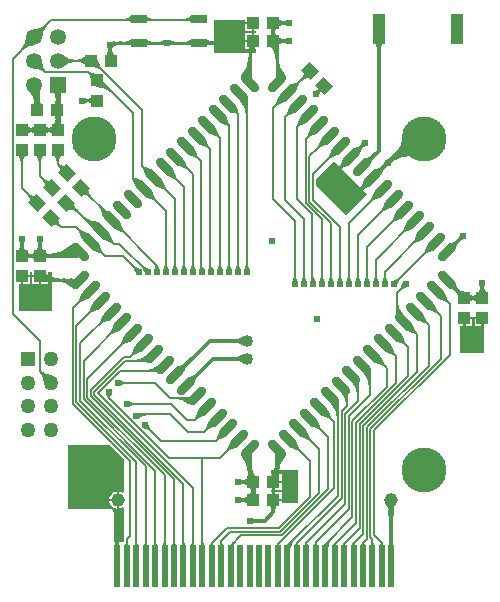
<source format=gtl>
%FSLAX24Y24*%
%MOIN*%
G70*
G01*
G75*
G04 Layer_Physical_Order=1*
G04 Layer_Color=255*
%ADD10C,0.0140*%
%ADD11C,0.0060*%
%ADD12C,0.0100*%
%ADD13C,0.0160*%
G04:AMPARAMS|DCode=14|XSize=39.4mil|YSize=43.3mil|CornerRadius=0mil|HoleSize=0mil|Usage=FLASHONLY|Rotation=45.000|XOffset=0mil|YOffset=0mil|HoleType=Round|Shape=Rectangle|*
%AMROTATEDRECTD14*
4,1,4,0.0014,-0.0292,-0.0292,0.0014,-0.0014,0.0292,0.0292,-0.0014,0.0014,-0.0292,0.0*
%
%ADD14ROTATEDRECTD14*%

%ADD15R,0.0433X0.0394*%
%ADD16R,0.0394X0.0433*%
G04:AMPARAMS|DCode=17|XSize=31.5mil|YSize=74.8mil|CornerRadius=0mil|HoleSize=0mil|Usage=FLASHONLY|Rotation=45.000|XOffset=0mil|YOffset=0mil|HoleType=Round|Shape=Round|*
%AMOVALD17*
21,1,0.0433,0.0315,0.0000,0.0000,135.0*
1,1,0.0315,0.0153,-0.0153*
1,1,0.0315,-0.0153,0.0153*
%
%ADD17OVALD17*%

G04:AMPARAMS|DCode=18|XSize=31.5mil|YSize=74.8mil|CornerRadius=0mil|HoleSize=0mil|Usage=FLASHONLY|Rotation=135.000|XOffset=0mil|YOffset=0mil|HoleType=Round|Shape=Round|*
%AMOVALD18*
21,1,0.0433,0.0315,0.0000,0.0000,225.0*
1,1,0.0315,0.0153,0.0153*
1,1,0.0315,-0.0153,-0.0153*
%
%ADD18OVALD18*%

%ADD19R,0.0400X0.1000*%
%ADD20R,0.0197X0.1417*%
%ADD21R,0.0571X0.0276*%
%ADD22C,0.0460*%
%ADD23R,0.0500X0.0500*%
%ADD24C,0.0500*%
%ADD25C,0.0530*%
%ADD26R,0.0530X0.0530*%
%ADD27C,0.0240*%
%ADD28C,0.1500*%
%ADD29C,0.0400*%
G36*
X12950Y5065D02*
X12990D01*
Y4789D01*
X13000D01*
Y3900D01*
X12200D01*
Y4789D01*
X12310D01*
Y5065D01*
X12350D01*
Y5105D01*
X12607D01*
Y5100D01*
X12693D01*
Y5105D01*
X12950D01*
Y5065D01*
D02*
G37*
G36*
X-1400Y5300D02*
X-2500D01*
Y6189D01*
X-2440D01*
Y6465D01*
X-2400D01*
Y6505D01*
X-2143D01*
Y6600D01*
X-2057D01*
Y6505D01*
X-1543D01*
Y6600D01*
X-1400D01*
Y5300D01*
D02*
G37*
G36*
X6800Y-1100D02*
X6261D01*
Y-1040D01*
X5985D01*
Y-1000D01*
X5945D01*
Y-743D01*
X5900D01*
Y-657D01*
X5945D01*
Y-400D01*
Y-143D01*
X5900D01*
Y0D01*
X6800D01*
Y-1100D01*
D02*
G37*
G36*
X1000Y382D02*
Y-731D01*
X955Y-754D01*
X946Y-747D01*
X876Y-717D01*
X840Y-713D01*
Y-1000D01*
Y-1287D01*
X876Y-1283D01*
X946Y-1253D01*
X955Y-1246D01*
X1000Y-1269D01*
Y-2400D01*
X695Y-2407D01*
X659Y-2372D01*
Y-1441D01*
X655Y-1420D01*
X659Y-1400D01*
X650Y-1357D01*
X626Y-1321D01*
X590Y-1296D01*
X547Y-1288D01*
X-860D01*
Y840D01*
X542D01*
X1000Y382D01*
D02*
G37*
G36*
X9100Y9200D02*
X8400Y8500D01*
X7392Y9508D01*
Y9692D01*
X8000Y10300D01*
X9100Y9200D01*
D02*
G37*
G36*
X5039Y14940D02*
X5315D01*
Y14900D01*
X5355D01*
Y14643D01*
X5400D01*
Y14557D01*
X5355D01*
Y14300D01*
Y14043D01*
X5400D01*
Y13900D01*
X4000D01*
Y15000D01*
X5039D01*
Y14940D01*
D02*
G37*
%LPC*%
G36*
X6261Y-743D02*
X6025D01*
Y-960D01*
X6261D01*
Y-743D01*
D02*
G37*
G36*
X5275Y14557D02*
X5039D01*
Y14340D01*
X5275D01*
Y14557D01*
D02*
G37*
G36*
X6261Y-440D02*
X6025D01*
Y-657D01*
X6261D01*
Y-440D01*
D02*
G37*
G36*
X760Y-1040D02*
X513D01*
X517Y-1076D01*
X547Y-1146D01*
X593Y-1207D01*
X654Y-1253D01*
X724Y-1283D01*
X760Y-1287D01*
Y-1040D01*
D02*
G37*
G36*
X5275Y14860D02*
X5039D01*
Y14643D01*
X5275D01*
Y14860D01*
D02*
G37*
G36*
X760Y-713D02*
X724Y-717D01*
X654Y-747D01*
X593Y-793D01*
X547Y-854D01*
X517Y-924D01*
X513Y-960D01*
X760D01*
Y-713D01*
D02*
G37*
G36*
X6261Y-143D02*
X6025D01*
Y-360D01*
X6261D01*
Y-143D01*
D02*
G37*
G36*
X-2143Y6425D02*
X-2360D01*
Y6189D01*
X-2143D01*
Y6425D01*
D02*
G37*
G36*
X-1840Y6425D02*
X-2057D01*
Y6189D01*
X-1840D01*
Y6425D01*
D02*
G37*
G36*
X-1543D02*
X-1760D01*
Y6189D01*
X-1543D01*
Y6425D01*
D02*
G37*
G36*
X12607Y5025D02*
X12390D01*
Y4789D01*
X12607D01*
Y5025D01*
D02*
G37*
G36*
X12910D02*
X12693D01*
Y4789D01*
X12910D01*
Y5025D01*
D02*
G37*
G36*
X5275Y14260D02*
X5039D01*
Y14043D01*
X5275D01*
Y14260D01*
D02*
G37*
%LPD*%
D10*
X5008Y4208D02*
G03*
X4786Y4300I-222J-222D01*
G01*
D02*
G03*
X5008Y4392I0J314D01*
G01*
X5023Y3623D02*
G03*
X4802Y3715I-222J-222D01*
G01*
D02*
G03*
X5023Y3807I0J314D01*
G01*
X8100Y10007D02*
G03*
X8185Y10042I0J121D01*
G01*
X8185Y10042D02*
G03*
X8150Y9957I85J-85D01*
G01*
X9043Y10850D02*
G03*
X8958Y10815I0J-121D01*
G01*
X8958Y10815D02*
G03*
X8993Y10900I-85J85D01*
G01*
X8897Y9340D02*
G03*
X8860Y9250I90J-90D01*
G01*
X9800Y10293D02*
G03*
X9885Y10328I0J121D01*
G01*
X9885Y10328D02*
G03*
X9850Y10243I85J-85D01*
G01*
X9800Y10193D02*
G03*
X9715Y10158I0J-121D01*
G01*
X9715Y10158D02*
G03*
X9750Y10243I-85J85D01*
G01*
X12300Y7750D02*
G03*
X12215Y7715I0J-121D01*
G01*
X12215Y7715D02*
G03*
X12250Y7800I-85J85D01*
G01*
X570Y14130D02*
G03*
X535Y14045I85J-85D01*
G01*
D02*
G03*
X499Y14130I-121J0D01*
G01*
X818Y-1952D02*
G03*
X783Y-2038I85J-85D01*
G01*
D02*
G03*
X748Y-1952I-121J0D01*
G01*
X9952Y-1452D02*
G03*
X9917Y-1538I85J-85D01*
G01*
D02*
G03*
X9882Y-1452I-121J0D01*
G01*
Y-1382D02*
G03*
X9917Y-1296I-85J85D01*
G01*
D02*
G03*
X9952Y-1382I121J0D01*
G01*
X5228Y-1672D02*
G03*
X5313Y-1707I85J85D01*
G01*
D02*
G03*
X5228Y-1743I0J-121D01*
G01*
X818Y-2252D02*
G03*
X783Y-2338I85J-85D01*
G01*
D02*
G03*
X748Y-2252I-121J0D01*
G01*
Y-2182D02*
G03*
X783Y-2096I-85J85D01*
G01*
D02*
G03*
X818Y-2182I121J0D01*
G01*
X4835Y-965D02*
G03*
X4921Y-1000I85J85D01*
G01*
D02*
G03*
X4835Y-1035I0J-121D01*
G01*
Y-365D02*
G03*
X4921Y-400I85J85D01*
G01*
D02*
G03*
X4835Y-435I0J-121D01*
G01*
X12985Y6215D02*
G03*
X12950Y6129I85J-85D01*
G01*
D02*
G03*
X12915Y6215I-121J0D01*
G01*
X10989Y10904D02*
G03*
X10266Y10709I-192J-725D01*
G01*
X10953Y10769D02*
G03*
X10094Y10537I-229J-862D01*
G01*
X10917Y10633D02*
G03*
X9923Y10365I-265J-998D01*
G01*
X10882Y10498D02*
G03*
X9751Y10193I-301J-1135D01*
G01*
X10172Y10615D02*
G03*
X10340Y11020I-405J405D01*
G01*
X10013Y-1113D02*
G03*
X9917Y-1345I232J-232D01*
G01*
Y-1427D02*
G03*
X9787Y-1113I-444J0D01*
G01*
X-2310Y11424D02*
G03*
X-2094Y11335I217J217D01*
G01*
D02*
G03*
X-2310Y11245I0J-306D01*
G01*
X-1890D02*
G03*
X-2106Y11335I-217J-217D01*
G01*
D02*
G03*
X-1890Y11424I0J306D01*
G01*
X-1710D02*
G03*
X-1494Y11335I217J217D01*
G01*
D02*
G03*
X-1710Y11245I0J-306D01*
G01*
X-1290D02*
G03*
X-1506Y11335I-217J-217D01*
G01*
D02*
G03*
X-1290Y11424I0J306D01*
G01*
X9592Y14308D02*
G03*
X9500Y14086I222J-222D01*
G01*
D02*
G03*
X9408Y14308I-314J0D01*
G01*
X12440Y5824D02*
G03*
X12656Y5735I217J217D01*
G01*
X12656D02*
G03*
X12440Y5645I0J-306D01*
G01*
X12223Y5754D02*
G03*
X12147Y5937I-259J0D01*
G01*
X12100Y5985D02*
G03*
X12350Y5881I250J250D01*
G01*
X12860Y5645D02*
G03*
X12644Y5735I-217J-217D01*
G01*
D02*
G03*
X12860Y5824I0J306D01*
G01*
Y5844D02*
G03*
X12950Y6061I-217J217D01*
G01*
D02*
G03*
X13040Y5844I306J0D01*
G01*
X475Y13740D02*
G03*
X535Y13883I-143J143D01*
G01*
Y14029D02*
G03*
X655Y13740I410J0D01*
G01*
X2872Y3402D02*
G03*
X3021Y3464I0J211D01*
G01*
X3021Y3464D02*
G03*
X2959Y3315I149J-149D01*
G01*
X3225Y3048D02*
G03*
X3375Y3110I0J211D01*
G01*
X3375Y3110D02*
G03*
X3313Y2961I149J-149D01*
G01*
X5193Y629D02*
G03*
X5176Y670I-58J0D01*
G01*
X5193Y291D02*
G03*
X5077Y571I-396J0D01*
G01*
X5193Y-47D02*
G03*
X4978Y472I-734J0D01*
G01*
X6124Y670D02*
G03*
X6107Y629I41J-41D01*
G01*
X6223Y571D02*
G03*
X6107Y291I280J-280D01*
G01*
X6322Y472D02*
G03*
X6107Y-47I519J-519D01*
G01*
X12004Y6190D02*
G03*
X12082Y6003I265J0D01*
G01*
X12028Y6057D02*
G03*
X11917Y6103I-111J-111D01*
G01*
Y7497D02*
G03*
X12054Y7554I0J195D01*
G01*
X12071Y7571D02*
G03*
X12004Y7410I161J-161D01*
G01*
X9442Y9972D02*
G03*
X9591Y10034I0J211D01*
G01*
X9591Y10034D02*
G03*
X9529Y9885I149J-149D01*
G01*
X9135Y9491D02*
G03*
X8986Y9429I0J-211D01*
G01*
X8986Y9429D02*
G03*
X9048Y9578I-149J149D01*
G01*
X9088Y10326D02*
G03*
X9237Y10387I0J211D01*
G01*
X9237Y10387D02*
G03*
X9176Y10238I149J-149D01*
G01*
X8735Y10679D02*
G03*
X8884Y10741I0J211D01*
G01*
X8884Y10741D02*
G03*
X8822Y10592I149J-149D01*
G01*
X8428Y10198D02*
G03*
X8279Y10136I0J-211D01*
G01*
X8279Y10136D02*
G03*
X8341Y10285I-149J149D01*
G01*
X5405Y-490D02*
G03*
X5315Y-706I217J-217D01*
G01*
Y-706D02*
G03*
X5226Y-490I-306J0D01*
G01*
X5206D02*
G03*
X4989Y-400I-217J-217D01*
G01*
D02*
G03*
X5206Y-310I0J306D01*
G01*
X5193Y-185D02*
G03*
X5286Y-409I317J0D01*
G01*
X5193Y153D02*
G03*
X5385Y-310I655J0D01*
G01*
X6014Y-409D02*
G03*
X6107Y-185I-224J224D01*
G01*
X5915Y-310D02*
G03*
X6107Y153I-463J463D01*
G01*
X5226Y-910D02*
G03*
X5315Y-694I-217J217D01*
G01*
D02*
G03*
X5405Y-910I306J0D01*
G01*
X5206Y-1090D02*
G03*
X4989Y-1000I-217J-217D01*
G01*
D02*
G03*
X5206Y-910I0J306D01*
G01*
X6074Y-1090D02*
G03*
X5985Y-1306I217J-217D01*
G01*
D02*
G03*
X5895Y-1090I-306J0D01*
G01*
X5008Y4208D02*
G03*
X4786Y4300I-222J-222D01*
G01*
D02*
G03*
X5008Y4392I0J314D01*
G01*
X5023Y3623D02*
G03*
X4802Y3715I-222J-222D01*
G01*
D02*
G03*
X5023Y3807I0J314D01*
G01*
X8100Y10007D02*
G03*
X8185Y10042I0J121D01*
G01*
X8185Y10042D02*
G03*
X8150Y9957I85J-85D01*
G01*
X9043Y10850D02*
G03*
X8958Y10815I0J-121D01*
G01*
X8958Y10815D02*
G03*
X8993Y10900I-85J85D01*
G01*
X8757Y9250D02*
G03*
X8842Y9285I0J121D01*
G01*
X8842Y9285D02*
G03*
X8807Y9200I85J-85D01*
G01*
X9800Y10193D02*
G03*
X9715Y10158I0J-121D01*
G01*
X9715Y10158D02*
G03*
X9750Y10243I-85J85D01*
G01*
X12300Y7750D02*
G03*
X12215Y7715I0J-121D01*
G01*
X12215Y7715D02*
G03*
X12250Y7800I-85J85D01*
G01*
X570Y14130D02*
G03*
X535Y14045I85J-85D01*
G01*
D02*
G03*
X499Y14130I-121J0D01*
G01*
X818Y-1952D02*
G03*
X783Y-2038I85J-85D01*
G01*
D02*
G03*
X748Y-1952I-121J0D01*
G01*
X9952Y-1452D02*
G03*
X9917Y-1538I85J-85D01*
G01*
D02*
G03*
X9882Y-1452I-121J0D01*
G01*
Y-1382D02*
G03*
X9917Y-1296I-85J85D01*
G01*
D02*
G03*
X9952Y-1382I121J0D01*
G01*
X5228Y-1672D02*
G03*
X5313Y-1707I85J85D01*
G01*
D02*
G03*
X5228Y-1743I0J-121D01*
G01*
X818Y-2252D02*
G03*
X783Y-2338I85J-85D01*
G01*
D02*
G03*
X748Y-2252I-121J0D01*
G01*
Y-2182D02*
G03*
X783Y-2096I-85J85D01*
G01*
D02*
G03*
X818Y-2182I121J0D01*
G01*
X4835Y-965D02*
G03*
X4921Y-1000I85J85D01*
G01*
D02*
G03*
X4835Y-1035I0J-121D01*
G01*
Y-365D02*
G03*
X4921Y-400I85J85D01*
G01*
D02*
G03*
X4835Y-435I0J-121D01*
G01*
X12985Y6215D02*
G03*
X12950Y6129I85J-85D01*
G01*
D02*
G03*
X12915Y6215I-121J0D01*
G01*
X10013Y-1113D02*
G03*
X9917Y-1345I232J-232D01*
G01*
Y-1427D02*
G03*
X9787Y-1113I-444J0D01*
G01*
X-2310Y11424D02*
G03*
X-2094Y11335I217J217D01*
G01*
D02*
G03*
X-2310Y11245I0J-306D01*
G01*
X-1890D02*
G03*
X-2106Y11335I-217J-217D01*
G01*
D02*
G03*
X-1890Y11424I0J306D01*
G01*
X-1710D02*
G03*
X-1494Y11335I217J217D01*
G01*
D02*
G03*
X-1710Y11245I0J-306D01*
G01*
X-1290D02*
G03*
X-1506Y11335I-217J-217D01*
G01*
D02*
G03*
X-1290Y11424I0J306D01*
G01*
X9592Y14308D02*
G03*
X9500Y14086I222J-222D01*
G01*
D02*
G03*
X9408Y14308I-314J0D01*
G01*
X12440Y5824D02*
G03*
X12656Y5735I217J217D01*
G01*
X12656D02*
G03*
X12440Y5645I0J-306D01*
G01*
X12223Y5754D02*
G03*
X12147Y5937I-259J0D01*
G01*
X12100Y5985D02*
G03*
X12350Y5881I250J250D01*
G01*
X12860Y5645D02*
G03*
X12644Y5735I-217J-217D01*
G01*
D02*
G03*
X12860Y5824I0J306D01*
G01*
Y5844D02*
G03*
X12950Y6061I-217J217D01*
G01*
D02*
G03*
X13040Y5844I306J0D01*
G01*
X445Y13740D02*
G03*
X535Y13956I-217J217D01*
G01*
D02*
G03*
X624Y13740I306J0D01*
G01*
X2872Y3402D02*
G03*
X3021Y3464I0J211D01*
G01*
X3021Y3464D02*
G03*
X2959Y3315I149J-149D01*
G01*
X3225Y3048D02*
G03*
X3375Y3110I0J211D01*
G01*
X3375Y3110D02*
G03*
X3313Y2961I149J-149D01*
G01*
X5193Y629D02*
G03*
X5176Y670I-58J0D01*
G01*
X5193Y291D02*
G03*
X5077Y571I-396J0D01*
G01*
X5193Y-47D02*
G03*
X4978Y472I-734J0D01*
G01*
X6124Y670D02*
G03*
X6107Y629I41J-41D01*
G01*
X6223Y571D02*
G03*
X6107Y291I280J-280D01*
G01*
X6322Y472D02*
G03*
X6107Y-47I519J-519D01*
G01*
X12004Y6190D02*
G03*
X12082Y6003I265J0D01*
G01*
X12028Y6057D02*
G03*
X11917Y6103I-111J-111D01*
G01*
Y7497D02*
G03*
X12054Y7554I0J195D01*
G01*
X12071Y7571D02*
G03*
X12004Y7410I161J-161D01*
G01*
X9442Y9972D02*
G03*
X9591Y10034I0J211D01*
G01*
X9591Y10034D02*
G03*
X9529Y9885I149J-149D01*
G01*
X9135Y9491D02*
G03*
X8986Y9429I0J-211D01*
G01*
X8986Y9429D02*
G03*
X9048Y9578I-149J149D01*
G01*
X9088Y10326D02*
G03*
X9237Y10387I0J211D01*
G01*
X9237Y10387D02*
G03*
X9176Y10238I149J-149D01*
G01*
X8735Y10679D02*
G03*
X8884Y10741I0J211D01*
G01*
X8884Y10741D02*
G03*
X8822Y10592I149J-149D01*
G01*
X8428Y10198D02*
G03*
X8279Y10136I0J-211D01*
G01*
X8279Y10136D02*
G03*
X8341Y10285I-149J149D01*
G01*
X5405Y-490D02*
G03*
X5315Y-706I217J-217D01*
G01*
Y-706D02*
G03*
X5226Y-490I-306J0D01*
G01*
X5206D02*
G03*
X4989Y-400I-217J-217D01*
G01*
D02*
G03*
X5206Y-310I0J306D01*
G01*
X5193Y-185D02*
G03*
X5286Y-409I317J0D01*
G01*
X5193Y153D02*
G03*
X5385Y-310I655J0D01*
G01*
X6014Y-409D02*
G03*
X6107Y-185I-224J224D01*
G01*
X5915Y-310D02*
G03*
X6107Y153I-463J463D01*
G01*
X5226Y-910D02*
G03*
X5315Y-694I-217J217D01*
G01*
D02*
G03*
X5405Y-910I306J0D01*
G01*
X5206Y-1090D02*
G03*
X4989Y-1000I-217J-217D01*
G01*
D02*
G03*
X5206Y-910I0J306D01*
G01*
X6074Y-1090D02*
G03*
X5985Y-1306I217J-217D01*
G01*
D02*
G03*
X5895Y-1090I-306J0D01*
G01*
X-2094Y11335D02*
G03*
X-2310Y11245I0J-306D01*
G01*
Y11424D02*
G03*
X-2094Y11335I217J217D01*
G01*
X-1494D02*
G03*
X-1710Y11245I0J-306D01*
G01*
Y11424D02*
G03*
X-1494Y11335I217J217D01*
G01*
X-2106D02*
G03*
X-1890Y11424I0J306D01*
G01*
Y11245D02*
G03*
X-2106Y11335I-217J-217D01*
G01*
X-1506D02*
G03*
X-1290Y11424I0J306D01*
G01*
Y11245D02*
G03*
X-1506Y11335I-217J-217D01*
G01*
X9500Y14086D02*
G03*
X9408Y14308I-314J0D01*
G01*
X9592D02*
G03*
X9500Y14086I222J-222D01*
G01*
X12656Y5735D02*
G03*
X12440Y5645I0J-306D01*
G01*
X12440Y5824D02*
G03*
X12656Y5735I217J217D01*
G01*
X12950Y6061D02*
G03*
X13040Y5844I306J0D01*
G01*
X12860D02*
G03*
X12950Y6061I-217J217D01*
G01*
X12644Y5735D02*
G03*
X12860Y5824I0J306D01*
G01*
Y5645D02*
G03*
X12644Y5735I-217J-217D01*
G01*
X535Y13956D02*
G03*
X624Y13740I306J0D01*
G01*
X445D02*
G03*
X535Y13956I-217J217D01*
G01*
X4989Y-400D02*
G03*
X5206Y-310I0J306D01*
G01*
Y-490D02*
G03*
X4989Y-400I-217J-217D01*
G01*
X5315Y-706D02*
G03*
X5226Y-490I-306J0D01*
G01*
X5405Y-490D02*
G03*
X5315Y-706I217J-217D01*
G01*
X4989Y-1000D02*
G03*
X5206Y-910I0J306D01*
G01*
Y-1090D02*
G03*
X4989Y-1000I-217J-217D01*
G01*
X5315Y-694D02*
G03*
X5405Y-910I306J0D01*
G01*
X5226D02*
G03*
X5315Y-694I-217J217D01*
G01*
X5985Y-1306D02*
G03*
X5895Y-1090I-306J0D01*
G01*
X6074D02*
G03*
X5985Y-1306I217J-217D01*
G01*
X535Y14045D02*
G03*
X499Y14130I-121J0D01*
G01*
X570D02*
G03*
X535Y14045I85J-85D01*
G01*
X783Y-2038D02*
G03*
X748Y-1952I-121J0D01*
G01*
X818D02*
G03*
X783Y-2038I85J-85D01*
G01*
X9917Y-1538D02*
G03*
X9882Y-1452I-121J0D01*
G01*
X9952D02*
G03*
X9917Y-1538I85J-85D01*
G01*
X5313Y-1707D02*
G03*
X5228Y-1743I0J-121D01*
G01*
Y-1672D02*
G03*
X5313Y-1707I85J85D01*
G01*
X783Y-2096D02*
G03*
X818Y-2182I121J0D01*
G01*
X748D02*
G03*
X783Y-2096I-85J85D01*
G01*
Y-2338D02*
G03*
X748Y-2252I-121J0D01*
G01*
X818D02*
G03*
X783Y-2338I85J-85D01*
G01*
X4921Y-1000D02*
G03*
X4835Y-1035I0J-121D01*
G01*
Y-965D02*
G03*
X4921Y-1000I85J85D01*
G01*
Y-400D02*
G03*
X4835Y-435I0J-121D01*
G01*
Y-365D02*
G03*
X4921Y-400I85J85D01*
G01*
X12950Y6129D02*
G03*
X12915Y6215I-121J0D01*
G01*
X12985D02*
G03*
X12950Y6129I85J-85D01*
G01*
X5193Y153D02*
G03*
X5385Y-310I655J0D01*
G01*
X5193Y-185D02*
G03*
X5286Y-409I317J0D01*
G01*
X5193Y291D02*
G03*
X5077Y571I-396J0D01*
G01*
X5193Y629D02*
G03*
X5176Y670I-58J0D01*
G01*
X5193Y-47D02*
G03*
X4978Y472I-734J0D01*
G01*
X6223Y571D02*
G03*
X6107Y291I280J-280D01*
G01*
X6322Y472D02*
G03*
X6107Y-47I519J-519D01*
G01*
X6124Y670D02*
G03*
X6107Y629I41J-41D01*
G01*
X6014Y-409D02*
G03*
X6107Y-185I-224J224D01*
G01*
X5915Y-310D02*
G03*
X6107Y153I-463J463D01*
G01*
X12028Y6057D02*
G03*
X11917Y6103I-111J-111D01*
G01*
X12100Y5985D02*
G03*
X12350Y5881I250J250D01*
G01*
X12004Y6190D02*
G03*
X12082Y6003I265J0D01*
G01*
X12223Y5754D02*
G03*
X12147Y5937I-259J0D01*
G01*
X12300Y7750D02*
G03*
X12215Y7715I0J-121D01*
G01*
X12215Y7715D02*
G03*
X12250Y7800I-85J85D01*
G01*
X12071Y7571D02*
G03*
X12004Y7410I161J-161D01*
G01*
X11917Y7497D02*
G03*
X12054Y7554I0J195D01*
G01*
X9800Y10193D02*
G03*
X9715Y10158I0J-121D01*
G01*
X9715Y10158D02*
G03*
X9750Y10243I-85J85D01*
G01*
X9591Y10034D02*
G03*
X9529Y9885I149J-149D01*
G01*
X9442Y9972D02*
G03*
X9591Y10034I0J211D01*
G01*
X8986Y9429D02*
G03*
X9048Y9578I-149J149D01*
G01*
X9135Y9491D02*
G03*
X8986Y9429I0J-211D01*
G01*
X8842Y9285D02*
G03*
X8807Y9200I85J-85D01*
G01*
X8757Y9250D02*
G03*
X8842Y9285I0J121D01*
G01*
X9237Y10387D02*
G03*
X9176Y10238I149J-149D01*
G01*
X9088Y10326D02*
G03*
X9237Y10387I0J211D01*
G01*
X9043Y10850D02*
G03*
X8958Y10815I0J-121D01*
G01*
X8958Y10815D02*
G03*
X8993Y10900I-85J85D01*
G01*
X8735Y10679D02*
G03*
X8884Y10741I0J211D01*
G01*
X8884Y10741D02*
G03*
X8822Y10592I149J-149D01*
G01*
X8279Y10136D02*
G03*
X8341Y10285I-149J149D01*
G01*
X8428Y10198D02*
G03*
X8279Y10136I0J-211D01*
G01*
X8185Y10042D02*
G03*
X8150Y9957I85J-85D01*
G01*
X8100Y10007D02*
G03*
X8185Y10042I0J121D01*
G01*
X-2094Y11335D02*
G03*
X-2310Y11245I0J-306D01*
G01*
Y11424D02*
G03*
X-2094Y11335I217J217D01*
G01*
X-2106D02*
G03*
X-1890Y11424I0J306D01*
G01*
Y11245D02*
G03*
X-2106Y11335I-217J-217D01*
G01*
X-1494D02*
G03*
X-1710Y11245I0J-306D01*
G01*
Y11424D02*
G03*
X-1494Y11335I217J217D01*
G01*
X-1506D02*
G03*
X-1290Y11424I0J306D01*
G01*
Y11245D02*
G03*
X-1506Y11335I-217J-217D01*
G01*
X9500Y14086D02*
G03*
X9408Y14308I-314J0D01*
G01*
X9592D02*
G03*
X9500Y14086I222J-222D01*
G01*
X12100Y5985D02*
G03*
X12350Y5881I250J250D01*
G01*
X12223Y5754D02*
G03*
X12147Y5937I-259J0D01*
G01*
X12656Y5735D02*
G03*
X12440Y5645I0J-306D01*
G01*
X12440Y5824D02*
G03*
X12656Y5735I217J217D01*
G01*
X12950Y6061D02*
G03*
X13040Y5844I306J0D01*
G01*
X12860D02*
G03*
X12950Y6061I-217J217D01*
G01*
X12644Y5735D02*
G03*
X12860Y5824I0J306D01*
G01*
Y5645D02*
G03*
X12644Y5735I-217J-217D01*
G01*
X535Y13956D02*
G03*
X624Y13740I306J0D01*
G01*
X445D02*
G03*
X535Y13956I-217J217D01*
G01*
X3021Y3464D02*
G03*
X2959Y3315I149J-149D01*
G01*
X2872Y3402D02*
G03*
X3021Y3464I0J211D01*
G01*
X3375Y3110D02*
G03*
X3313Y2961I149J-149D01*
G01*
X3225Y3048D02*
G03*
X3375Y3110I0J211D01*
G01*
X5193Y-47D02*
G03*
X4978Y472I-734J0D01*
G01*
X5193Y291D02*
G03*
X5077Y571I-396J0D01*
G01*
X5193Y629D02*
G03*
X5176Y670I-58J0D01*
G01*
X6322Y472D02*
G03*
X6107Y-47I519J-519D01*
G01*
X6223Y571D02*
G03*
X6107Y291I280J-280D01*
G01*
X6124Y670D02*
G03*
X6107Y629I41J-41D01*
G01*
X12028Y6057D02*
G03*
X11917Y6103I-111J-111D01*
G01*
X12004Y6190D02*
G03*
X12082Y6003I265J0D01*
G01*
X12071Y7571D02*
G03*
X12004Y7410I161J-161D01*
G01*
X11917Y7497D02*
G03*
X12054Y7554I0J195D01*
G01*
X8986Y9429D02*
G03*
X9048Y9578I-149J149D01*
G01*
X9135Y9491D02*
G03*
X8986Y9429I0J-211D01*
G01*
X9591Y10034D02*
G03*
X9529Y9885I149J-149D01*
G01*
X9442Y9972D02*
G03*
X9591Y10034I0J211D01*
G01*
X9237Y10387D02*
G03*
X9176Y10238I149J-149D01*
G01*
X9088Y10326D02*
G03*
X9237Y10387I0J211D01*
G01*
X8279Y10136D02*
G03*
X8341Y10285I-149J149D01*
G01*
X8428Y10198D02*
G03*
X8279Y10136I0J-211D01*
G01*
X8884Y10741D02*
G03*
X8822Y10592I149J-149D01*
G01*
X8735Y10679D02*
G03*
X8884Y10741I0J211D01*
G01*
X5193Y153D02*
G03*
X5385Y-310I655J0D01*
G01*
X5193Y-185D02*
G03*
X5286Y-409I317J0D01*
G01*
X4989Y-400D02*
G03*
X5206Y-310I0J306D01*
G01*
Y-490D02*
G03*
X4989Y-400I-217J-217D01*
G01*
X5315Y-706D02*
G03*
X5226Y-490I-306J0D01*
G01*
X5405Y-490D02*
G03*
X5315Y-706I217J-217D01*
G01*
X5915Y-310D02*
G03*
X6107Y153I-463J463D01*
G01*
X6014Y-409D02*
G03*
X6107Y-185I-224J224D01*
G01*
X4989Y-1000D02*
G03*
X5206Y-910I0J306D01*
G01*
Y-1090D02*
G03*
X4989Y-1000I-217J-217D01*
G01*
X5315Y-694D02*
G03*
X5405Y-910I306J0D01*
G01*
X5226D02*
G03*
X5315Y-694I-217J217D01*
G01*
X5985Y-1306D02*
G03*
X5895Y-1090I-306J0D01*
G01*
X6074D02*
G03*
X5985Y-1306I217J-217D01*
G01*
X9917Y-1427D02*
G03*
X9787Y-1113I-444J0D01*
G01*
X10013D02*
G03*
X9917Y-1345I232J-232D01*
G01*
X4786Y4300D02*
G03*
X5008Y4392I0J314D01*
G01*
Y4208D02*
G03*
X4786Y4300I-222J-222D01*
G01*
X4802Y3715D02*
G03*
X5023Y3807I0J314D01*
G01*
Y3623D02*
G03*
X4802Y3715I-222J-222D01*
G01*
X8185Y10042D02*
G03*
X8150Y9957I85J-85D01*
G01*
X8100Y10007D02*
G03*
X8185Y10042I0J121D01*
G01*
X8958Y10815D02*
G03*
X8993Y10900I-85J85D01*
G01*
X9043Y10850D02*
G03*
X8958Y10815I0J-121D01*
G01*
X8842Y9285D02*
G03*
X8807Y9200I85J-85D01*
G01*
X8757Y9250D02*
G03*
X8842Y9285I0J121D01*
G01*
X9715Y10158D02*
G03*
X9750Y10243I-85J85D01*
G01*
X9800Y10193D02*
G03*
X9715Y10158I0J-121D01*
G01*
X12215Y7715D02*
G03*
X12250Y7800I-85J85D01*
G01*
X12300Y7750D02*
G03*
X12215Y7715I0J-121D01*
G01*
X535Y14045D02*
G03*
X499Y14130I-121J0D01*
G01*
X570D02*
G03*
X535Y14045I85J-85D01*
G01*
X783Y-2038D02*
G03*
X748Y-1952I-121J0D01*
G01*
X818D02*
G03*
X783Y-2038I85J-85D01*
G01*
X9917Y-1296D02*
G03*
X9952Y-1382I121J0D01*
G01*
X9882D02*
G03*
X9917Y-1296I-85J85D01*
G01*
Y-1538D02*
G03*
X9882Y-1452I-121J0D01*
G01*
X9952D02*
G03*
X9917Y-1538I85J-85D01*
G01*
X5313Y-1707D02*
G03*
X5228Y-1743I0J-121D01*
G01*
Y-1672D02*
G03*
X5313Y-1707I85J85D01*
G01*
X783Y-2338D02*
G03*
X748Y-2252I-121J0D01*
G01*
X818D02*
G03*
X783Y-2338I85J-85D01*
G01*
Y-2096D02*
G03*
X818Y-2182I121J0D01*
G01*
X748D02*
G03*
X783Y-2096I-85J85D01*
G01*
X4921Y-1000D02*
G03*
X4835Y-1035I0J-121D01*
G01*
Y-965D02*
G03*
X4921Y-1000I85J85D01*
G01*
Y-400D02*
G03*
X4835Y-435I0J-121D01*
G01*
Y-365D02*
G03*
X4921Y-400I85J85D01*
G01*
X12950Y6129D02*
G03*
X12915Y6215I-121J0D01*
G01*
X12985D02*
G03*
X12950Y6129I85J-85D01*
G01*
X10577Y11020D02*
X11020D01*
X9800Y10243D02*
X10577Y11020D01*
X12350Y5735D02*
X12950D01*
X5315Y-1000D02*
Y-400D01*
X12950Y5735D02*
Y6250D01*
X4800Y-400D02*
X5315D01*
X4800Y-1000D02*
X5315D01*
X783Y-3213D02*
Y-2217D01*
X9917Y-3213D02*
Y-1000D01*
X5193Y-1707D02*
X5693D01*
X5985Y-1415D01*
Y-1000D01*
X783Y-2217D02*
Y-1917D01*
X535Y13650D02*
Y14165D01*
X-2400Y11335D02*
X-1800D01*
X-1200D01*
X5193Y-278D02*
Y687D01*
X6107Y-278D02*
Y687D01*
X11763Y6321D02*
X12350Y5735D01*
X11763Y7263D02*
X12300Y7800D01*
X9289Y9731D02*
X9800Y10243D01*
X8757Y9200D02*
X9289Y9731D01*
X9500Y10650D02*
Y14600D01*
X8935Y10085D02*
X9500Y10650D01*
X8581Y10439D02*
X9043Y10900D01*
X8100Y9957D02*
X8581Y10439D01*
X3980Y3715D02*
X5115D01*
X3072Y2808D02*
X3980Y3715D01*
X2719Y3161D02*
X3392Y3835D01*
X3857Y4300D01*
X5100D01*
D11*
X1410Y6600D02*
G03*
X1346Y6754I-217J0D01*
G01*
X1346Y6754D02*
G03*
X1500Y6690I154J154D01*
G01*
X2636Y6664D02*
G03*
X2700Y6817I-154J154D01*
G01*
D02*
G03*
X2764Y6664I217J0D01*
G01*
X2936D02*
G03*
X3000Y6817I-154J154D01*
G01*
D02*
G03*
X3064Y6664I217J0D01*
G01*
X3236D02*
G03*
X3300Y6817I-154J154D01*
G01*
D02*
G03*
X3364Y6664I217J0D01*
G01*
X3536D02*
G03*
X3560Y6721I-57J57D01*
G01*
Y6769D02*
G03*
X3621Y6621I209J0D01*
G01*
X3560Y6914D02*
G03*
X3664Y6664I354J0D01*
G01*
X3836D02*
G03*
X3860Y6721I-57J57D01*
G01*
Y6769D02*
G03*
X3921Y6621I209J0D01*
G01*
X3860Y6914D02*
G03*
X3964Y6664I354J0D01*
G01*
X4136D02*
G03*
X4200Y6817I-154J154D01*
G01*
D02*
G03*
X4264Y6664I217J0D01*
G01*
X4436D02*
G03*
X4500Y6817I-154J154D01*
G01*
D02*
G03*
X4564Y6664I217J0D01*
G01*
X4736D02*
G03*
X4800Y6817I-154J154D01*
G01*
D02*
G03*
X4864Y6664I217J0D01*
G01*
X5036D02*
G03*
X5100Y6817I-154J154D01*
G01*
D02*
G03*
X5164Y6664I217J0D01*
G01*
X6636Y6264D02*
G03*
X6700Y6417I-154J154D01*
G01*
D02*
G03*
X6764Y6264I217J0D01*
G01*
X6936D02*
G03*
X7000Y6417I-154J154D01*
G01*
D02*
G03*
X7064Y6264I217J0D01*
G01*
X7236D02*
G03*
X7258Y6316I-52J52D01*
G01*
Y6374D02*
G03*
X7321Y6221I216J0D01*
G01*
X7258Y6519D02*
G03*
X7364Y6264I361J0D01*
G01*
X7536D02*
G03*
X7600Y6417I-154J154D01*
G01*
D02*
G03*
X7664Y6264I217J0D01*
G01*
X7836D02*
G03*
X7900Y6417I-154J154D01*
G01*
D02*
G03*
X7964Y6264I217J0D01*
G01*
X8136D02*
G03*
X8200Y6417I-154J154D01*
G01*
D02*
G03*
X8264Y6264I217J0D01*
G01*
X8436D02*
G03*
X8500Y6417I-154J154D01*
G01*
D02*
G03*
X8564Y6264I217J0D01*
G01*
X8736D02*
G03*
X8800Y6417I-154J154D01*
G01*
D02*
G03*
X8864Y6264I217J0D01*
G01*
X9036D02*
G03*
X9100Y6417I-154J154D01*
G01*
D02*
G03*
X9164Y6264I217J0D01*
G01*
X9336D02*
G03*
X9400Y6417I-154J154D01*
G01*
D02*
G03*
X9464Y6264I217J0D01*
G01*
X9636D02*
G03*
X9700Y6417I-154J154D01*
G01*
D02*
G03*
X9764Y6264I217J0D01*
G01*
X10000Y6290D02*
G03*
X10153Y6353I0J217D01*
G01*
X10154Y6354D02*
G03*
X10090Y6200I154J-154D01*
G01*
X560Y2533D02*
G03*
X500Y2400I118J-133D01*
G01*
D02*
G03*
X440Y2533I-177J0D01*
G01*
X1790Y1500D02*
G03*
X1854Y1346I217J0D01*
G01*
X1854Y1346D02*
G03*
X1700Y1410I-154J-154D01*
G01*
X1604Y1854D02*
G03*
X1421Y1779I0J-258D01*
G01*
X1749Y1854D02*
G03*
X1464Y1736I0J-403D01*
G01*
X1164Y2264D02*
G03*
X1317Y2200I154J154D01*
G01*
D02*
G03*
X1164Y2136I0J-217D01*
G01*
X864Y2964D02*
G03*
X1017Y2900I154J154D01*
G01*
D02*
G03*
X864Y2836I0J-217D01*
G01*
X719Y-1553D02*
G03*
X783Y-1400I-154J154D01*
G01*
D02*
G03*
X847Y-1553I217J0D01*
G01*
Y-1681D02*
G03*
X783Y-1834I154J-154D01*
G01*
D02*
G03*
X719Y-1681I-217J0D01*
G01*
Y-1853D02*
G03*
X783Y-1700I-154J154D01*
G01*
D02*
G03*
X847Y-1853I217J0D01*
G01*
X-321Y12379D02*
G03*
X-167Y12315I154J154D01*
G01*
D02*
G03*
X-321Y12252I0J-217D01*
G01*
X7400Y12617D02*
G03*
X7554Y12680I0J217D01*
G01*
X7554Y12680D02*
G03*
X7490Y12527I154J-154D01*
G01*
X10400Y6110D02*
G03*
X10246Y6046I0J-217D01*
G01*
X10246Y6046D02*
G03*
X10310Y6200I-154J154D01*
G01*
X2336Y6664D02*
G03*
X2400Y6817I-154J154D01*
G01*
D02*
G03*
X2464Y6664I217J0D01*
G01*
X1710Y6600D02*
G03*
X1646Y6754I-217J0D01*
G01*
X1646Y6754D02*
G03*
X1800Y6690I154J154D01*
G01*
X2037Y6664D02*
G03*
X2100Y6814I-147J150D01*
G01*
D02*
G03*
X2163Y6664I210J0D01*
G01*
X-1119Y13719D02*
G03*
X-922Y13637I196J196D01*
G01*
X-1076Y13761D02*
G03*
X-778Y13637I299J299D01*
G01*
X-1034Y13804D02*
G03*
X-633Y13637I401J401D01*
G01*
X-922D02*
G03*
X-1119Y13556I0J-278D01*
G01*
X-778Y13637D02*
G03*
X-1076Y13514I0J-422D01*
G01*
X-633Y13637D02*
G03*
X-1034Y13471I0J-567D01*
G01*
X-1813Y13622D02*
G03*
X-1723Y13373I311J-28D01*
G01*
X-1753Y13616D02*
G03*
X-1632Y13282I417J-38D01*
G01*
X-1723Y13373D02*
G03*
X-1972Y13463I-220J-220D01*
G01*
X-1632Y13282D02*
G03*
X-1966Y13403I-296J-296D01*
G01*
X-1987Y14310D02*
G03*
X-2184Y14228I0J-278D01*
G01*
X-1987Y14250D02*
G03*
X-2286Y14126I0J-422D01*
G01*
X-1987Y14190D02*
G03*
X-2389Y14024I0J-567D01*
G01*
X-2184Y14228D02*
G03*
X-2102Y14425I-196J196D01*
G01*
X-2286Y14126D02*
G03*
X-2162Y14425I-299J299D01*
G01*
X-2389Y14024D02*
G03*
X-2222Y14425I-401J401D01*
G01*
X-1987Y14540D02*
G03*
X-1791Y14621I0J278D01*
G01*
X-1987Y14600D02*
G03*
X-1689Y14724I0J422D01*
G01*
X-1987Y14660D02*
G03*
X-1586Y14826I0J567D01*
G01*
X-1791Y14621D02*
G03*
X-1872Y14425I196J-196D01*
G01*
X-1689Y14724D02*
G03*
X-1812Y14425I299J-299D01*
G01*
X-1586Y14826D02*
G03*
X-1752Y14425I401J-401D01*
G01*
X-1573Y2913D02*
G03*
X-1686Y3186I-386J0D01*
G01*
X-1633Y2913D02*
G03*
X-1788Y3288I-531J0D01*
G01*
X-1686Y3186D02*
G03*
X-1413Y3073I273J273D01*
G01*
X-1788Y3288D02*
G03*
X-1413Y3133I376J376D01*
G01*
X1268Y14961D02*
G03*
X1175Y15000I-94J-94D01*
G01*
X1139D02*
G03*
X1311Y15071I0J243D01*
G01*
X994Y15000D02*
G03*
X1268Y15114I0J388D01*
G01*
X1674Y15071D02*
G03*
X1845Y15000I172J172D01*
G01*
X1716Y15114D02*
G03*
X1990Y15000I274J274D01*
G01*
X1810D02*
G03*
X1716Y14961I0J-133D01*
G01*
X3276D02*
G03*
X3182Y15000I-94J-94D01*
G01*
X3147D02*
G03*
X3319Y15071I0J243D01*
G01*
X3002Y15000D02*
G03*
X3276Y15114I0J388D01*
G01*
X9554Y-2553D02*
G03*
X9602Y-2440I-111J113D01*
G01*
D02*
G03*
X9650Y-2553I158J0D01*
G01*
X8924D02*
G03*
X8972Y-2440I-111J113D01*
G01*
D02*
G03*
X9020Y-2553I158J0D01*
G01*
X9239Y-2554D02*
G03*
X9287Y-2437I-117J117D01*
G01*
D02*
G03*
X9335Y-2554I165J0D01*
G01*
X8299Y-2549D02*
G03*
X8342Y-2458I-75J92D01*
G01*
D02*
G03*
X8385Y-2549I118J0D01*
G01*
X8609Y-2553D02*
G03*
X8657Y-2440I-111J113D01*
G01*
D02*
G03*
X8705Y-2553I158J0D01*
G01*
X7989Y-2546D02*
G03*
X8027Y-2473I-50J73D01*
G01*
D02*
G03*
X8066Y-2546I88J0D01*
G01*
X6505Y-2495D02*
G03*
X6461Y-2602I108J-108D01*
G01*
X6608Y-2392D02*
G03*
X6521Y-2602I210J-210D01*
G01*
X6098Y-2546D02*
G03*
X6137Y-2472I-52J74D01*
G01*
D02*
G03*
X6176Y-2546I91J0D01*
G01*
X7034Y-2554D02*
G03*
X7082Y-2437I-117J117D01*
G01*
D02*
G03*
X7131Y-2554I165J0D01*
G01*
X6719D02*
G03*
X6767Y-2437I-117J117D01*
G01*
D02*
G03*
X6816Y-2554I165J0D01*
G01*
X7349D02*
G03*
X7397Y-2437I-117J117D01*
G01*
D02*
G03*
X7446Y-2554I165J0D01*
G01*
X7705Y-2495D02*
G03*
X7661Y-2602I108J-108D01*
G01*
X7808Y-2392D02*
G03*
X7721Y-2602I210J-210D01*
G01*
X7910Y-2290D02*
G03*
X7781Y-2602I312J-312D01*
G01*
X7680Y-2542D02*
G03*
X7712Y-2488I-29J54D01*
G01*
D02*
G03*
X7745Y-2542I62J0D01*
G01*
X4638Y-2442D02*
G03*
X4571Y-2602I161J-161D01*
G01*
X4740Y-2339D02*
G03*
X4631Y-2602I263J-263D01*
G01*
X4199Y-2554D02*
G03*
X4248Y-2437I-117J117D01*
G01*
D02*
G03*
X4296Y-2554I165J0D01*
G01*
X2624D02*
G03*
X2673Y-2437I-117J117D01*
G01*
D02*
G03*
X2721Y-2554I165J0D01*
G01*
X2309D02*
G03*
X2358Y-2437I-117J117D01*
G01*
D02*
G03*
X2406Y-2554I165J0D01*
G01*
X3254D02*
G03*
X3303Y-2437I-117J117D01*
G01*
D02*
G03*
X3351Y-2554I165J0D01*
G01*
X2939D02*
G03*
X2988Y-2437I-117J117D01*
G01*
D02*
G03*
X3036Y-2554I165J0D01*
G01*
X3569D02*
G03*
X3618Y-2437I-117J117D01*
G01*
D02*
G03*
X3666Y-2554I165J0D01*
G01*
X3885Y-2553D02*
G03*
X3933Y-2440I-111J113D01*
G01*
D02*
G03*
X3980Y-2553I158J0D01*
G01*
X1050Y-2554D02*
G03*
X1098Y-2437I-117J117D01*
G01*
D02*
G03*
X1146Y-2554I165J0D01*
G01*
X1680D02*
G03*
X1728Y-2437I-117J117D01*
G01*
D02*
G03*
X1776Y-2554I165J0D01*
G01*
X1365D02*
G03*
X1413Y-2437I-117J117D01*
G01*
D02*
G03*
X1461Y-2554I165J0D01*
G01*
X1995D02*
G03*
X2043Y-2437I-117J117D01*
G01*
D02*
G03*
X2091Y-2554I165J0D01*
G01*
X-2324Y10570D02*
G03*
X-2400Y10388I182J-182D01*
G01*
X-2282Y10528D02*
G03*
X-2400Y10243I285J-285D01*
G01*
Y10388D02*
G03*
X-2476Y10570I-258J0D01*
G01*
X-2400Y10243D02*
G03*
X-2518Y10528I-403J0D01*
G01*
X-1724Y10570D02*
G03*
X-1800Y10388I182J-182D01*
G01*
X-1682Y10528D02*
G03*
X-1800Y10243I285J-285D01*
G01*
Y10388D02*
G03*
X-1876Y10570I-258J0D01*
G01*
X-1800Y10243D02*
G03*
X-1918Y10528I-403J0D01*
G01*
X-1124Y10570D02*
G03*
X-1200Y10388I182J-182D01*
G01*
X-1082Y10528D02*
G03*
X-1200Y10243I285J-285D01*
G01*
Y10388D02*
G03*
X-1276Y10570I-258J0D01*
G01*
X-1200Y10243D02*
G03*
X-1318Y10528I-403J0D01*
G01*
X-1293Y8399D02*
G03*
X-1217Y8217I258J0D01*
G01*
X-1233Y8399D02*
G03*
X-1115Y8115I403J0D01*
G01*
X-1217Y8217D02*
G03*
X-1399Y8293I-182J-182D01*
G01*
X-1115Y8115D02*
G03*
X-1399Y8233I-285J-285D01*
G01*
X-2007Y8901D02*
G03*
X-2083Y9083I-258J0D01*
G01*
X-2067Y8901D02*
G03*
X-2185Y9185I-403J0D01*
G01*
X-2083Y9083D02*
G03*
X-1901Y9007I182J182D01*
G01*
X-2185Y9185D02*
G03*
X-1901Y9067I285J285D01*
G01*
X-1507Y9401D02*
G03*
X-1583Y9583I-258J0D01*
G01*
X-1567Y9401D02*
G03*
X-1685Y9685I-403J0D01*
G01*
X-1583Y9583D02*
G03*
X-1401Y9507I182J182D01*
G01*
X-1685Y9685D02*
G03*
X-1401Y9567I285J285D01*
G01*
X-733Y8899D02*
G03*
X-685Y8785I161J0D01*
G01*
X-649Y8749D02*
G03*
X-899Y8853I-251J-251D01*
G01*
X-546Y8646D02*
G03*
X-899Y8793I-353J-353D01*
G01*
X-444Y8544D02*
G03*
X-899Y8733I-456J-456D01*
G01*
X-293Y9399D02*
G03*
X-217Y9217I258J0D01*
G01*
X-233Y9399D02*
G03*
X-115Y9115I403J0D01*
G01*
X-217Y9217D02*
G03*
X-399Y9293I-182J-182D01*
G01*
X-115Y9115D02*
G03*
X-399Y9233I-285J-285D01*
G01*
X-1007Y9901D02*
G03*
X-1083Y10083I-258J0D01*
G01*
X-1067Y9901D02*
G03*
X-1185Y10185I-403J0D01*
G01*
X-1083Y10083D02*
G03*
X-901Y10007I182J182D01*
G01*
X-1185Y10185D02*
G03*
X-901Y10067I285J285D01*
G01*
X102Y13650D02*
G03*
X191Y13434I306J0D01*
G01*
X186Y13439D02*
G03*
X-65Y13543I-251J-251D01*
G01*
X289Y13337D02*
G03*
X-65Y13483I-354J-354D01*
G01*
X-180Y13574D02*
G03*
X-332Y13637I-152J-152D01*
G01*
X-222Y13532D02*
G03*
X-477Y13637I-254J-254D01*
G01*
X-393D02*
G03*
X-180Y13726I0J301D01*
G01*
X-538Y13637D02*
G03*
X-222Y13768I0J446D01*
G01*
X267Y12965D02*
G03*
X289Y12911I77J0D01*
G01*
X308Y12892D02*
G03*
X100Y12978I-208J-208D01*
G01*
X411Y12789D02*
G03*
X100Y12918I-311J-311D01*
G01*
X513Y12687D02*
G03*
X100Y12858I-413J-413D01*
G01*
X615Y12585D02*
G03*
X100Y12798I-515J-515D01*
G01*
X-7Y13004D02*
G03*
X-68Y13153I-210J0D01*
G01*
X-67Y13004D02*
G03*
X-171Y13256I-355J0D01*
G01*
X-96Y13180D02*
G03*
X92Y13111I169J169D01*
G01*
X-188Y13273D02*
G03*
X87Y13171I248J248D01*
G01*
X24Y12240D02*
G03*
X-158Y12315I-182J-182D01*
G01*
X-18Y12197D02*
G03*
X-303Y12315I-285J-285D01*
G01*
X-158D02*
G03*
X24Y12391I0J258D01*
G01*
X-303Y12315D02*
G03*
X-18Y12433I0J403D01*
G01*
X-263Y5769D02*
G03*
X-378Y5722I0J-163D01*
G01*
X-263Y5709D02*
G03*
X-481Y5619I0J-308D01*
G01*
X-378Y5722D02*
G03*
X-330Y5837I-115J115D01*
G01*
X-481Y5619D02*
G03*
X-390Y5837I-218J218D01*
G01*
X91Y5416D02*
G03*
X-25Y5368I0J-163D01*
G01*
X91Y5356D02*
G03*
X-127Y5266I0J-308D01*
G01*
X-25Y5368D02*
G03*
X23Y5483I-115J115D01*
G01*
X-127Y5266D02*
G03*
X-37Y5483I-218J218D01*
G01*
X444Y5062D02*
G03*
X329Y5014I0J-163D01*
G01*
X444Y5002D02*
G03*
X227Y4912I0J-308D01*
G01*
X329Y5014D02*
G03*
X377Y5130I-115J115D01*
G01*
X227Y4912D02*
G03*
X317Y5130I-218J218D01*
G01*
X798Y4709D02*
G03*
X682Y4661I0J-163D01*
G01*
X798Y4649D02*
G03*
X580Y4559I0J-308D01*
G01*
X682Y4661D02*
G03*
X730Y4776I-115J115D01*
G01*
X580Y4559D02*
G03*
X670Y4776I-218J218D01*
G01*
X1151Y4355D02*
G03*
X1036Y4307I0J-163D01*
G01*
X1151Y4295D02*
G03*
X934Y4205I0J-308D01*
G01*
X1036Y4307D02*
G03*
X1084Y4423I-115J115D01*
G01*
X934Y4205D02*
G03*
X1024Y4423I-218J218D01*
G01*
X1505Y4002D02*
G03*
X1390Y3954I0J-163D01*
G01*
X1505Y3942D02*
G03*
X1287Y3851I0J-308D01*
G01*
X1390Y3954D02*
G03*
X1437Y4069I-115J115D01*
G01*
X1287Y3851D02*
G03*
X1377Y4069I-218J218D01*
G01*
X1646Y3635D02*
G03*
X1853Y3721I0J293D01*
G01*
X1501Y3635D02*
G03*
X1811Y3763I0J438D01*
G01*
X1356Y3635D02*
G03*
X1768Y3806I0J582D01*
G01*
X2122Y3272D02*
G03*
X2054Y3300I-68J-68D01*
G01*
X2044D02*
G03*
X2207Y3367I0J229D01*
G01*
X1900Y3300D02*
G03*
X2164Y3410I0J374D01*
G01*
X1755Y3300D02*
G03*
X2122Y3452I0J519D01*
G01*
X3310Y2338D02*
G03*
X3143Y2407I-166J-166D01*
G01*
X3267Y2296D02*
G03*
X2998Y2407I-269J-269D01*
G01*
X3225Y2254D02*
G03*
X2854Y2407I-371J-371D01*
G01*
X3182Y2211D02*
G03*
X2709Y2407I-474J-474D01*
G01*
X3626Y1880D02*
G03*
X3511Y1832I0J-163D01*
G01*
X3626Y1820D02*
G03*
X3409Y1730I0J-308D01*
G01*
X3511Y1832D02*
G03*
X3559Y1948I-115J115D01*
G01*
X3409Y1730D02*
G03*
X3499Y1948I-218J218D01*
G01*
X3980Y1527D02*
G03*
X3864Y1479I0J-163D01*
G01*
X3980Y1467D02*
G03*
X3762Y1377I0J-308D01*
G01*
X3864Y1479D02*
G03*
X3912Y1594I-115J115D01*
G01*
X3762Y1377D02*
G03*
X3852Y1594I-218J218D01*
G01*
X4333Y1173D02*
G03*
X4218Y1125I0J-163D01*
G01*
X4333Y1113D02*
G03*
X4116Y1023I0J-308D01*
G01*
X4218Y1125D02*
G03*
X4266Y1241I-115J115D01*
G01*
X4116Y1023D02*
G03*
X4206Y1241I-218J218D01*
G01*
X4687Y820D02*
G03*
X4572Y772I0J-163D01*
G01*
X4687Y760D02*
G03*
X4469Y669I0J-308D01*
G01*
X4572Y772D02*
G03*
X4619Y887I-115J115D01*
G01*
X4469Y669D02*
G03*
X4559Y887I-218J218D01*
G01*
X6681D02*
G03*
X6728Y772I163J0D01*
G01*
X6741Y887D02*
G03*
X6831Y669I308J0D01*
G01*
X6728Y772D02*
G03*
X6613Y820I-115J-115D01*
G01*
X6831Y669D02*
G03*
X6613Y760I-218J-218D01*
G01*
X7034Y1241D02*
G03*
X7082Y1125I163J0D01*
G01*
X7094Y1241D02*
G03*
X7184Y1023I308J0D01*
G01*
X7082Y1125D02*
G03*
X6967Y1173I-115J-115D01*
G01*
X7184Y1023D02*
G03*
X6967Y1113I-218J-218D01*
G01*
X7388Y1594D02*
G03*
X7436Y1479I163J0D01*
G01*
X7448Y1594D02*
G03*
X7538Y1377I308J0D01*
G01*
X7436Y1479D02*
G03*
X7320Y1527I-115J-115D01*
G01*
X7538Y1377D02*
G03*
X7320Y1467I-218J-218D01*
G01*
X7741Y1948D02*
G03*
X7789Y1832I163J0D01*
G01*
X7801Y1948D02*
G03*
X7892Y1730I308J0D01*
G01*
X7789Y1832D02*
G03*
X7674Y1880I-115J-115D01*
G01*
X7892Y1730D02*
G03*
X7674Y1820I-218J-218D01*
G01*
X8140Y2156D02*
G03*
X8065Y2338I-258J0D01*
G01*
X8140Y2011D02*
G03*
X8022Y2296I-402J0D01*
G01*
X8140Y1867D02*
G03*
X7980Y2254I-547J0D01*
G01*
X8140Y1722D02*
G03*
X7937Y2211I-692J0D01*
G01*
X8135Y2233D02*
G03*
X8140Y2189I30J-19D01*
G01*
X8140Y2189D02*
G03*
X8096Y2194I-25J-25D01*
G01*
X8471Y2565D02*
G03*
X8435Y2477I88J-88D01*
G01*
Y2507D02*
G03*
X8376Y2650I-202J0D01*
G01*
X8435Y2362D02*
G03*
X8333Y2607I-347J0D01*
G01*
X8435Y2217D02*
G03*
X8291Y2565I-492J0D01*
G01*
X8825Y2918D02*
G03*
X8800Y2859I60J-60D01*
G01*
Y2832D02*
G03*
X8729Y3003I-242J0D01*
G01*
X8800Y2687D02*
G03*
X8687Y2961I-386J0D01*
G01*
X8800Y2543D02*
G03*
X8644Y2918I-531J0D01*
G01*
X9200Y3219D02*
G03*
X9125Y3399I-255J0D01*
G01*
X9200Y3074D02*
G03*
X9083Y3357I-400J0D01*
G01*
X9200Y2929D02*
G03*
X9040Y3314I-545J0D01*
G01*
X9200Y2784D02*
G03*
X8998Y3272I-690J0D01*
G01*
X9195Y3293D02*
G03*
X9200Y3250I29J-19D01*
G01*
D02*
G03*
X9157Y3255I-24J-24D01*
G01*
X9509Y3715D02*
G03*
X9557Y3600I163J0D01*
G01*
X9569Y3715D02*
G03*
X9659Y3498I308J0D01*
G01*
X9557Y3600D02*
G03*
X9442Y3648I-115J-115D01*
G01*
X9659Y3498D02*
G03*
X9442Y3588I-218J-218D01*
G01*
X9863Y4069D02*
G03*
X9910Y3954I163J0D01*
G01*
X9923Y4069D02*
G03*
X10013Y3851I308J0D01*
G01*
X9910Y3954D02*
G03*
X9795Y4002I-115J-115D01*
G01*
X10013Y3851D02*
G03*
X9795Y3942I-218J-218D01*
G01*
X10216Y4423D02*
G03*
X10264Y4307I163J0D01*
G01*
X10276Y4423D02*
G03*
X10366Y4205I308J0D01*
G01*
X10264Y4307D02*
G03*
X10149Y4355I-115J-115D01*
G01*
X10366Y4205D02*
G03*
X10149Y4295I-218J-218D01*
G01*
X10100Y5332D02*
G03*
X10201Y5088I346J0D01*
G01*
X10100Y5477D02*
G03*
X10244Y5130I491J0D01*
G01*
X10100Y5622D02*
G03*
X10286Y5173I636J0D01*
G01*
X10570Y4776D02*
G03*
X10618Y4661I163J0D01*
G01*
X10630Y4776D02*
G03*
X10720Y4559I308J0D01*
G01*
X10618Y4661D02*
G03*
X10502Y4709I-115J-115D01*
G01*
X10720Y4559D02*
G03*
X10502Y4649I-218J-218D01*
G01*
X10923Y5130D02*
G03*
X10971Y5014I163J0D01*
G01*
X10983Y5130D02*
G03*
X11073Y4912I308J0D01*
G01*
X10971Y5014D02*
G03*
X10856Y5062I-115J-115D01*
G01*
X11073Y4912D02*
G03*
X10856Y5002I-218J-218D01*
G01*
X11277Y5483D02*
G03*
X11325Y5368I163J0D01*
G01*
X11337Y5483D02*
G03*
X11427Y5266I308J0D01*
G01*
X11325Y5368D02*
G03*
X11209Y5416I-115J-115D01*
G01*
X11427Y5266D02*
G03*
X11209Y5356I-218J-218D01*
G01*
X11630Y5837D02*
G03*
X11678Y5722I163J0D01*
G01*
X11690Y5837D02*
G03*
X11781Y5619I308J0D01*
G01*
X11678Y5722D02*
G03*
X11563Y5769I-115J-115D01*
G01*
X11781Y5619D02*
G03*
X11563Y5709I-218J-218D01*
G01*
X11257Y7390D02*
G03*
X11142Y7342I0J-163D01*
G01*
X11257Y7330D02*
G03*
X11039Y7239I0J-308D01*
G01*
X11142Y7342D02*
G03*
X11189Y7457I-115J115D01*
G01*
X11039Y7239D02*
G03*
X11129Y7457I-218J218D01*
G01*
X10903Y7743D02*
G03*
X10788Y7695I0J-163D01*
G01*
X10903Y7683D02*
G03*
X10686Y7593I0J-308D01*
G01*
X10788Y7695D02*
G03*
X10836Y7811I-115J115D01*
G01*
X10686Y7593D02*
G03*
X10776Y7811I-218J218D01*
G01*
X10550Y8097D02*
G03*
X10434Y8049I0J-163D01*
G01*
X10550Y8037D02*
G03*
X10332Y7946I0J-308D01*
G01*
X10434Y8049D02*
G03*
X10482Y8164I-115J115D01*
G01*
X10332Y7946D02*
G03*
X10422Y8164I-218J218D01*
G01*
X10196Y8450D02*
G03*
X10081Y8402I0J-163D01*
G01*
X10196Y8390D02*
G03*
X9978Y8300I0J-308D01*
G01*
X10081Y8402D02*
G03*
X10129Y8518I-115J115D01*
G01*
X9978Y8300D02*
G03*
X10069Y8518I-218J218D01*
G01*
X9843Y8804D02*
G03*
X9727Y8756I0J-163D01*
G01*
X9843Y8744D02*
G03*
X9625Y8654I0J-308D01*
G01*
X9727Y8756D02*
G03*
X9775Y8871I-115J115D01*
G01*
X9625Y8654D02*
G03*
X9715Y8871I-218J218D01*
G01*
X9489Y9157D02*
G03*
X9374Y9110I0J-163D01*
G01*
X9489Y9097D02*
G03*
X9271Y9007I0J-308D01*
G01*
X9374Y9110D02*
G03*
X9422Y9225I-115J115D01*
G01*
X9271Y9007D02*
G03*
X9362Y9225I-218J218D01*
G01*
X8075Y10572D02*
G03*
X7960Y10524I0J-163D01*
G01*
X8075Y10512D02*
G03*
X7857Y10421I0J-308D01*
G01*
X7960Y10524D02*
G03*
X8007Y10639I-115J115D01*
G01*
X7857Y10421D02*
G03*
X7947Y10639I-218J218D01*
G01*
X7721Y10925D02*
G03*
X7606Y10877I0J-163D01*
G01*
X7721Y10865D02*
G03*
X7504Y10775I0J-308D01*
G01*
X7606Y10877D02*
G03*
X7654Y10993I-115J115D01*
G01*
X7504Y10775D02*
G03*
X7594Y10993I-218J218D01*
G01*
X7368Y11279D02*
G03*
X7252Y11231I0J-163D01*
G01*
X7368Y11219D02*
G03*
X7150Y11128I0J-308D01*
G01*
X7252Y11231D02*
G03*
X7300Y11346I-115J115D01*
G01*
X7150Y11128D02*
G03*
X7240Y11346I-218J218D01*
G01*
X7014Y11632D02*
G03*
X6899Y11584I0J-163D01*
G01*
X7014Y11572D02*
G03*
X6796Y11482I0J-308D01*
G01*
X6899Y11584D02*
G03*
X6947Y11700I-115J115D01*
G01*
X6796Y11482D02*
G03*
X6887Y11700I-218J218D01*
G01*
X6661Y11986D02*
G03*
X6545Y11938I0J-163D01*
G01*
X6661Y11926D02*
G03*
X6443Y11836I0J-308D01*
G01*
X6545Y11938D02*
G03*
X6593Y12053I-115J115D01*
G01*
X6443Y11836D02*
G03*
X6533Y12053I-218J218D01*
G01*
X6613Y12780D02*
G03*
X6774Y12847I0J227D01*
G01*
X6613Y12840D02*
G03*
X6876Y12949I0J372D01*
G01*
X6812Y12885D02*
G03*
X6741Y12713I172J-172D01*
G01*
X6307Y12339D02*
G03*
X6192Y12292I0J-163D01*
G01*
X6307Y12279D02*
G03*
X6089Y12189I0J-308D01*
G01*
X6192Y12292D02*
G03*
X6240Y12407I-115J115D01*
G01*
X6089Y12189D02*
G03*
X6180Y12407I-218J218D01*
G01*
X5100Y12275D02*
G03*
X5030Y12444I-238J0D01*
G01*
X5100Y12130D02*
G03*
X4988Y12401I-383J0D01*
G01*
X5100Y11986D02*
G03*
X4945Y12359I-528J0D01*
G01*
X5100Y11841D02*
G03*
X4903Y12317I-673J0D01*
G01*
X4763Y12023D02*
G03*
X4800Y11893I135J-33D01*
G01*
X4800Y11893D02*
G03*
X4669Y11929I-98J-98D01*
G01*
X4413Y11695D02*
G03*
X4493Y11493I272J-10D01*
G01*
X4493Y11493D02*
G03*
X4291Y11572I-192J-192D01*
G01*
X4000Y11346D02*
G03*
X4048Y11231I163J0D01*
G01*
X4060Y11346D02*
G03*
X4150Y11128I308J0D01*
G01*
X4048Y11231D02*
G03*
X3932Y11279I-115J-115D01*
G01*
X4150Y11128D02*
G03*
X3932Y11219I-218J-218D01*
G01*
X3646Y10993D02*
G03*
X3694Y10877I163J0D01*
G01*
X3706Y10993D02*
G03*
X3796Y10775I308J0D01*
G01*
X3694Y10877D02*
G03*
X3579Y10925I-115J-115D01*
G01*
X3796Y10775D02*
G03*
X3579Y10865I-218J-218D01*
G01*
X3293Y10639D02*
G03*
X3340Y10524I163J0D01*
G01*
X3353Y10639D02*
G03*
X3443Y10421I308J0D01*
G01*
X3340Y10524D02*
G03*
X3225Y10572I-115J-115D01*
G01*
X3443Y10421D02*
G03*
X3225Y10512I-218J-218D01*
G01*
X2939Y10285D02*
G03*
X2987Y10170I163J0D01*
G01*
X2999Y10285D02*
G03*
X3089Y10068I308J0D01*
G01*
X2987Y10170D02*
G03*
X2872Y10218I-115J-115D01*
G01*
X3089Y10068D02*
G03*
X2872Y10158I-218J-218D01*
G01*
X2586Y9932D02*
G03*
X2633Y9817I163J0D01*
G01*
X2646Y9932D02*
G03*
X2736Y9714I308J0D01*
G01*
X2633Y9817D02*
G03*
X2518Y9864I-115J-115D01*
G01*
X2736Y9714D02*
G03*
X2518Y9804I-218J-218D01*
G01*
X2232Y9578D02*
G03*
X2280Y9463I163J0D01*
G01*
X2292Y9578D02*
G03*
X2382Y9361I308J0D01*
G01*
X2280Y9463D02*
G03*
X2165Y9511I-115J-115D01*
G01*
X2382Y9361D02*
G03*
X2165Y9451I-218J-218D01*
G01*
X1791Y9885D02*
G03*
X1743Y10000I-163J0D01*
G01*
X1731Y9885D02*
G03*
X1641Y10102I-308J0D01*
G01*
X1743Y10000D02*
G03*
X1858Y9952I115J115D01*
G01*
X1641Y10102D02*
G03*
X1858Y10012I218J218D01*
G01*
X1878Y9225D02*
G03*
X1926Y9110I163J0D01*
G01*
X1938Y9225D02*
G03*
X2029Y9007I308J0D01*
G01*
X1926Y9110D02*
G03*
X1811Y9157I-115J-115D01*
G01*
X2029Y9007D02*
G03*
X1811Y9097I-218J-218D01*
G01*
X1377Y9537D02*
G03*
X1300Y9736I-265J12D01*
G01*
D02*
G03*
X1499Y9658I188J188D01*
G01*
X437Y8470D02*
G03*
X371Y8629I-225J0D01*
G01*
X377Y8470D02*
G03*
X268Y8732I-369J0D01*
G01*
X317Y8470D02*
G03*
X166Y8834I-514J0D01*
G01*
X373Y8627D02*
G03*
X444Y8598I72J72D01*
G01*
X818Y8164D02*
G03*
X866Y8049I163J0D01*
G01*
X878Y8164D02*
G03*
X968Y7946I308J0D01*
G01*
X866Y8049D02*
G03*
X750Y8097I-115J-115D01*
G01*
X968Y7946D02*
G03*
X750Y8037I-218J-218D01*
G01*
X-105Y8205D02*
G03*
X91Y8124I196J196D01*
G01*
X-208Y8308D02*
G03*
X91Y8184I298J298D01*
G01*
X-310Y8410D02*
G03*
X91Y8244I401J401D01*
G01*
X464Y7811D02*
G03*
X512Y7695I163J0D01*
G01*
X524Y7811D02*
G03*
X614Y7593I308J0D01*
G01*
X512Y7695D02*
G03*
X397Y7743I-115J-115D01*
G01*
X614Y7593D02*
G03*
X397Y7683I-218J-218D01*
G01*
X-330Y7763D02*
G03*
X-378Y7878I-163J0D01*
G01*
X-390Y7763D02*
G03*
X-481Y7981I-308J0D01*
G01*
X-378Y7878D02*
G03*
X-263Y7831I115J115D01*
G01*
X-481Y7981D02*
G03*
X-263Y7891I218J218D01*
G01*
X111Y7457D02*
G03*
X158Y7342I163J0D01*
G01*
X171Y7457D02*
G03*
X261Y7239I308J0D01*
G01*
X158Y7342D02*
G03*
X43Y7390I-115J-115D01*
G01*
X261Y7239D02*
G03*
X43Y7330I-218J-218D01*
G01*
X7687Y12707D02*
G03*
X7504Y12631I0J-258D01*
G01*
X7687Y12647D02*
G03*
X7402Y12529I0J-403D01*
G01*
X7504Y12631D02*
G03*
X7580Y12813I-182J182D01*
G01*
X7402Y12529D02*
G03*
X7520Y12813I-285J285D01*
G01*
X7213Y13180D02*
G03*
X7031Y13104I0J-258D01*
G01*
X7213Y13120D02*
G03*
X6929Y13002I0J-403D01*
G01*
X7031Y13104D02*
G03*
X7107Y13287I-182J182D01*
G01*
X6929Y13002D02*
G03*
X7047Y13287I-285J285D01*
G01*
X1410Y6600D02*
G03*
X1346Y6754I-217J0D01*
G01*
X1346Y6754D02*
G03*
X1500Y6690I154J154D01*
G01*
X1710Y6600D02*
G03*
X1646Y6754I-217J0D01*
G01*
X1646Y6754D02*
G03*
X1800Y6690I154J154D01*
G01*
X2037Y6664D02*
G03*
X2100Y6814I-147J150D01*
G01*
D02*
G03*
X2163Y6664I210J0D01*
G01*
X2336Y6664D02*
G03*
X2400Y6817I-154J154D01*
G01*
D02*
G03*
X2464Y6664I217J0D01*
G01*
X2636D02*
G03*
X2700Y6817I-154J154D01*
G01*
D02*
G03*
X2764Y6664I217J0D01*
G01*
X2936D02*
G03*
X3000Y6817I-154J154D01*
G01*
D02*
G03*
X3064Y6664I217J0D01*
G01*
X3236D02*
G03*
X3300Y6817I-154J154D01*
G01*
D02*
G03*
X3364Y6664I217J0D01*
G01*
X3536D02*
G03*
X3560Y6721I-57J57D01*
G01*
Y6769D02*
G03*
X3621Y6621I209J0D01*
G01*
X3560Y6914D02*
G03*
X3664Y6664I354J0D01*
G01*
X3836D02*
G03*
X3860Y6721I-57J57D01*
G01*
Y6769D02*
G03*
X3921Y6621I209J0D01*
G01*
X3860Y6914D02*
G03*
X3964Y6664I354J0D01*
G01*
X4136D02*
G03*
X4200Y6817I-154J154D01*
G01*
D02*
G03*
X4264Y6664I217J0D01*
G01*
X4436D02*
G03*
X4500Y6817I-154J154D01*
G01*
D02*
G03*
X4564Y6664I217J0D01*
G01*
X4736D02*
G03*
X4800Y6817I-154J154D01*
G01*
D02*
G03*
X4864Y6664I217J0D01*
G01*
X5036D02*
G03*
X5100Y6817I-154J154D01*
G01*
D02*
G03*
X5164Y6664I217J0D01*
G01*
X6636Y6264D02*
G03*
X6700Y6417I-154J154D01*
G01*
D02*
G03*
X6764Y6264I217J0D01*
G01*
X6936D02*
G03*
X7000Y6417I-154J154D01*
G01*
D02*
G03*
X7064Y6264I217J0D01*
G01*
X7236D02*
G03*
X7300Y6417I-154J154D01*
G01*
D02*
G03*
X7364Y6264I217J0D01*
G01*
X7536D02*
G03*
X7600Y6417I-154J154D01*
G01*
D02*
G03*
X7664Y6264I217J0D01*
G01*
X7836D02*
G03*
X7900Y6417I-154J154D01*
G01*
D02*
G03*
X7964Y6264I217J0D01*
G01*
X8136D02*
G03*
X8200Y6417I-154J154D01*
G01*
D02*
G03*
X8264Y6264I217J0D01*
G01*
X8436D02*
G03*
X8500Y6417I-154J154D01*
G01*
D02*
G03*
X8564Y6264I217J0D01*
G01*
X8736D02*
G03*
X8800Y6417I-154J154D01*
G01*
D02*
G03*
X8864Y6264I217J0D01*
G01*
X9036D02*
G03*
X9100Y6417I-154J154D01*
G01*
D02*
G03*
X9164Y6264I217J0D01*
G01*
X9336D02*
G03*
X9400Y6417I-154J154D01*
G01*
D02*
G03*
X9464Y6264I217J0D01*
G01*
X9636D02*
G03*
X9700Y6417I-154J154D01*
G01*
D02*
G03*
X9764Y6264I217J0D01*
G01*
X10000Y6290D02*
G03*
X10153Y6353I0J217D01*
G01*
X10154Y6354D02*
G03*
X10090Y6200I154J-154D01*
G01*
X560Y2533D02*
G03*
X500Y2400I118J-133D01*
G01*
D02*
G03*
X440Y2533I-177J0D01*
G01*
X1790Y1500D02*
G03*
X1854Y1346I217J0D01*
G01*
X1854Y1346D02*
G03*
X1700Y1410I-154J-154D01*
G01*
X1604Y1854D02*
G03*
X1421Y1779I0J-258D01*
G01*
X1749Y1854D02*
G03*
X1464Y1736I0J-403D01*
G01*
X1164Y2264D02*
G03*
X1317Y2200I154J154D01*
G01*
D02*
G03*
X1164Y2136I0J-217D01*
G01*
X864Y2964D02*
G03*
X1017Y2900I154J154D01*
G01*
D02*
G03*
X864Y2836I0J-217D01*
G01*
X719Y-1553D02*
G03*
X783Y-1400I-154J154D01*
G01*
D02*
G03*
X847Y-1553I217J0D01*
G01*
Y-1681D02*
G03*
X783Y-1834I154J-154D01*
G01*
D02*
G03*
X719Y-1681I-217J0D01*
G01*
Y-1853D02*
G03*
X783Y-1700I-154J154D01*
G01*
D02*
G03*
X847Y-1853I217J0D01*
G01*
X-321Y12379D02*
G03*
X-167Y12315I154J154D01*
G01*
D02*
G03*
X-321Y12252I0J-217D01*
G01*
X7400Y12617D02*
G03*
X7554Y12680I0J217D01*
G01*
X7554Y12680D02*
G03*
X7490Y12527I154J-154D01*
G01*
X-1119Y13719D02*
G03*
X-922Y13637I196J196D01*
G01*
X-1076Y13761D02*
G03*
X-778Y13637I299J299D01*
G01*
X-1034Y13804D02*
G03*
X-633Y13637I401J401D01*
G01*
X-922D02*
G03*
X-1119Y13556I0J-278D01*
G01*
X-778Y13637D02*
G03*
X-1076Y13514I0J-422D01*
G01*
X-633Y13637D02*
G03*
X-1034Y13471I0J-567D01*
G01*
X-1813Y13622D02*
G03*
X-1723Y13373I311J-28D01*
G01*
X-1753Y13616D02*
G03*
X-1632Y13282I417J-38D01*
G01*
X-1723Y13373D02*
G03*
X-1972Y13463I-220J-220D01*
G01*
X-1632Y13282D02*
G03*
X-1966Y13403I-296J-296D01*
G01*
X-1987Y14310D02*
G03*
X-2184Y14228I0J-278D01*
G01*
X-1987Y14250D02*
G03*
X-2286Y14126I0J-422D01*
G01*
X-1987Y14190D02*
G03*
X-2389Y14024I0J-567D01*
G01*
X-2184Y14228D02*
G03*
X-2102Y14425I-196J196D01*
G01*
X-2286Y14126D02*
G03*
X-2162Y14425I-299J299D01*
G01*
X-2389Y14024D02*
G03*
X-2222Y14425I-401J401D01*
G01*
X-1987Y14540D02*
G03*
X-1791Y14621I0J278D01*
G01*
X-1987Y14600D02*
G03*
X-1689Y14724I0J422D01*
G01*
X-1987Y14660D02*
G03*
X-1586Y14826I0J567D01*
G01*
X-1791Y14621D02*
G03*
X-1872Y14425I196J-196D01*
G01*
X-1689Y14724D02*
G03*
X-1812Y14425I299J-299D01*
G01*
X-1586Y14826D02*
G03*
X-1752Y14425I401J-401D01*
G01*
X-1573Y2913D02*
G03*
X-1686Y3186I-386J0D01*
G01*
X-1633Y2913D02*
G03*
X-1788Y3288I-531J0D01*
G01*
X-1686Y3186D02*
G03*
X-1413Y3073I273J273D01*
G01*
X-1788Y3288D02*
G03*
X-1413Y3133I376J376D01*
G01*
X1268Y14961D02*
G03*
X1175Y15000I-94J-94D01*
G01*
X1139D02*
G03*
X1311Y15071I0J243D01*
G01*
X994Y15000D02*
G03*
X1268Y15114I0J388D01*
G01*
X1674Y15071D02*
G03*
X1845Y15000I172J172D01*
G01*
X1716Y15114D02*
G03*
X1990Y15000I274J274D01*
G01*
X1810D02*
G03*
X1716Y14961I0J-133D01*
G01*
X3276D02*
G03*
X3182Y15000I-94J-94D01*
G01*
X3147D02*
G03*
X3319Y15071I0J243D01*
G01*
X3002Y15000D02*
G03*
X3276Y15114I0J388D01*
G01*
X9554Y-2553D02*
G03*
X9602Y-2440I-111J113D01*
G01*
D02*
G03*
X9650Y-2553I158J0D01*
G01*
X8924D02*
G03*
X8972Y-2440I-111J113D01*
G01*
D02*
G03*
X9020Y-2553I158J0D01*
G01*
X9239Y-2554D02*
G03*
X9287Y-2437I-117J117D01*
G01*
D02*
G03*
X9335Y-2554I165J0D01*
G01*
X8299Y-2549D02*
G03*
X8342Y-2458I-75J92D01*
G01*
D02*
G03*
X8385Y-2549I118J0D01*
G01*
X8609Y-2553D02*
G03*
X8657Y-2440I-111J113D01*
G01*
D02*
G03*
X8705Y-2553I158J0D01*
G01*
X7989Y-2546D02*
G03*
X8027Y-2473I-50J73D01*
G01*
D02*
G03*
X8066Y-2546I88J0D01*
G01*
X6505Y-2495D02*
G03*
X6461Y-2602I108J-108D01*
G01*
X6608Y-2392D02*
G03*
X6521Y-2602I210J-210D01*
G01*
X6098Y-2546D02*
G03*
X6137Y-2472I-52J74D01*
G01*
D02*
G03*
X6176Y-2546I91J0D01*
G01*
X7034Y-2554D02*
G03*
X7082Y-2437I-117J117D01*
G01*
D02*
G03*
X7131Y-2554I165J0D01*
G01*
X6719D02*
G03*
X6767Y-2437I-117J117D01*
G01*
D02*
G03*
X6816Y-2554I165J0D01*
G01*
X7349D02*
G03*
X7397Y-2437I-117J117D01*
G01*
D02*
G03*
X7446Y-2554I165J0D01*
G01*
X7705Y-2495D02*
G03*
X7661Y-2602I108J-108D01*
G01*
X7808Y-2392D02*
G03*
X7721Y-2602I210J-210D01*
G01*
X7910Y-2290D02*
G03*
X7781Y-2602I312J-312D01*
G01*
X7680Y-2542D02*
G03*
X7712Y-2488I-29J54D01*
G01*
D02*
G03*
X7745Y-2542I62J0D01*
G01*
X4638Y-2442D02*
G03*
X4571Y-2602I161J-161D01*
G01*
X4740Y-2339D02*
G03*
X4631Y-2602I263J-263D01*
G01*
X4199Y-2554D02*
G03*
X4248Y-2437I-117J117D01*
G01*
D02*
G03*
X4296Y-2554I165J0D01*
G01*
X2624D02*
G03*
X2673Y-2437I-117J117D01*
G01*
D02*
G03*
X2721Y-2554I165J0D01*
G01*
X2309D02*
G03*
X2358Y-2437I-117J117D01*
G01*
D02*
G03*
X2406Y-2554I165J0D01*
G01*
X3254D02*
G03*
X3303Y-2437I-117J117D01*
G01*
D02*
G03*
X3351Y-2554I165J0D01*
G01*
X2939D02*
G03*
X2988Y-2437I-117J117D01*
G01*
D02*
G03*
X3036Y-2554I165J0D01*
G01*
X3569D02*
G03*
X3618Y-2437I-117J117D01*
G01*
D02*
G03*
X3666Y-2554I165J0D01*
G01*
X3885Y-2553D02*
G03*
X3933Y-2440I-111J113D01*
G01*
D02*
G03*
X3980Y-2553I158J0D01*
G01*
X1050Y-2554D02*
G03*
X1098Y-2437I-117J117D01*
G01*
D02*
G03*
X1146Y-2554I165J0D01*
G01*
X1680D02*
G03*
X1728Y-2437I-117J117D01*
G01*
D02*
G03*
X1776Y-2554I165J0D01*
G01*
X1365D02*
G03*
X1413Y-2437I-117J117D01*
G01*
D02*
G03*
X1461Y-2554I165J0D01*
G01*
X1995D02*
G03*
X2043Y-2437I-117J117D01*
G01*
D02*
G03*
X2091Y-2554I165J0D01*
G01*
X-2324Y10570D02*
G03*
X-2400Y10388I182J-182D01*
G01*
X-2282Y10528D02*
G03*
X-2400Y10243I285J-285D01*
G01*
Y10388D02*
G03*
X-2476Y10570I-258J0D01*
G01*
X-2400Y10243D02*
G03*
X-2518Y10528I-403J0D01*
G01*
X-1724Y10570D02*
G03*
X-1800Y10388I182J-182D01*
G01*
X-1682Y10528D02*
G03*
X-1800Y10243I285J-285D01*
G01*
Y10388D02*
G03*
X-1876Y10570I-258J0D01*
G01*
X-1800Y10243D02*
G03*
X-1918Y10528I-403J0D01*
G01*
X-1124Y10570D02*
G03*
X-1200Y10388I182J-182D01*
G01*
X-1082Y10528D02*
G03*
X-1200Y10243I285J-285D01*
G01*
Y10388D02*
G03*
X-1276Y10570I-258J0D01*
G01*
X-1200Y10243D02*
G03*
X-1318Y10528I-403J0D01*
G01*
X-1293Y8399D02*
G03*
X-1217Y8217I258J0D01*
G01*
X-1233Y8399D02*
G03*
X-1115Y8115I403J0D01*
G01*
X-1217Y8217D02*
G03*
X-1399Y8293I-182J-182D01*
G01*
X-1115Y8115D02*
G03*
X-1399Y8233I-285J-285D01*
G01*
X-2007Y8901D02*
G03*
X-2083Y9083I-258J0D01*
G01*
X-2067Y8901D02*
G03*
X-2185Y9185I-403J0D01*
G01*
X-2083Y9083D02*
G03*
X-1901Y9007I182J182D01*
G01*
X-2185Y9185D02*
G03*
X-1901Y9067I285J285D01*
G01*
X-1507Y9401D02*
G03*
X-1583Y9583I-258J0D01*
G01*
X-1567Y9401D02*
G03*
X-1685Y9685I-403J0D01*
G01*
X-1583Y9583D02*
G03*
X-1401Y9507I182J182D01*
G01*
X-1685Y9685D02*
G03*
X-1401Y9567I285J285D01*
G01*
X-733Y8899D02*
G03*
X-685Y8785I161J0D01*
G01*
X-649Y8749D02*
G03*
X-899Y8853I-251J-251D01*
G01*
X-546Y8646D02*
G03*
X-899Y8793I-353J-353D01*
G01*
X-444Y8544D02*
G03*
X-899Y8733I-456J-456D01*
G01*
X-293Y9399D02*
G03*
X-217Y9217I258J0D01*
G01*
X-233Y9399D02*
G03*
X-115Y9115I403J0D01*
G01*
X-217Y9217D02*
G03*
X-399Y9293I-182J-182D01*
G01*
X-115Y9115D02*
G03*
X-399Y9233I-285J-285D01*
G01*
X-1007Y9901D02*
G03*
X-1083Y10083I-258J0D01*
G01*
X-1067Y9901D02*
G03*
X-1185Y10185I-403J0D01*
G01*
X-1083Y10083D02*
G03*
X-901Y10007I182J182D01*
G01*
X-1185Y10185D02*
G03*
X-901Y10067I285J285D01*
G01*
X52Y13650D02*
G03*
X106Y13519I185J0D01*
G01*
X119Y13506D02*
G03*
X-115Y13603I-234J-234D01*
G01*
X222Y13404D02*
G03*
X-115Y13543I-336J-336D01*
G01*
X324Y13301D02*
G03*
X-115Y13483I-439J-439D01*
G01*
X-230Y13574D02*
G03*
X-382Y13637I-152J-152D01*
G01*
X-272Y13532D02*
G03*
X-527Y13637I-254J-254D01*
G01*
X-443D02*
G03*
X-230Y13726I0J301D01*
G01*
X-588Y13637D02*
G03*
X-272Y13768I0J446D01*
G01*
X267Y12965D02*
G03*
X289Y12911I77J0D01*
G01*
X308Y12892D02*
G03*
X100Y12978I-208J-208D01*
G01*
X411Y12789D02*
G03*
X100Y12918I-311J-311D01*
G01*
X513Y12687D02*
G03*
X100Y12858I-413J-413D01*
G01*
X615Y12585D02*
G03*
X100Y12798I-515J-515D01*
G01*
X-7Y13004D02*
G03*
X-68Y13153I-210J0D01*
G01*
X-67Y13004D02*
G03*
X-171Y13256I-355J0D01*
G01*
X-96Y13180D02*
G03*
X92Y13111I169J169D01*
G01*
X-188Y13273D02*
G03*
X87Y13171I248J248D01*
G01*
X24Y12240D02*
G03*
X-158Y12315I-182J-182D01*
G01*
X-18Y12197D02*
G03*
X-303Y12315I-285J-285D01*
G01*
X-158D02*
G03*
X24Y12391I0J258D01*
G01*
X-303Y12315D02*
G03*
X-18Y12433I0J403D01*
G01*
X-263Y5769D02*
G03*
X-378Y5722I0J-163D01*
G01*
X-263Y5709D02*
G03*
X-481Y5619I0J-308D01*
G01*
X-378Y5722D02*
G03*
X-330Y5837I-115J115D01*
G01*
X-481Y5619D02*
G03*
X-390Y5837I-218J218D01*
G01*
X91Y5416D02*
G03*
X-25Y5368I0J-163D01*
G01*
X91Y5356D02*
G03*
X-127Y5266I0J-308D01*
G01*
X-25Y5368D02*
G03*
X23Y5483I-115J115D01*
G01*
X-127Y5266D02*
G03*
X-37Y5483I-218J218D01*
G01*
X444Y5062D02*
G03*
X329Y5014I0J-163D01*
G01*
X444Y5002D02*
G03*
X227Y4912I0J-308D01*
G01*
X329Y5014D02*
G03*
X377Y5130I-115J115D01*
G01*
X227Y4912D02*
G03*
X317Y5130I-218J218D01*
G01*
X798Y4709D02*
G03*
X682Y4661I0J-163D01*
G01*
X798Y4649D02*
G03*
X580Y4559I0J-308D01*
G01*
X682Y4661D02*
G03*
X730Y4776I-115J115D01*
G01*
X580Y4559D02*
G03*
X670Y4776I-218J218D01*
G01*
X1151Y4355D02*
G03*
X1036Y4307I0J-163D01*
G01*
X1151Y4295D02*
G03*
X934Y4205I0J-308D01*
G01*
X1036Y4307D02*
G03*
X1084Y4423I-115J115D01*
G01*
X934Y4205D02*
G03*
X1024Y4423I-218J218D01*
G01*
X1505Y4002D02*
G03*
X1390Y3954I0J-163D01*
G01*
X1505Y3942D02*
G03*
X1287Y3851I0J-308D01*
G01*
X1390Y3954D02*
G03*
X1437Y4069I-115J115D01*
G01*
X1287Y3851D02*
G03*
X1377Y4069I-218J218D01*
G01*
X1646Y3635D02*
G03*
X1853Y3721I0J293D01*
G01*
X1501Y3635D02*
G03*
X1811Y3763I0J438D01*
G01*
X1356Y3635D02*
G03*
X1768Y3806I0J582D01*
G01*
X2122Y3272D02*
G03*
X2054Y3300I-68J-68D01*
G01*
X2044D02*
G03*
X2207Y3367I0J229D01*
G01*
X1900Y3300D02*
G03*
X2164Y3410I0J374D01*
G01*
X1755Y3300D02*
G03*
X2122Y3452I0J519D01*
G01*
X3310Y2338D02*
G03*
X3143Y2407I-166J-166D01*
G01*
X3267Y2296D02*
G03*
X2998Y2407I-269J-269D01*
G01*
X3225Y2254D02*
G03*
X2854Y2407I-371J-371D01*
G01*
X3182Y2211D02*
G03*
X2709Y2407I-474J-474D01*
G01*
X3626Y1880D02*
G03*
X3511Y1832I0J-163D01*
G01*
X3626Y1820D02*
G03*
X3409Y1730I0J-308D01*
G01*
X3511Y1832D02*
G03*
X3559Y1948I-115J115D01*
G01*
X3409Y1730D02*
G03*
X3499Y1948I-218J218D01*
G01*
X3980Y1527D02*
G03*
X3864Y1479I0J-163D01*
G01*
X3980Y1467D02*
G03*
X3762Y1377I0J-308D01*
G01*
X3864Y1479D02*
G03*
X3912Y1594I-115J115D01*
G01*
X3762Y1377D02*
G03*
X3852Y1594I-218J218D01*
G01*
X4333Y1173D02*
G03*
X4218Y1125I0J-163D01*
G01*
X4333Y1113D02*
G03*
X4116Y1023I0J-308D01*
G01*
X4218Y1125D02*
G03*
X4266Y1241I-115J115D01*
G01*
X4116Y1023D02*
G03*
X4206Y1241I-218J218D01*
G01*
X4687Y820D02*
G03*
X4572Y772I0J-163D01*
G01*
X4687Y760D02*
G03*
X4469Y669I0J-308D01*
G01*
X4572Y772D02*
G03*
X4619Y887I-115J115D01*
G01*
X4469Y669D02*
G03*
X4559Y887I-218J218D01*
G01*
X6681D02*
G03*
X6728Y772I163J0D01*
G01*
X6741Y887D02*
G03*
X6831Y669I308J0D01*
G01*
X6728Y772D02*
G03*
X6613Y820I-115J-115D01*
G01*
X6831Y669D02*
G03*
X6613Y760I-218J-218D01*
G01*
X7034Y1241D02*
G03*
X7082Y1125I163J0D01*
G01*
X7094Y1241D02*
G03*
X7184Y1023I308J0D01*
G01*
X7082Y1125D02*
G03*
X6967Y1173I-115J-115D01*
G01*
X7184Y1023D02*
G03*
X6967Y1113I-218J-218D01*
G01*
X7388Y1594D02*
G03*
X7436Y1479I163J0D01*
G01*
X7448Y1594D02*
G03*
X7538Y1377I308J0D01*
G01*
X7436Y1479D02*
G03*
X7320Y1527I-115J-115D01*
G01*
X7538Y1377D02*
G03*
X7320Y1467I-218J-218D01*
G01*
X7741Y1948D02*
G03*
X7789Y1832I163J0D01*
G01*
X7801Y1948D02*
G03*
X7892Y1730I308J0D01*
G01*
X7789Y1832D02*
G03*
X7674Y1880I-115J-115D01*
G01*
X7892Y1730D02*
G03*
X7674Y1820I-218J-218D01*
G01*
X8140Y2156D02*
G03*
X8065Y2338I-258J0D01*
G01*
X8140Y2011D02*
G03*
X8022Y2296I-402J0D01*
G01*
X8140Y1867D02*
G03*
X7980Y2254I-547J0D01*
G01*
X8140Y1722D02*
G03*
X7937Y2211I-692J0D01*
G01*
X8135Y2233D02*
G03*
X8140Y2189I30J-19D01*
G01*
X8140Y2189D02*
G03*
X8096Y2194I-25J-25D01*
G01*
X8471Y2565D02*
G03*
X8435Y2477I88J-88D01*
G01*
Y2507D02*
G03*
X8376Y2650I-202J0D01*
G01*
X8435Y2362D02*
G03*
X8333Y2607I-347J0D01*
G01*
X8435Y2217D02*
G03*
X8291Y2565I-492J0D01*
G01*
X8825Y2918D02*
G03*
X8800Y2859I60J-60D01*
G01*
Y2832D02*
G03*
X8729Y3003I-242J0D01*
G01*
X8800Y2687D02*
G03*
X8687Y2961I-386J0D01*
G01*
X8800Y2543D02*
G03*
X8644Y2918I-531J0D01*
G01*
X9200Y3219D02*
G03*
X9125Y3399I-255J0D01*
G01*
X9200Y3074D02*
G03*
X9083Y3357I-400J0D01*
G01*
X9200Y2929D02*
G03*
X9040Y3314I-545J0D01*
G01*
X9200Y2784D02*
G03*
X8998Y3272I-690J0D01*
G01*
X9195Y3293D02*
G03*
X9200Y3250I29J-19D01*
G01*
D02*
G03*
X9157Y3255I-24J-24D01*
G01*
X9509Y3715D02*
G03*
X9557Y3600I163J0D01*
G01*
X9569Y3715D02*
G03*
X9659Y3498I308J0D01*
G01*
X9557Y3600D02*
G03*
X9442Y3648I-115J-115D01*
G01*
X9659Y3498D02*
G03*
X9442Y3588I-218J-218D01*
G01*
X9863Y4069D02*
G03*
X9910Y3954I163J0D01*
G01*
X9923Y4069D02*
G03*
X10013Y3851I308J0D01*
G01*
X9910Y3954D02*
G03*
X9795Y4002I-115J-115D01*
G01*
X10013Y3851D02*
G03*
X9795Y3942I-218J-218D01*
G01*
X10216Y4423D02*
G03*
X10264Y4307I163J0D01*
G01*
X10276Y4423D02*
G03*
X10366Y4205I308J0D01*
G01*
X10264Y4307D02*
G03*
X10149Y4355I-115J-115D01*
G01*
X10366Y4205D02*
G03*
X10149Y4295I-218J-218D01*
G01*
X10570Y4776D02*
G03*
X10618Y4661I163J0D01*
G01*
X10630Y4776D02*
G03*
X10720Y4559I308J0D01*
G01*
X10618Y4661D02*
G03*
X10502Y4709I-115J-115D01*
G01*
X10720Y4559D02*
G03*
X10502Y4649I-218J-218D01*
G01*
X10923Y5130D02*
G03*
X10971Y5014I163J0D01*
G01*
X10983Y5130D02*
G03*
X11073Y4912I308J0D01*
G01*
X10971Y5014D02*
G03*
X10856Y5062I-115J-115D01*
G01*
X11073Y4912D02*
G03*
X10856Y5002I-218J-218D01*
G01*
X11277Y5483D02*
G03*
X11325Y5368I163J0D01*
G01*
X11337Y5483D02*
G03*
X11427Y5266I308J0D01*
G01*
X11325Y5368D02*
G03*
X11209Y5416I-115J-115D01*
G01*
X11427Y5266D02*
G03*
X11209Y5356I-218J-218D01*
G01*
X11630Y5837D02*
G03*
X11678Y5722I163J0D01*
G01*
X11690Y5837D02*
G03*
X11781Y5619I308J0D01*
G01*
X11678Y5722D02*
G03*
X11563Y5769I-115J-115D01*
G01*
X11781Y5619D02*
G03*
X11563Y5709I-218J-218D01*
G01*
X11257Y7390D02*
G03*
X11142Y7342I0J-163D01*
G01*
X11257Y7330D02*
G03*
X11039Y7239I0J-308D01*
G01*
X11142Y7342D02*
G03*
X11189Y7457I-115J115D01*
G01*
X11039Y7239D02*
G03*
X11129Y7457I-218J218D01*
G01*
X10903Y7743D02*
G03*
X10788Y7695I0J-163D01*
G01*
X10903Y7683D02*
G03*
X10686Y7593I0J-308D01*
G01*
X10788Y7695D02*
G03*
X10836Y7811I-115J115D01*
G01*
X10686Y7593D02*
G03*
X10776Y7811I-218J218D01*
G01*
X10550Y8097D02*
G03*
X10434Y8049I0J-163D01*
G01*
X10550Y8037D02*
G03*
X10332Y7946I0J-308D01*
G01*
X10434Y8049D02*
G03*
X10482Y8164I-115J115D01*
G01*
X10332Y7946D02*
G03*
X10422Y8164I-218J218D01*
G01*
X10196Y8450D02*
G03*
X10081Y8402I0J-163D01*
G01*
X10196Y8390D02*
G03*
X9978Y8300I0J-308D01*
G01*
X10081Y8402D02*
G03*
X10129Y8518I-115J115D01*
G01*
X9978Y8300D02*
G03*
X10069Y8518I-218J218D01*
G01*
X9843Y8804D02*
G03*
X9727Y8756I0J-163D01*
G01*
X9843Y8744D02*
G03*
X9625Y8654I0J-308D01*
G01*
X9727Y8756D02*
G03*
X9775Y8871I-115J115D01*
G01*
X9625Y8654D02*
G03*
X9715Y8871I-218J218D01*
G01*
X9489Y9157D02*
G03*
X9374Y9110I0J-163D01*
G01*
X9489Y9097D02*
G03*
X9271Y9007I0J-308D01*
G01*
X9374Y9110D02*
G03*
X9422Y9225I-115J115D01*
G01*
X9271Y9007D02*
G03*
X9362Y9225I-218J218D01*
G01*
X8075Y10572D02*
G03*
X7960Y10524I0J-163D01*
G01*
X8075Y10512D02*
G03*
X7857Y10421I0J-308D01*
G01*
X7960Y10524D02*
G03*
X8007Y10639I-115J115D01*
G01*
X7857Y10421D02*
G03*
X7947Y10639I-218J218D01*
G01*
X7721Y10925D02*
G03*
X7606Y10877I0J-163D01*
G01*
X7721Y10865D02*
G03*
X7504Y10775I0J-308D01*
G01*
X7606Y10877D02*
G03*
X7654Y10993I-115J115D01*
G01*
X7504Y10775D02*
G03*
X7594Y10993I-218J218D01*
G01*
X7368Y11279D02*
G03*
X7252Y11231I0J-163D01*
G01*
X7368Y11219D02*
G03*
X7150Y11128I0J-308D01*
G01*
X7252Y11231D02*
G03*
X7300Y11346I-115J115D01*
G01*
X7150Y11128D02*
G03*
X7240Y11346I-218J218D01*
G01*
X7014Y11632D02*
G03*
X6899Y11584I0J-163D01*
G01*
X7014Y11572D02*
G03*
X6796Y11482I0J-308D01*
G01*
X6899Y11584D02*
G03*
X6947Y11700I-115J115D01*
G01*
X6796Y11482D02*
G03*
X6887Y11700I-218J218D01*
G01*
X6661Y11986D02*
G03*
X6545Y11938I0J-163D01*
G01*
X6661Y11926D02*
G03*
X6443Y11836I0J-308D01*
G01*
X6545Y11938D02*
G03*
X6593Y12053I-115J115D01*
G01*
X6443Y11836D02*
G03*
X6533Y12053I-218J218D01*
G01*
X6613Y12780D02*
G03*
X6774Y12847I0J227D01*
G01*
X6613Y12840D02*
G03*
X6876Y12949I0J372D01*
G01*
X6812Y12885D02*
G03*
X6741Y12713I172J-172D01*
G01*
X6307Y12339D02*
G03*
X6192Y12292I0J-163D01*
G01*
X6307Y12279D02*
G03*
X6089Y12189I0J-308D01*
G01*
X6192Y12292D02*
G03*
X6240Y12407I-115J115D01*
G01*
X6089Y12189D02*
G03*
X6180Y12407I-218J218D01*
G01*
X5100Y12275D02*
G03*
X5030Y12444I-238J0D01*
G01*
X5100Y12130D02*
G03*
X4988Y12401I-383J0D01*
G01*
X5100Y11986D02*
G03*
X4945Y12359I-528J0D01*
G01*
X5100Y11841D02*
G03*
X4903Y12317I-673J0D01*
G01*
X4763Y12023D02*
G03*
X4800Y11893I135J-33D01*
G01*
X4800Y11893D02*
G03*
X4669Y11929I-98J-98D01*
G01*
X4413Y11695D02*
G03*
X4493Y11493I272J-10D01*
G01*
X4493Y11493D02*
G03*
X4291Y11572I-192J-192D01*
G01*
X4000Y11346D02*
G03*
X4048Y11231I163J0D01*
G01*
X4060Y11346D02*
G03*
X4150Y11128I308J0D01*
G01*
X4048Y11231D02*
G03*
X3932Y11279I-115J-115D01*
G01*
X4150Y11128D02*
G03*
X3932Y11219I-218J-218D01*
G01*
X3646Y10993D02*
G03*
X3694Y10877I163J0D01*
G01*
X3706Y10993D02*
G03*
X3796Y10775I308J0D01*
G01*
X3694Y10877D02*
G03*
X3579Y10925I-115J-115D01*
G01*
X3796Y10775D02*
G03*
X3579Y10865I-218J-218D01*
G01*
X3293Y10639D02*
G03*
X3340Y10524I163J0D01*
G01*
X3353Y10639D02*
G03*
X3443Y10421I308J0D01*
G01*
X3340Y10524D02*
G03*
X3225Y10572I-115J-115D01*
G01*
X3443Y10421D02*
G03*
X3225Y10512I-218J-218D01*
G01*
X2939Y10285D02*
G03*
X2987Y10170I163J0D01*
G01*
X2999Y10285D02*
G03*
X3089Y10068I308J0D01*
G01*
X2987Y10170D02*
G03*
X2872Y10218I-115J-115D01*
G01*
X3089Y10068D02*
G03*
X2872Y10158I-218J-218D01*
G01*
X2586Y9932D02*
G03*
X2633Y9817I163J0D01*
G01*
X2646Y9932D02*
G03*
X2736Y9714I308J0D01*
G01*
X2633Y9817D02*
G03*
X2518Y9864I-115J-115D01*
G01*
X2736Y9714D02*
G03*
X2518Y9804I-218J-218D01*
G01*
X2232Y9578D02*
G03*
X2280Y9463I163J0D01*
G01*
X2292Y9578D02*
G03*
X2382Y9361I308J0D01*
G01*
X2280Y9463D02*
G03*
X2165Y9511I-115J-115D01*
G01*
X2382Y9361D02*
G03*
X2165Y9451I-218J-218D01*
G01*
X1791Y9885D02*
G03*
X1743Y10000I-163J0D01*
G01*
X1731Y9885D02*
G03*
X1641Y10102I-308J0D01*
G01*
X1743Y10000D02*
G03*
X1858Y9952I115J115D01*
G01*
X1641Y10102D02*
G03*
X1858Y10012I218J218D01*
G01*
X1878Y9225D02*
G03*
X1926Y9110I163J0D01*
G01*
X1938Y9225D02*
G03*
X2029Y9007I308J0D01*
G01*
X1926Y9110D02*
G03*
X1811Y9157I-115J-115D01*
G01*
X2029Y9007D02*
G03*
X1811Y9097I-218J-218D01*
G01*
X1377Y9537D02*
G03*
X1300Y9736I-265J12D01*
G01*
D02*
G03*
X1499Y9658I188J188D01*
G01*
X437Y8470D02*
G03*
X371Y8629I-225J0D01*
G01*
X377Y8470D02*
G03*
X268Y8732I-369J0D01*
G01*
X317Y8470D02*
G03*
X166Y8834I-514J0D01*
G01*
X373Y8627D02*
G03*
X444Y8598I72J72D01*
G01*
X818Y8164D02*
G03*
X866Y8049I163J0D01*
G01*
X878Y8164D02*
G03*
X968Y7946I308J0D01*
G01*
X866Y8049D02*
G03*
X750Y8097I-115J-115D01*
G01*
X968Y7946D02*
G03*
X750Y8037I-218J-218D01*
G01*
X-105Y8205D02*
G03*
X91Y8124I196J196D01*
G01*
X-208Y8308D02*
G03*
X91Y8184I298J298D01*
G01*
X-310Y8410D02*
G03*
X91Y8244I401J401D01*
G01*
X464Y7811D02*
G03*
X512Y7695I163J0D01*
G01*
X524Y7811D02*
G03*
X614Y7593I308J0D01*
G01*
X512Y7695D02*
G03*
X397Y7743I-115J-115D01*
G01*
X614Y7593D02*
G03*
X397Y7683I-218J-218D01*
G01*
X-330Y7763D02*
G03*
X-378Y7878I-163J0D01*
G01*
X-390Y7763D02*
G03*
X-481Y7981I-308J0D01*
G01*
X-378Y7878D02*
G03*
X-263Y7831I115J115D01*
G01*
X-481Y7981D02*
G03*
X-263Y7891I218J218D01*
G01*
X111Y7457D02*
G03*
X158Y7342I163J0D01*
G01*
X171Y7457D02*
G03*
X261Y7239I308J0D01*
G01*
X158Y7342D02*
G03*
X43Y7390I-115J-115D01*
G01*
X261Y7239D02*
G03*
X43Y7330I-218J-218D01*
G01*
X7687Y12707D02*
G03*
X7504Y12631I0J-258D01*
G01*
X7687Y12647D02*
G03*
X7402Y12529I0J-403D01*
G01*
X7504Y12631D02*
G03*
X7580Y12813I-182J182D01*
G01*
X7402Y12529D02*
G03*
X7520Y12813I-285J285D01*
G01*
X7213Y13180D02*
G03*
X7031Y13104I0J-258D01*
G01*
X7213Y13120D02*
G03*
X6929Y13002I0J-403D01*
G01*
X7031Y13104D02*
G03*
X7107Y13287I-182J182D01*
G01*
X6929Y13002D02*
G03*
X7047Y13287I-285J285D01*
G01*
X3908Y14250D02*
G03*
X3724Y14174I0J-260D01*
G01*
Y14326D02*
G03*
X3908Y14250I184J184D01*
G01*
X3092D02*
G03*
X3276Y14326I0J260D01*
G01*
Y14174D02*
G03*
X3092Y14250I-184J-184D01*
G01*
X1900D02*
G03*
X1716Y14174I0J-260D01*
G01*
Y14326D02*
G03*
X1900Y14250I184J184D01*
G01*
X1084D02*
G03*
X1268Y14326I0J260D01*
G01*
Y14174D02*
G03*
X1084Y14250I-184J-184D01*
G01*
X1810Y15000D02*
G03*
X1716Y14961I0J-133D01*
G01*
Y15114D02*
G03*
X1990Y15000I274J274D01*
G01*
X1674Y15071D02*
G03*
X1845Y15000I172J172D01*
G01*
X994D02*
G03*
X1268Y15114I0J388D01*
G01*
X1139Y15000D02*
G03*
X1311Y15071I0J243D01*
G01*
X1268Y14961D02*
G03*
X1175Y15000I-94J-94D01*
G01*
X3002D02*
G03*
X3276Y15114I0J388D01*
G01*
X3147Y15000D02*
G03*
X3319Y15071I0J243D01*
G01*
X3276Y14961D02*
G03*
X3182Y15000I-94J-94D01*
G01*
X9287Y-2437D02*
G03*
X9335Y-2554I165J0D01*
G01*
X9239D02*
G03*
X9287Y-2437I-117J117D01*
G01*
X6608Y-2392D02*
G03*
X6521Y-2602I210J-210D01*
G01*
X6505Y-2495D02*
G03*
X6461Y-2602I108J-108D01*
G01*
X7712Y-2488D02*
G03*
X7745Y-2542I62J0D01*
G01*
X7680D02*
G03*
X7712Y-2488I-29J54D01*
G01*
X7910Y-2290D02*
G03*
X7781Y-2602I312J-312D01*
G01*
X7808Y-2392D02*
G03*
X7721Y-2602I210J-210D01*
G01*
X7705Y-2495D02*
G03*
X7661Y-2602I108J-108D01*
G01*
X4740Y-2339D02*
G03*
X4631Y-2602I263J-263D01*
G01*
X4638Y-2442D02*
G03*
X4571Y-2602I161J-161D01*
G01*
X4248Y-2437D02*
G03*
X4296Y-2554I165J0D01*
G01*
X4199D02*
G03*
X4248Y-2437I-117J117D01*
G01*
X2673D02*
G03*
X2721Y-2554I165J0D01*
G01*
X2624D02*
G03*
X2673Y-2437I-117J117D01*
G01*
X2358D02*
G03*
X2406Y-2554I165J0D01*
G01*
X2309D02*
G03*
X2358Y-2437I-117J117D01*
G01*
X3303D02*
G03*
X3351Y-2554I165J0D01*
G01*
X3254D02*
G03*
X3303Y-2437I-117J117D01*
G01*
X2988D02*
G03*
X3036Y-2554I165J0D01*
G01*
X2939D02*
G03*
X2988Y-2437I-117J117D01*
G01*
X3618D02*
G03*
X3666Y-2554I165J0D01*
G01*
X3569D02*
G03*
X3618Y-2437I-117J117D01*
G01*
X1098D02*
G03*
X1146Y-2554I165J0D01*
G01*
X1050D02*
G03*
X1098Y-2437I-117J117D01*
G01*
X1728D02*
G03*
X1776Y-2554I165J0D01*
G01*
X1680D02*
G03*
X1728Y-2437I-117J117D01*
G01*
X1413D02*
G03*
X1461Y-2554I165J0D01*
G01*
X1365D02*
G03*
X1413Y-2437I-117J117D01*
G01*
X2043D02*
G03*
X2091Y-2554I165J0D01*
G01*
X1995D02*
G03*
X2043Y-2437I-117J117D01*
G01*
X-2400Y10243D02*
G03*
X-2518Y10528I-403J0D01*
G01*
X-2400Y10388D02*
G03*
X-2476Y10570I-258J0D01*
G01*
X-2282Y10528D02*
G03*
X-2400Y10243I285J-285D01*
G01*
X-2324Y10570D02*
G03*
X-2400Y10388I182J-182D01*
G01*
X-1800Y10243D02*
G03*
X-1918Y10528I-403J0D01*
G01*
X-1800Y10388D02*
G03*
X-1876Y10570I-258J0D01*
G01*
X-1682Y10528D02*
G03*
X-1800Y10243I285J-285D01*
G01*
X-1724Y10570D02*
G03*
X-1800Y10388I182J-182D01*
G01*
X-1200Y10243D02*
G03*
X-1318Y10528I-403J0D01*
G01*
X-1200Y10388D02*
G03*
X-1276Y10570I-258J0D01*
G01*
X-1082Y10528D02*
G03*
X-1200Y10243I285J-285D01*
G01*
X-1124Y10570D02*
G03*
X-1200Y10388I182J-182D01*
G01*
X-1217Y8217D02*
G03*
X-1399Y8293I-182J-182D01*
G01*
X-1293Y8399D02*
G03*
X-1217Y8217I258J0D01*
G01*
X-2185Y9185D02*
G03*
X-1901Y9067I285J285D01*
G01*
X-2083Y9083D02*
G03*
X-1901Y9007I182J182D01*
G01*
X-2067Y8901D02*
G03*
X-2185Y9185I-403J0D01*
G01*
X-2007Y8901D02*
G03*
X-2083Y9083I-258J0D01*
G01*
X-1685Y9685D02*
G03*
X-1401Y9567I285J285D01*
G01*
X-1583Y9583D02*
G03*
X-1401Y9507I182J182D01*
G01*
X-1567Y9401D02*
G03*
X-1685Y9685I-403J0D01*
G01*
X-1507Y9401D02*
G03*
X-1583Y9583I-258J0D01*
G01*
X-444Y8544D02*
G03*
X-899Y8733I-456J-456D01*
G01*
X-546Y8646D02*
G03*
X-899Y8793I-353J-353D01*
G01*
X-649Y8749D02*
G03*
X-899Y8853I-251J-251D01*
G01*
X-733Y8899D02*
G03*
X-685Y8785I161J0D01*
G01*
X-115Y9115D02*
G03*
X-399Y9233I-285J-285D01*
G01*
X-217Y9217D02*
G03*
X-399Y9293I-182J-182D01*
G01*
X-233Y9399D02*
G03*
X-115Y9115I403J0D01*
G01*
X-293Y9399D02*
G03*
X-217Y9217I258J0D01*
G01*
X-1185Y10185D02*
G03*
X-901Y10067I285J285D01*
G01*
X-1083Y10083D02*
G03*
X-901Y10007I182J182D01*
G01*
X-1067Y9901D02*
G03*
X-1185Y10185I-403J0D01*
G01*
X-1007Y9901D02*
G03*
X-1083Y10083I-258J0D01*
G01*
X-588Y13637D02*
G03*
X-272Y13768I0J446D01*
G01*
X-443Y13637D02*
G03*
X-230Y13726I0J301D01*
G01*
X-272Y13532D02*
G03*
X-527Y13637I-254J-254D01*
G01*
X-230Y13574D02*
G03*
X-382Y13637I-152J-152D01*
G01*
X324Y13301D02*
G03*
X-115Y13483I-439J-439D01*
G01*
X222Y13404D02*
G03*
X-115Y13543I-336J-336D01*
G01*
X119Y13506D02*
G03*
X-115Y13603I-234J-234D01*
G01*
X52Y13650D02*
G03*
X106Y13519I185J0D01*
G01*
X-188Y13273D02*
G03*
X87Y13171I248J248D01*
G01*
X-96Y13180D02*
G03*
X92Y13111I169J169D01*
G01*
X-67Y13004D02*
G03*
X-171Y13256I-355J0D01*
G01*
X-7Y13004D02*
G03*
X-68Y13153I-210J0D01*
G01*
X615Y12585D02*
G03*
X100Y12798I-515J-515D01*
G01*
X513Y12687D02*
G03*
X100Y12858I-413J-413D01*
G01*
X411Y12789D02*
G03*
X100Y12918I-311J-311D01*
G01*
X308Y12892D02*
G03*
X100Y12978I-208J-208D01*
G01*
X267Y12965D02*
G03*
X289Y12911I77J0D01*
G01*
X-633Y13637D02*
G03*
X-1034Y13471I0J-567D01*
G01*
X-778Y13637D02*
G03*
X-1076Y13514I0J-422D01*
G01*
X-922Y13637D02*
G03*
X-1119Y13556I0J-278D01*
G01*
X-1034Y13804D02*
G03*
X-633Y13637I401J401D01*
G01*
X-1076Y13761D02*
G03*
X-778Y13637I299J299D01*
G01*
X-1119Y13719D02*
G03*
X-922Y13637I196J196D01*
G01*
X-1650Y13300D02*
G03*
X-1957Y13404I-259J-259D01*
G01*
X-1736Y13386D02*
G03*
X-1965Y13464I-193J-193D01*
G01*
X-1754Y13607D02*
G03*
X-1650Y13300I364J-48D01*
G01*
X-1814Y13615D02*
G03*
X-1736Y13386I271J-35D01*
G01*
X-2389Y14024D02*
G03*
X-2222Y14425I-401J401D01*
G01*
X-2286Y14126D02*
G03*
X-2162Y14425I-299J299D01*
G01*
X-2184Y14228D02*
G03*
X-2102Y14425I-196J196D01*
G01*
X-1987Y14190D02*
G03*
X-2389Y14024I0J-567D01*
G01*
X-1987Y14250D02*
G03*
X-2286Y14126I0J-422D01*
G01*
X-1987Y14310D02*
G03*
X-2184Y14228I0J-278D01*
G01*
X-1586Y14826D02*
G03*
X-1752Y14425I401J-401D01*
G01*
X-1689Y14724D02*
G03*
X-1812Y14425I299J-299D01*
G01*
X-1791Y14621D02*
G03*
X-1872Y14425I196J-196D01*
G01*
X-1987Y14660D02*
G03*
X-1586Y14826I0J567D01*
G01*
X-1987Y14600D02*
G03*
X-1689Y14724I0J422D01*
G01*
X-1987Y14540D02*
G03*
X-1791Y14621I0J278D01*
G01*
X-1788Y3288D02*
G03*
X-1413Y3133I376J376D01*
G01*
X-1686Y3186D02*
G03*
X-1413Y3073I273J273D01*
G01*
X-1633Y2913D02*
G03*
X-1788Y3288I-531J0D01*
G01*
X-1573Y2913D02*
G03*
X-1686Y3186I-386J0D01*
G01*
X2233Y14250D02*
G03*
X2386Y14314I0J217D01*
G01*
Y14186D02*
G03*
X2233Y14250I-154J-154D01*
G01*
X2667D02*
G03*
X2514Y14186I0J-217D01*
G01*
Y14314D02*
G03*
X2667Y14250I154J154D01*
G01*
X956D02*
G03*
X598Y14102I0J-506D01*
G01*
X811Y14250D02*
G03*
X556Y14144I0J-361D01*
G01*
X667Y14250D02*
G03*
X513Y14187I0J-217D01*
G01*
X783Y-1534D02*
G03*
X719Y-1381I-217J0D01*
G01*
X847D02*
G03*
X783Y-1534I154J-154D01*
G01*
Y-1834D02*
G03*
X719Y-1681I-217J0D01*
G01*
X847D02*
G03*
X783Y-1834I154J-154D01*
G01*
Y-1400D02*
G03*
X847Y-1553I217J0D01*
G01*
X719D02*
G03*
X783Y-1400I-154J154D01*
G01*
Y-1700D02*
G03*
X847Y-1853I217J0D01*
G01*
X719D02*
G03*
X783Y-1700I-154J154D01*
G01*
X4136Y14136D02*
G03*
X3862Y14250I-274J-274D01*
G01*
X4179Y14179D02*
G03*
X4007Y14250I-172J-172D01*
G01*
X-263Y5769D02*
G03*
X-378Y5722I0J-163D01*
G01*
X-263Y5709D02*
G03*
X-481Y5619I0J-308D01*
G01*
D02*
G03*
X-390Y5837I-218J218D01*
G01*
X-378Y5722D02*
G03*
X-330Y5837I-115J115D01*
G01*
X91Y5416D02*
G03*
X-25Y5368I0J-163D01*
G01*
X-25Y5368D02*
G03*
X23Y5483I-115J115D01*
G01*
X91Y5356D02*
G03*
X-127Y5266I0J-308D01*
G01*
D02*
G03*
X-37Y5483I-218J218D01*
G01*
X444Y5062D02*
G03*
X329Y5014I0J-163D01*
G01*
X329Y5014D02*
G03*
X377Y5130I-115J115D01*
G01*
X444Y5002D02*
G03*
X227Y4912I0J-308D01*
G01*
D02*
G03*
X317Y5130I-218J218D01*
G01*
X798Y4709D02*
G03*
X682Y4661I0J-163D01*
G01*
X682Y4661D02*
G03*
X730Y4776I-115J115D01*
G01*
X798Y4649D02*
G03*
X580Y4559I0J-308D01*
G01*
D02*
G03*
X670Y4776I-218J218D01*
G01*
X1151Y4355D02*
G03*
X1036Y4307I0J-163D01*
G01*
X1036Y4307D02*
G03*
X1084Y4423I-115J115D01*
G01*
X1151Y4295D02*
G03*
X934Y4205I0J-308D01*
G01*
D02*
G03*
X1024Y4423I-218J218D01*
G01*
X1390Y3954D02*
G03*
X1437Y4069I-115J115D01*
G01*
X1505Y4002D02*
G03*
X1390Y3954I0J-163D01*
G01*
X1505Y3942D02*
G03*
X1287Y3851I0J-308D01*
G01*
D02*
G03*
X1377Y4069I-218J218D01*
G01*
X1646Y3635D02*
G03*
X1853Y3721I0J293D01*
G01*
X1501Y3635D02*
G03*
X1811Y3763I0J438D01*
G01*
X1356Y3635D02*
G03*
X1768Y3806I0J582D01*
G01*
X2044Y3300D02*
G03*
X2207Y3367I0J229D01*
G01*
X2122Y3272D02*
G03*
X2054Y3300I-68J-68D01*
G01*
X1900D02*
G03*
X2164Y3410I0J374D01*
G01*
X1755Y3300D02*
G03*
X2122Y3452I0J519D01*
G01*
X864Y2964D02*
G03*
X1017Y2900I154J154D01*
G01*
D02*
G03*
X864Y2836I0J-217D01*
G01*
X3310Y2338D02*
G03*
X3143Y2407I-166J-166D01*
G01*
X3267Y2296D02*
G03*
X2998Y2407I-269J-269D01*
G01*
X3182Y2211D02*
G03*
X2709Y2407I-474J-474D01*
G01*
X3225Y2254D02*
G03*
X2854Y2407I-371J-371D01*
G01*
X3511Y1832D02*
G03*
X3559Y1948I-115J115D01*
G01*
X3626Y1880D02*
G03*
X3511Y1832I0J-163D01*
G01*
X1164Y2264D02*
G03*
X1317Y2200I154J154D01*
G01*
D02*
G03*
X1164Y2136I0J-217D01*
G01*
X3626Y1820D02*
G03*
X3409Y1730I0J-308D01*
G01*
D02*
G03*
X3499Y1948I-218J218D01*
G01*
X3864Y1479D02*
G03*
X3912Y1594I-115J115D01*
G01*
X3980Y1527D02*
G03*
X3864Y1479I0J-163D01*
G01*
X1604Y1854D02*
G03*
X1421Y1779I0J-258D01*
G01*
X1749Y1854D02*
G03*
X1464Y1736I0J-403D01*
G01*
X3980Y1467D02*
G03*
X3762Y1377I0J-308D01*
G01*
D02*
G03*
X3852Y1594I-218J218D01*
G01*
X1790Y1500D02*
G03*
X1854Y1346I217J0D01*
G01*
X4218Y1125D02*
G03*
X4266Y1241I-115J115D01*
G01*
X4333Y1173D02*
G03*
X4218Y1125I0J-163D01*
G01*
X4333Y1113D02*
G03*
X4116Y1023I0J-308D01*
G01*
X1854Y1346D02*
G03*
X1700Y1410I-154J-154D01*
G01*
X4116Y1023D02*
G03*
X4206Y1241I-218J218D01*
G01*
X500Y2400D02*
G03*
X440Y2533I-177J0D01*
G01*
X4572Y772D02*
G03*
X4619Y887I-115J115D01*
G01*
X4469Y669D02*
G03*
X4559Y887I-218J218D01*
G01*
X4687Y820D02*
G03*
X4572Y772I0J-163D01*
G01*
X4687Y760D02*
G03*
X4469Y669I0J-308D01*
G01*
X560Y2533D02*
G03*
X500Y2400I118J-133D01*
G01*
X6741Y887D02*
G03*
X6831Y669I308J0D01*
G01*
D02*
G03*
X6613Y760I-218J-218D01*
G01*
X6681Y887D02*
G03*
X6728Y772I163J0D01*
G01*
X6728Y772D02*
G03*
X6613Y820I-115J-115D01*
G01*
X3933Y-2440D02*
G03*
X3980Y-2553I158J0D01*
G01*
X3885D02*
G03*
X3933Y-2440I-111J113D01*
G01*
X7094Y1241D02*
G03*
X7184Y1023I308J0D01*
G01*
X7034Y1241D02*
G03*
X7082Y1125I163J0D01*
G01*
X7082Y1125D02*
G03*
X6967Y1173I-115J-115D01*
G01*
X7184Y1023D02*
G03*
X6967Y1113I-218J-218D01*
G01*
X7448Y1594D02*
G03*
X7538Y1377I308J0D01*
G01*
X7388Y1594D02*
G03*
X7436Y1479I163J0D01*
G01*
X7436Y1479D02*
G03*
X7320Y1527I-115J-115D01*
G01*
X7538Y1377D02*
G03*
X7320Y1467I-218J-218D01*
G01*
X7801Y1948D02*
G03*
X7892Y1730I308J0D01*
G01*
X7741Y1948D02*
G03*
X7789Y1832I163J0D01*
G01*
X7789Y1832D02*
G03*
X7674Y1880I-115J-115D01*
G01*
X7892Y1730D02*
G03*
X7674Y1820I-218J-218D01*
G01*
X6137Y-2472D02*
G03*
X6176Y-2546I91J0D01*
G01*
X6098D02*
G03*
X6137Y-2472I-52J74D01*
G01*
X8140Y2156D02*
G03*
X8065Y2338I-258J0D01*
G01*
X8140Y2011D02*
G03*
X8022Y2296I-402J0D01*
G01*
X8135Y2233D02*
G03*
X8140Y2189I30J-19D01*
G01*
X8140Y2189D02*
G03*
X8096Y2194I-25J-25D01*
G01*
X8140Y1722D02*
G03*
X7937Y2211I-692J0D01*
G01*
X8140Y1867D02*
G03*
X7980Y2254I-547J0D01*
G01*
X8435Y2507D02*
G03*
X8376Y2650I-202J0D01*
G01*
X8471Y2565D02*
G03*
X8435Y2477I88J-88D01*
G01*
Y2362D02*
G03*
X8333Y2607I-347J0D01*
G01*
X8435Y2217D02*
G03*
X8291Y2565I-492J0D01*
G01*
X6767Y-2437D02*
G03*
X6816Y-2554I165J0D01*
G01*
X6719D02*
G03*
X6767Y-2437I-117J117D01*
G01*
X8825Y2918D02*
G03*
X8800Y2859I60J-60D01*
G01*
Y2832D02*
G03*
X8729Y3003I-242J0D01*
G01*
X8800Y2687D02*
G03*
X8687Y2961I-386J0D01*
G01*
X8800Y2543D02*
G03*
X8644Y2918I-531J0D01*
G01*
X7082Y-2437D02*
G03*
X7131Y-2554I165J0D01*
G01*
X7034D02*
G03*
X7082Y-2437I-117J117D01*
G01*
X9200Y3219D02*
G03*
X9125Y3399I-255J0D01*
G01*
X9195Y3293D02*
G03*
X9200Y3250I29J-19D01*
G01*
D02*
G03*
X9157Y3255I-24J-24D01*
G01*
X9200Y2784D02*
G03*
X8998Y3272I-690J0D01*
G01*
X9200Y3074D02*
G03*
X9083Y3357I-400J0D01*
G01*
X9200Y2929D02*
G03*
X9040Y3314I-545J0D01*
G01*
X7397Y-2437D02*
G03*
X7446Y-2554I165J0D01*
G01*
X7349D02*
G03*
X7397Y-2437I-117J117D01*
G01*
X9569Y3715D02*
G03*
X9659Y3498I308J0D01*
G01*
D02*
G03*
X9442Y3588I-218J-218D01*
G01*
X9509Y3715D02*
G03*
X9557Y3600I163J0D01*
G01*
X9557Y3600D02*
G03*
X9442Y3648I-115J-115D01*
G01*
X9923Y4069D02*
G03*
X10013Y3851I308J0D01*
G01*
X9863Y4069D02*
G03*
X9910Y3954I163J0D01*
G01*
X9910Y3954D02*
G03*
X9795Y4002I-115J-115D01*
G01*
X10013Y3851D02*
G03*
X9795Y3942I-218J-218D01*
G01*
X8027Y-2473D02*
G03*
X8066Y-2546I88J0D01*
G01*
X7989D02*
G03*
X8027Y-2473I-50J73D01*
G01*
X10276Y4423D02*
G03*
X10366Y4205I308J0D01*
G01*
X10216Y4423D02*
G03*
X10264Y4307I163J0D01*
G01*
X10264Y4307D02*
G03*
X10149Y4355I-115J-115D01*
G01*
X10366Y4205D02*
G03*
X10149Y4295I-218J-218D01*
G01*
X8342Y-2458D02*
G03*
X8385Y-2549I118J0D01*
G01*
X8299D02*
G03*
X8342Y-2458I-75J92D01*
G01*
X10630Y4776D02*
G03*
X10720Y4559I308J0D01*
G01*
X10570Y4776D02*
G03*
X10618Y4661I163J0D01*
G01*
X10618Y4661D02*
G03*
X10502Y4709I-115J-115D01*
G01*
X10720Y4559D02*
G03*
X10502Y4649I-218J-218D01*
G01*
X8657Y-2440D02*
G03*
X8705Y-2553I158J0D01*
G01*
X8609D02*
G03*
X8657Y-2440I-111J113D01*
G01*
X10983Y5130D02*
G03*
X11073Y4912I308J0D01*
G01*
X10923Y5130D02*
G03*
X10971Y5014I163J0D01*
G01*
X10971Y5014D02*
G03*
X10856Y5062I-115J-115D01*
G01*
X11073Y4912D02*
G03*
X10856Y5002I-218J-218D01*
G01*
X8972Y-2440D02*
G03*
X9020Y-2553I158J0D01*
G01*
X8924D02*
G03*
X8972Y-2440I-111J113D01*
G01*
X11337Y5483D02*
G03*
X11427Y5266I308J0D01*
G01*
X11277Y5483D02*
G03*
X11325Y5368I163J0D01*
G01*
X11325Y5368D02*
G03*
X11209Y5416I-115J-115D01*
G01*
X11427Y5266D02*
G03*
X11209Y5356I-218J-218D01*
G01*
X11690Y5837D02*
G03*
X11781Y5619I308J0D01*
G01*
X11630Y5837D02*
G03*
X11678Y5722I163J0D01*
G01*
X11678Y5722D02*
G03*
X11563Y5769I-115J-115D01*
G01*
X11781Y5619D02*
G03*
X11563Y5709I-218J-218D01*
G01*
X9554Y-2553D02*
G03*
X9602Y-2440I-111J113D01*
G01*
D02*
G03*
X9650Y-2553I158J0D01*
G01*
X11257Y7390D02*
G03*
X11142Y7342I0J-163D01*
G01*
X11257Y7330D02*
G03*
X11039Y7239I0J-308D01*
G01*
X11142Y7342D02*
G03*
X11189Y7457I-115J115D01*
G01*
X11039Y7239D02*
G03*
X11129Y7457I-218J218D01*
G01*
X10000Y6290D02*
G03*
X10153Y6353I0J217D01*
G01*
X10154Y6354D02*
G03*
X10090Y6200I154J-154D01*
G01*
X10903Y7743D02*
G03*
X10788Y7695I0J-163D01*
G01*
X10903Y7683D02*
G03*
X10686Y7593I0J-308D01*
G01*
D02*
G03*
X10776Y7811I-218J218D01*
G01*
X10788Y7695D02*
G03*
X10836Y7811I-115J115D01*
G01*
X9700Y6417D02*
G03*
X9764Y6264I217J0D01*
G01*
X9636D02*
G03*
X9700Y6417I-154J154D01*
G01*
X10550Y8097D02*
G03*
X10434Y8049I0J-163D01*
G01*
X10550Y8037D02*
G03*
X10332Y7946I0J-308D01*
G01*
D02*
G03*
X10422Y8164I-218J218D01*
G01*
X10434Y8049D02*
G03*
X10482Y8164I-115J115D01*
G01*
X9400Y6417D02*
G03*
X9464Y6264I217J0D01*
G01*
X9336D02*
G03*
X9400Y6417I-154J154D01*
G01*
X10196Y8450D02*
G03*
X10081Y8402I0J-163D01*
G01*
X10081Y8402D02*
G03*
X10129Y8518I-115J115D01*
G01*
X9978Y8300D02*
G03*
X10069Y8518I-218J218D01*
G01*
X10196Y8390D02*
G03*
X9978Y8300I0J-308D01*
G01*
X9100Y6417D02*
G03*
X9164Y6264I217J0D01*
G01*
X9036D02*
G03*
X9100Y6417I-154J154D01*
G01*
X9843Y8804D02*
G03*
X9727Y8756I0J-163D01*
G01*
X9727Y8756D02*
G03*
X9775Y8871I-115J115D01*
G01*
X9625Y8654D02*
G03*
X9715Y8871I-218J218D01*
G01*
X9843Y8744D02*
G03*
X9625Y8654I0J-308D01*
G01*
X8800Y6417D02*
G03*
X8864Y6264I217J0D01*
G01*
X8736D02*
G03*
X8800Y6417I-154J154D01*
G01*
X9489Y9157D02*
G03*
X9374Y9110I0J-163D01*
G01*
X9374Y9110D02*
G03*
X9422Y9225I-115J115D01*
G01*
X9271Y9007D02*
G03*
X9362Y9225I-218J218D01*
G01*
X9489Y9097D02*
G03*
X9271Y9007I0J-308D01*
G01*
X8500Y6417D02*
G03*
X8564Y6264I217J0D01*
G01*
X8436D02*
G03*
X8500Y6417I-154J154D01*
G01*
X8200D02*
G03*
X8264Y6264I217J0D01*
G01*
X8136D02*
G03*
X8200Y6417I-154J154D01*
G01*
X7960Y10524D02*
G03*
X8007Y10639I-115J115D01*
G01*
X8075Y10572D02*
G03*
X7960Y10524I0J-163D01*
G01*
X8075Y10512D02*
G03*
X7857Y10421I0J-308D01*
G01*
X7857Y10421D02*
G03*
X7947Y10639I-218J218D01*
G01*
X7900Y6417D02*
G03*
X7964Y6264I217J0D01*
G01*
X7836D02*
G03*
X7900Y6417I-154J154D01*
G01*
X7721Y10925D02*
G03*
X7606Y10877I0J-163D01*
G01*
X7606Y10877D02*
G03*
X7654Y10993I-115J115D01*
G01*
X7721Y10865D02*
G03*
X7504Y10775I0J-308D01*
G01*
D02*
G03*
X7594Y10993I-218J218D01*
G01*
X7600Y6417D02*
G03*
X7664Y6264I217J0D01*
G01*
X7536D02*
G03*
X7600Y6417I-154J154D01*
G01*
X7368Y11279D02*
G03*
X7252Y11231I0J-163D01*
G01*
X7368Y11219D02*
G03*
X7150Y11128I0J-308D01*
G01*
X7252Y11231D02*
G03*
X7300Y11346I-115J115D01*
G01*
X7150Y11128D02*
G03*
X7240Y11346I-218J218D01*
G01*
X7300Y6417D02*
G03*
X7364Y6264I217J0D01*
G01*
X7014Y11632D02*
G03*
X6899Y11584I0J-163D01*
G01*
X7236Y6264D02*
G03*
X7300Y6417I-154J154D01*
G01*
X6899Y11584D02*
G03*
X6947Y11700I-115J115D01*
G01*
X7014Y11572D02*
G03*
X6796Y11482I0J-308D01*
G01*
D02*
G03*
X6887Y11700I-218J218D01*
G01*
X7000Y6417D02*
G03*
X7064Y6264I217J0D01*
G01*
X6661Y11986D02*
G03*
X6545Y11938I0J-163D01*
G01*
X6545Y11938D02*
G03*
X6593Y12053I-115J115D01*
G01*
X6936Y6264D02*
G03*
X7000Y6417I-154J154D01*
G01*
X6661Y11926D02*
G03*
X6443Y11836I0J-308D01*
G01*
D02*
G03*
X6533Y12053I-218J218D01*
G01*
X6700Y6417D02*
G03*
X6764Y6264I217J0D01*
G01*
X6307Y12339D02*
G03*
X6192Y12292I0J-163D01*
G01*
X6192Y12292D02*
G03*
X6240Y12407I-115J115D01*
G01*
X6636Y6264D02*
G03*
X6700Y6417I-154J154D01*
G01*
X6307Y12279D02*
G03*
X6089Y12189I0J-308D01*
G01*
D02*
G03*
X6180Y12407I-218J218D01*
G01*
X5100Y11841D02*
G03*
X4903Y12317I-673J0D01*
G01*
X5036Y6664D02*
G03*
X5100Y6817I-154J154D01*
G01*
Y12275D02*
G03*
X5030Y12444I-238J0D01*
G01*
X5100Y12130D02*
G03*
X4988Y12401I-383J0D01*
G01*
X5100Y11986D02*
G03*
X4945Y12359I-528J0D01*
G01*
X5100Y6817D02*
G03*
X5164Y6664I217J0D01*
G01*
X4800Y6817D02*
G03*
X4864Y6664I217J0D01*
G01*
X4736D02*
G03*
X4800Y6817I-154J154D01*
G01*
X4763Y12023D02*
G03*
X4800Y11893I135J-33D01*
G01*
X4800Y11893D02*
G03*
X4669Y11929I-98J-98D01*
G01*
X4436Y6664D02*
G03*
X4500Y6817I-154J154D01*
G01*
D02*
G03*
X4564Y6664I217J0D01*
G01*
X4413Y11695D02*
G03*
X4493Y11493I272J-10D01*
G01*
X4493Y11493D02*
G03*
X4291Y11572I-192J-192D01*
G01*
X4136Y6664D02*
G03*
X4200Y6817I-154J154D01*
G01*
D02*
G03*
X4264Y6664I217J0D01*
G01*
X4000Y11346D02*
G03*
X4048Y11231I163J0D01*
G01*
X4060Y11346D02*
G03*
X4150Y11128I308J0D01*
G01*
D02*
G03*
X3932Y11219I-218J-218D01*
G01*
X4048Y11231D02*
G03*
X3932Y11279I-115J-115D01*
G01*
X3860Y6914D02*
G03*
X3964Y6664I354J0D01*
G01*
X3836D02*
G03*
X3860Y6721I-57J57D01*
G01*
X3646Y10993D02*
G03*
X3694Y10877I163J0D01*
G01*
X3706Y10993D02*
G03*
X3796Y10775I308J0D01*
G01*
X3860Y6769D02*
G03*
X3921Y6621I209J0D01*
G01*
X3796Y10775D02*
G03*
X3579Y10865I-218J-218D01*
G01*
X3694Y10877D02*
G03*
X3579Y10925I-115J-115D01*
G01*
X3560Y6769D02*
G03*
X3621Y6621I209J0D01*
G01*
X3560Y6914D02*
G03*
X3664Y6664I354J0D01*
G01*
X3536D02*
G03*
X3560Y6721I-57J57D01*
G01*
X3353Y10639D02*
G03*
X3443Y10421I308J0D01*
G01*
D02*
G03*
X3225Y10512I-218J-218D01*
G01*
X3293Y10639D02*
G03*
X3340Y10524I163J0D01*
G01*
X3340Y10524D02*
G03*
X3225Y10572I-115J-115D01*
G01*
X3300Y6817D02*
G03*
X3364Y6664I217J0D01*
G01*
X3236D02*
G03*
X3300Y6817I-154J154D01*
G01*
X2999Y10285D02*
G03*
X3089Y10068I308J0D01*
G01*
D02*
G03*
X2872Y10158I-218J-218D01*
G01*
X2939Y10285D02*
G03*
X2987Y10170I163J0D01*
G01*
X2987Y10170D02*
G03*
X2872Y10218I-115J-115D01*
G01*
X3000Y6817D02*
G03*
X3064Y6664I217J0D01*
G01*
X2936D02*
G03*
X3000Y6817I-154J154D01*
G01*
X2646Y9932D02*
G03*
X2736Y9714I308J0D01*
G01*
X2586Y9932D02*
G03*
X2633Y9817I163J0D01*
G01*
X2633Y9817D02*
G03*
X2518Y9864I-115J-115D01*
G01*
X2736Y9714D02*
G03*
X2518Y9804I-218J-218D01*
G01*
X2292Y9578D02*
G03*
X2382Y9361I308J0D01*
G01*
X2636Y6664D02*
G03*
X2700Y6817I-154J154D01*
G01*
D02*
G03*
X2764Y6664I217J0D01*
G01*
X2382Y9361D02*
G03*
X2165Y9451I-218J-218D01*
G01*
X1743Y10000D02*
G03*
X1858Y9952I115J115D01*
G01*
X1791Y9885D02*
G03*
X1743Y10000I-163J0D01*
G01*
X1641Y10102D02*
G03*
X1858Y10012I218J218D01*
G01*
X2232Y9578D02*
G03*
X2280Y9463I163J0D01*
G01*
X2280Y9463D02*
G03*
X2165Y9511I-115J-115D01*
G01*
X1731Y9885D02*
G03*
X1641Y10102I-308J0D01*
G01*
X1938Y9225D02*
G03*
X2029Y9007I308J0D01*
G01*
X2336Y6664D02*
G03*
X2400Y6817I-154J154D01*
G01*
D02*
G03*
X2464Y6664I217J0D01*
G01*
X2029Y9007D02*
G03*
X1811Y9097I-218J-218D01*
G01*
X1377Y9537D02*
G03*
X1300Y9736I-265J12D01*
G01*
X1878Y9225D02*
G03*
X1926Y9110I163J0D01*
G01*
X1926Y9110D02*
G03*
X1811Y9157I-115J-115D01*
G01*
X1300Y9736D02*
G03*
X1499Y9658I188J188D01*
G01*
X2100Y6814D02*
G03*
X2163Y6664I210J0D01*
G01*
X878Y8164D02*
G03*
X968Y7946I308J0D01*
G01*
X818Y8164D02*
G03*
X866Y8049I163J0D01*
G01*
X2037Y6664D02*
G03*
X2100Y6814I-147J150D01*
G01*
X373Y8627D02*
G03*
X444Y8598I72J72D01*
G01*
X377Y8470D02*
G03*
X268Y8732I-369J0D01*
G01*
X968Y7946D02*
G03*
X750Y8037I-218J-218D01*
G01*
X866Y8049D02*
G03*
X750Y8097I-115J-115D01*
G01*
X317Y8470D02*
G03*
X166Y8834I-514J0D01*
G01*
X437Y8470D02*
G03*
X371Y8629I-225J0D01*
G01*
X1646Y6754D02*
G03*
X1800Y6690I154J154D01*
G01*
X524Y7811D02*
G03*
X614Y7593I308J0D01*
G01*
X1710Y6600D02*
G03*
X1646Y6754I-217J0D01*
G01*
X-310Y8410D02*
G03*
X91Y8244I401J401D01*
G01*
X-105Y8205D02*
G03*
X91Y8124I196J196D01*
G01*
X-208Y8308D02*
G03*
X91Y8184I298J298D01*
G01*
X464Y7811D02*
G03*
X512Y7695I163J0D01*
G01*
X614Y7593D02*
G03*
X397Y7683I-218J-218D01*
G01*
X512Y7695D02*
G03*
X397Y7743I-115J-115D01*
G01*
X1346Y6754D02*
G03*
X1500Y6690I154J154D01*
G01*
X171Y7457D02*
G03*
X261Y7239I308J0D01*
G01*
X111Y7457D02*
G03*
X158Y7342I163J0D01*
G01*
X1410Y6600D02*
G03*
X1346Y6754I-217J0D01*
G01*
X-1233Y8399D02*
G03*
X-1115Y8115I403J0D01*
G01*
X-481Y7981D02*
G03*
X-263Y7891I218J218D01*
G01*
X-1115Y8115D02*
G03*
X-1399Y8233I-285J-285D01*
G01*
X261Y7239D02*
G03*
X43Y7330I-218J-218D01*
G01*
X158Y7342D02*
G03*
X43Y7390I-115J-115D01*
G01*
X-390Y7763D02*
G03*
X-481Y7981I-308J0D01*
G01*
X-378Y7878D02*
G03*
X-263Y7831I115J115D01*
G01*
X-330Y7763D02*
G03*
X-378Y7878I-163J0D01*
G01*
X1810Y15000D02*
G03*
X1716Y14961I0J-133D01*
G01*
Y15114D02*
G03*
X1990Y15000I274J274D01*
G01*
X1674Y15071D02*
G03*
X1845Y15000I172J172D01*
G01*
X994D02*
G03*
X1268Y15114I0J388D01*
G01*
X1139Y15000D02*
G03*
X1311Y15071I0J243D01*
G01*
X1268Y14961D02*
G03*
X1175Y15000I-94J-94D01*
G01*
X3002D02*
G03*
X3276Y15114I0J388D01*
G01*
X3147Y15000D02*
G03*
X3319Y15071I0J243D01*
G01*
X3276Y14961D02*
G03*
X3182Y15000I-94J-94D01*
G01*
X9602Y-2440D02*
G03*
X9650Y-2553I158J0D01*
G01*
X9554D02*
G03*
X9602Y-2440I-111J113D01*
G01*
X8972D02*
G03*
X9020Y-2553I158J0D01*
G01*
X8924D02*
G03*
X8972Y-2440I-111J113D01*
G01*
X9287Y-2437D02*
G03*
X9335Y-2554I165J0D01*
G01*
X9239D02*
G03*
X9287Y-2437I-117J117D01*
G01*
X8342Y-2458D02*
G03*
X8385Y-2549I118J0D01*
G01*
X8299D02*
G03*
X8342Y-2458I-75J92D01*
G01*
X8657Y-2440D02*
G03*
X8705Y-2553I158J0D01*
G01*
X8609D02*
G03*
X8657Y-2440I-111J113D01*
G01*
X8027Y-2473D02*
G03*
X8066Y-2546I88J0D01*
G01*
X7989D02*
G03*
X8027Y-2473I-50J73D01*
G01*
X6608Y-2392D02*
G03*
X6521Y-2602I210J-210D01*
G01*
X6505Y-2495D02*
G03*
X6461Y-2602I108J-108D01*
G01*
X6137Y-2472D02*
G03*
X6176Y-2546I91J0D01*
G01*
X6098D02*
G03*
X6137Y-2472I-52J74D01*
G01*
X7082Y-2437D02*
G03*
X7131Y-2554I165J0D01*
G01*
X7034D02*
G03*
X7082Y-2437I-117J117D01*
G01*
X6767D02*
G03*
X6816Y-2554I165J0D01*
G01*
X6719D02*
G03*
X6767Y-2437I-117J117D01*
G01*
X7397D02*
G03*
X7446Y-2554I165J0D01*
G01*
X7349D02*
G03*
X7397Y-2437I-117J117D01*
G01*
X7712Y-2488D02*
G03*
X7745Y-2542I62J0D01*
G01*
X7680D02*
G03*
X7712Y-2488I-29J54D01*
G01*
X7910Y-2290D02*
G03*
X7781Y-2602I312J-312D01*
G01*
X7808Y-2392D02*
G03*
X7721Y-2602I210J-210D01*
G01*
X7705Y-2495D02*
G03*
X7661Y-2602I108J-108D01*
G01*
X4740Y-2339D02*
G03*
X4631Y-2602I263J-263D01*
G01*
X4638Y-2442D02*
G03*
X4571Y-2602I161J-161D01*
G01*
X4248Y-2437D02*
G03*
X4296Y-2554I165J0D01*
G01*
X4199D02*
G03*
X4248Y-2437I-117J117D01*
G01*
X2673D02*
G03*
X2721Y-2554I165J0D01*
G01*
X2624D02*
G03*
X2673Y-2437I-117J117D01*
G01*
X2358D02*
G03*
X2406Y-2554I165J0D01*
G01*
X2309D02*
G03*
X2358Y-2437I-117J117D01*
G01*
X3303D02*
G03*
X3351Y-2554I165J0D01*
G01*
X3254D02*
G03*
X3303Y-2437I-117J117D01*
G01*
X2988D02*
G03*
X3036Y-2554I165J0D01*
G01*
X2939D02*
G03*
X2988Y-2437I-117J117D01*
G01*
X3618D02*
G03*
X3666Y-2554I165J0D01*
G01*
X3569D02*
G03*
X3618Y-2437I-117J117D01*
G01*
X3933Y-2440D02*
G03*
X3980Y-2553I158J0D01*
G01*
X3885D02*
G03*
X3933Y-2440I-111J113D01*
G01*
X1098Y-2437D02*
G03*
X1146Y-2554I165J0D01*
G01*
X1050D02*
G03*
X1098Y-2437I-117J117D01*
G01*
X1728D02*
G03*
X1776Y-2554I165J0D01*
G01*
X1680D02*
G03*
X1728Y-2437I-117J117D01*
G01*
X1413D02*
G03*
X1461Y-2554I165J0D01*
G01*
X1365D02*
G03*
X1413Y-2437I-117J117D01*
G01*
X2043D02*
G03*
X2091Y-2554I165J0D01*
G01*
X1995D02*
G03*
X2043Y-2437I-117J117D01*
G01*
X-2400Y10243D02*
G03*
X-2518Y10528I-403J0D01*
G01*
X-2400Y10388D02*
G03*
X-2476Y10570I-258J0D01*
G01*
X-2282Y10528D02*
G03*
X-2400Y10243I285J-285D01*
G01*
X-2324Y10570D02*
G03*
X-2400Y10388I182J-182D01*
G01*
X-1800Y10243D02*
G03*
X-1918Y10528I-403J0D01*
G01*
X-1800Y10388D02*
G03*
X-1876Y10570I-258J0D01*
G01*
X-1682Y10528D02*
G03*
X-1800Y10243I285J-285D01*
G01*
X-1724Y10570D02*
G03*
X-1800Y10388I182J-182D01*
G01*
X-1200Y10243D02*
G03*
X-1318Y10528I-403J0D01*
G01*
X-1200Y10388D02*
G03*
X-1276Y10570I-258J0D01*
G01*
X-1082Y10528D02*
G03*
X-1200Y10243I285J-285D01*
G01*
X-1124Y10570D02*
G03*
X-1200Y10388I182J-182D01*
G01*
X-1115Y8115D02*
G03*
X-1399Y8233I-285J-285D01*
G01*
X-1217Y8217D02*
G03*
X-1399Y8293I-182J-182D01*
G01*
X-1233Y8399D02*
G03*
X-1115Y8115I403J0D01*
G01*
X-1293Y8399D02*
G03*
X-1217Y8217I258J0D01*
G01*
X-2185Y9185D02*
G03*
X-1901Y9067I285J285D01*
G01*
X-2083Y9083D02*
G03*
X-1901Y9007I182J182D01*
G01*
X-2067Y8901D02*
G03*
X-2185Y9185I-403J0D01*
G01*
X-2007Y8901D02*
G03*
X-2083Y9083I-258J0D01*
G01*
X-1685Y9685D02*
G03*
X-1401Y9567I285J285D01*
G01*
X-1583Y9583D02*
G03*
X-1401Y9507I182J182D01*
G01*
X-1567Y9401D02*
G03*
X-1685Y9685I-403J0D01*
G01*
X-1507Y9401D02*
G03*
X-1583Y9583I-258J0D01*
G01*
X-444Y8544D02*
G03*
X-899Y8733I-456J-456D01*
G01*
X-546Y8646D02*
G03*
X-899Y8793I-353J-353D01*
G01*
X-649Y8749D02*
G03*
X-899Y8853I-251J-251D01*
G01*
X-733Y8899D02*
G03*
X-685Y8785I161J0D01*
G01*
X-115Y9115D02*
G03*
X-399Y9233I-285J-285D01*
G01*
X-217Y9217D02*
G03*
X-399Y9293I-182J-182D01*
G01*
X-233Y9399D02*
G03*
X-115Y9115I403J0D01*
G01*
X-293Y9399D02*
G03*
X-217Y9217I258J0D01*
G01*
X-1185Y10185D02*
G03*
X-901Y10067I285J285D01*
G01*
X-1083Y10083D02*
G03*
X-901Y10007I182J182D01*
G01*
X-1067Y9901D02*
G03*
X-1185Y10185I-403J0D01*
G01*
X-1007Y9901D02*
G03*
X-1083Y10083I-258J0D01*
G01*
X-588Y13637D02*
G03*
X-272Y13768I0J446D01*
G01*
X-443Y13637D02*
G03*
X-230Y13726I0J301D01*
G01*
X-272Y13532D02*
G03*
X-527Y13637I-254J-254D01*
G01*
X-230Y13574D02*
G03*
X-382Y13637I-152J-152D01*
G01*
X324Y13301D02*
G03*
X-115Y13483I-439J-439D01*
G01*
X222Y13404D02*
G03*
X-115Y13543I-336J-336D01*
G01*
X119Y13506D02*
G03*
X-115Y13603I-234J-234D01*
G01*
X52Y13650D02*
G03*
X106Y13519I185J0D01*
G01*
X-188Y13273D02*
G03*
X87Y13171I248J248D01*
G01*
X-96Y13180D02*
G03*
X92Y13111I169J169D01*
G01*
X-67Y13004D02*
G03*
X-171Y13256I-355J0D01*
G01*
X-7Y13004D02*
G03*
X-68Y13153I-210J0D01*
G01*
X615Y12585D02*
G03*
X100Y12798I-515J-515D01*
G01*
X513Y12687D02*
G03*
X100Y12858I-413J-413D01*
G01*
X411Y12789D02*
G03*
X100Y12918I-311J-311D01*
G01*
X308Y12892D02*
G03*
X100Y12978I-208J-208D01*
G01*
X267Y12965D02*
G03*
X289Y12911I77J0D01*
G01*
X-303Y12315D02*
G03*
X-18Y12433I0J403D01*
G01*
X-158Y12315D02*
G03*
X24Y12391I0J258D01*
G01*
X-18Y12197D02*
G03*
X-303Y12315I-285J-285D01*
G01*
X24Y12240D02*
G03*
X-158Y12315I-182J-182D01*
G01*
X-481Y5619D02*
G03*
X-390Y5837I-218J218D01*
G01*
X-378Y5722D02*
G03*
X-330Y5837I-115J115D01*
G01*
X-263Y5709D02*
G03*
X-481Y5619I0J-308D01*
G01*
X-263Y5769D02*
G03*
X-378Y5722I0J-163D01*
G01*
X-127Y5266D02*
G03*
X-37Y5483I-218J218D01*
G01*
X-25Y5368D02*
G03*
X23Y5483I-115J115D01*
G01*
X91Y5356D02*
G03*
X-127Y5266I0J-308D01*
G01*
X91Y5416D02*
G03*
X-25Y5368I0J-163D01*
G01*
X227Y4912D02*
G03*
X317Y5130I-218J218D01*
G01*
X329Y5014D02*
G03*
X377Y5130I-115J115D01*
G01*
X444Y5002D02*
G03*
X227Y4912I0J-308D01*
G01*
X444Y5062D02*
G03*
X329Y5014I0J-163D01*
G01*
X580Y4559D02*
G03*
X670Y4776I-218J218D01*
G01*
X682Y4661D02*
G03*
X730Y4776I-115J115D01*
G01*
X798Y4649D02*
G03*
X580Y4559I0J-308D01*
G01*
X798Y4709D02*
G03*
X682Y4661I0J-163D01*
G01*
X934Y4205D02*
G03*
X1024Y4423I-218J218D01*
G01*
X1036Y4307D02*
G03*
X1084Y4423I-115J115D01*
G01*
X1151Y4295D02*
G03*
X934Y4205I0J-308D01*
G01*
X1151Y4355D02*
G03*
X1036Y4307I0J-163D01*
G01*
X1287Y3851D02*
G03*
X1377Y4069I-218J218D01*
G01*
X1390Y3954D02*
G03*
X1437Y4069I-115J115D01*
G01*
X1505Y3942D02*
G03*
X1287Y3851I0J-308D01*
G01*
X1505Y4002D02*
G03*
X1390Y3954I0J-163D01*
G01*
X1356Y3635D02*
G03*
X1768Y3806I0J582D01*
G01*
X1501Y3635D02*
G03*
X1811Y3763I0J438D01*
G01*
X1646Y3635D02*
G03*
X1853Y3721I0J293D01*
G01*
X1755Y3300D02*
G03*
X2122Y3452I0J519D01*
G01*
X1900Y3300D02*
G03*
X2164Y3410I0J374D01*
G01*
X2044Y3300D02*
G03*
X2207Y3367I0J229D01*
G01*
X2122Y3272D02*
G03*
X2054Y3300I-68J-68D01*
G01*
X3182Y2211D02*
G03*
X2709Y2407I-474J-474D01*
G01*
X3225Y2254D02*
G03*
X2854Y2407I-371J-371D01*
G01*
X3267Y2296D02*
G03*
X2998Y2407I-269J-269D01*
G01*
X3310Y2338D02*
G03*
X3143Y2407I-166J-166D01*
G01*
X3409Y1730D02*
G03*
X3499Y1948I-218J218D01*
G01*
X3511Y1832D02*
G03*
X3559Y1948I-115J115D01*
G01*
X3626Y1820D02*
G03*
X3409Y1730I0J-308D01*
G01*
X3626Y1880D02*
G03*
X3511Y1832I0J-163D01*
G01*
X3762Y1377D02*
G03*
X3852Y1594I-218J218D01*
G01*
X3864Y1479D02*
G03*
X3912Y1594I-115J115D01*
G01*
X3980Y1467D02*
G03*
X3762Y1377I0J-308D01*
G01*
X3980Y1527D02*
G03*
X3864Y1479I0J-163D01*
G01*
X4116Y1023D02*
G03*
X4206Y1241I-218J218D01*
G01*
X4218Y1125D02*
G03*
X4266Y1241I-115J115D01*
G01*
X4333Y1113D02*
G03*
X4116Y1023I0J-308D01*
G01*
X4333Y1173D02*
G03*
X4218Y1125I0J-163D01*
G01*
X4469Y669D02*
G03*
X4559Y887I-218J218D01*
G01*
X4572Y772D02*
G03*
X4619Y887I-115J115D01*
G01*
X4687Y760D02*
G03*
X4469Y669I0J-308D01*
G01*
X4687Y820D02*
G03*
X4572Y772I0J-163D01*
G01*
X6831Y669D02*
G03*
X6613Y760I-218J-218D01*
G01*
X6728Y772D02*
G03*
X6613Y820I-115J-115D01*
G01*
X6741Y887D02*
G03*
X6831Y669I308J0D01*
G01*
X6681Y887D02*
G03*
X6728Y772I163J0D01*
G01*
X7184Y1023D02*
G03*
X6967Y1113I-218J-218D01*
G01*
X7082Y1125D02*
G03*
X6967Y1173I-115J-115D01*
G01*
X7094Y1241D02*
G03*
X7184Y1023I308J0D01*
G01*
X7034Y1241D02*
G03*
X7082Y1125I163J0D01*
G01*
X7538Y1377D02*
G03*
X7320Y1467I-218J-218D01*
G01*
X7436Y1479D02*
G03*
X7320Y1527I-115J-115D01*
G01*
X7448Y1594D02*
G03*
X7538Y1377I308J0D01*
G01*
X7388Y1594D02*
G03*
X7436Y1479I163J0D01*
G01*
X7892Y1730D02*
G03*
X7674Y1820I-218J-218D01*
G01*
X7789Y1832D02*
G03*
X7674Y1880I-115J-115D01*
G01*
X7801Y1948D02*
G03*
X7892Y1730I308J0D01*
G01*
X7741Y1948D02*
G03*
X7789Y1832I163J0D01*
G01*
X8140Y2189D02*
G03*
X8096Y2194I-25J-25D01*
G01*
X8135Y2233D02*
G03*
X8140Y2189I30J-19D01*
G01*
X8140Y1722D02*
G03*
X7937Y2211I-692J0D01*
G01*
X8140Y1867D02*
G03*
X7980Y2254I-547J0D01*
G01*
X8140Y2011D02*
G03*
X8022Y2296I-402J0D01*
G01*
X8140Y2156D02*
G03*
X8065Y2338I-258J0D01*
G01*
X8435Y2217D02*
G03*
X8291Y2565I-492J0D01*
G01*
X8435Y2362D02*
G03*
X8333Y2607I-347J0D01*
G01*
X8435Y2507D02*
G03*
X8376Y2650I-202J0D01*
G01*
X8471Y2565D02*
G03*
X8435Y2477I88J-88D01*
G01*
X8800Y2543D02*
G03*
X8644Y2918I-531J0D01*
G01*
X8800Y2687D02*
G03*
X8687Y2961I-386J0D01*
G01*
X8800Y2832D02*
G03*
X8729Y3003I-242J0D01*
G01*
X8825Y2918D02*
G03*
X8800Y2859I60J-60D01*
G01*
X9200Y3250D02*
G03*
X9157Y3255I-24J-24D01*
G01*
X9195Y3293D02*
G03*
X9200Y3250I29J-19D01*
G01*
X9200Y2784D02*
G03*
X8998Y3272I-690J0D01*
G01*
X9200Y2929D02*
G03*
X9040Y3314I-545J0D01*
G01*
X9200Y3074D02*
G03*
X9083Y3357I-400J0D01*
G01*
X9200Y3219D02*
G03*
X9125Y3399I-255J0D01*
G01*
X9659Y3498D02*
G03*
X9442Y3588I-218J-218D01*
G01*
X9557Y3600D02*
G03*
X9442Y3648I-115J-115D01*
G01*
X9569Y3715D02*
G03*
X9659Y3498I308J0D01*
G01*
X9509Y3715D02*
G03*
X9557Y3600I163J0D01*
G01*
X10013Y3851D02*
G03*
X9795Y3942I-218J-218D01*
G01*
X9910Y3954D02*
G03*
X9795Y4002I-115J-115D01*
G01*
X9923Y4069D02*
G03*
X10013Y3851I308J0D01*
G01*
X9863Y4069D02*
G03*
X9910Y3954I163J0D01*
G01*
X10366Y4205D02*
G03*
X10149Y4295I-218J-218D01*
G01*
X10264Y4307D02*
G03*
X10149Y4355I-115J-115D01*
G01*
X10276Y4423D02*
G03*
X10366Y4205I308J0D01*
G01*
X10216Y4423D02*
G03*
X10264Y4307I163J0D01*
G01*
X10720Y4559D02*
G03*
X10502Y4649I-218J-218D01*
G01*
X10618Y4661D02*
G03*
X10502Y4709I-115J-115D01*
G01*
X10630Y4776D02*
G03*
X10720Y4559I308J0D01*
G01*
X10570Y4776D02*
G03*
X10618Y4661I163J0D01*
G01*
X11073Y4912D02*
G03*
X10856Y5002I-218J-218D01*
G01*
X10971Y5014D02*
G03*
X10856Y5062I-115J-115D01*
G01*
X10983Y5130D02*
G03*
X11073Y4912I308J0D01*
G01*
X10923Y5130D02*
G03*
X10971Y5014I163J0D01*
G01*
X11427Y5266D02*
G03*
X11209Y5356I-218J-218D01*
G01*
X11325Y5368D02*
G03*
X11209Y5416I-115J-115D01*
G01*
X11337Y5483D02*
G03*
X11427Y5266I308J0D01*
G01*
X11277Y5483D02*
G03*
X11325Y5368I163J0D01*
G01*
X11781Y5619D02*
G03*
X11563Y5709I-218J-218D01*
G01*
X11678Y5722D02*
G03*
X11563Y5769I-115J-115D01*
G01*
X11690Y5837D02*
G03*
X11781Y5619I308J0D01*
G01*
X11630Y5837D02*
G03*
X11678Y5722I163J0D01*
G01*
X11039Y7239D02*
G03*
X11129Y7457I-218J218D01*
G01*
X11142Y7342D02*
G03*
X11189Y7457I-115J115D01*
G01*
X11257Y7330D02*
G03*
X11039Y7239I0J-308D01*
G01*
X11257Y7390D02*
G03*
X11142Y7342I0J-163D01*
G01*
X10686Y7593D02*
G03*
X10776Y7811I-218J218D01*
G01*
X10788Y7695D02*
G03*
X10836Y7811I-115J115D01*
G01*
X10903Y7683D02*
G03*
X10686Y7593I0J-308D01*
G01*
X10903Y7743D02*
G03*
X10788Y7695I0J-163D01*
G01*
X10332Y7946D02*
G03*
X10422Y8164I-218J218D01*
G01*
X10434Y8049D02*
G03*
X10482Y8164I-115J115D01*
G01*
X10550Y8037D02*
G03*
X10332Y7946I0J-308D01*
G01*
X10550Y8097D02*
G03*
X10434Y8049I0J-163D01*
G01*
X9978Y8300D02*
G03*
X10069Y8518I-218J218D01*
G01*
X10081Y8402D02*
G03*
X10129Y8518I-115J115D01*
G01*
X10196Y8390D02*
G03*
X9978Y8300I0J-308D01*
G01*
X10196Y8450D02*
G03*
X10081Y8402I0J-163D01*
G01*
X9625Y8654D02*
G03*
X9715Y8871I-218J218D01*
G01*
X9727Y8756D02*
G03*
X9775Y8871I-115J115D01*
G01*
X9843Y8744D02*
G03*
X9625Y8654I0J-308D01*
G01*
X9843Y8804D02*
G03*
X9727Y8756I0J-163D01*
G01*
X9271Y9007D02*
G03*
X9362Y9225I-218J218D01*
G01*
X9374Y9110D02*
G03*
X9422Y9225I-115J115D01*
G01*
X9489Y9097D02*
G03*
X9271Y9007I0J-308D01*
G01*
X9489Y9157D02*
G03*
X9374Y9110I0J-163D01*
G01*
X7857Y10421D02*
G03*
X7947Y10639I-218J218D01*
G01*
X7960Y10524D02*
G03*
X8007Y10639I-115J115D01*
G01*
X8075Y10512D02*
G03*
X7857Y10421I0J-308D01*
G01*
X8075Y10572D02*
G03*
X7960Y10524I0J-163D01*
G01*
X7504Y10775D02*
G03*
X7594Y10993I-218J218D01*
G01*
X7606Y10877D02*
G03*
X7654Y10993I-115J115D01*
G01*
X7721Y10865D02*
G03*
X7504Y10775I0J-308D01*
G01*
X7721Y10925D02*
G03*
X7606Y10877I0J-163D01*
G01*
X7150Y11128D02*
G03*
X7240Y11346I-218J218D01*
G01*
X7252Y11231D02*
G03*
X7300Y11346I-115J115D01*
G01*
X7368Y11219D02*
G03*
X7150Y11128I0J-308D01*
G01*
X7368Y11279D02*
G03*
X7252Y11231I0J-163D01*
G01*
X6796Y11482D02*
G03*
X6887Y11700I-218J218D01*
G01*
X6899Y11584D02*
G03*
X6947Y11700I-115J115D01*
G01*
X7014Y11572D02*
G03*
X6796Y11482I0J-308D01*
G01*
X7014Y11632D02*
G03*
X6899Y11584I0J-163D01*
G01*
X6443Y11836D02*
G03*
X6533Y12053I-218J218D01*
G01*
X6545Y11938D02*
G03*
X6593Y12053I-115J115D01*
G01*
X6661Y11926D02*
G03*
X6443Y11836I0J-308D01*
G01*
X6661Y11986D02*
G03*
X6545Y11938I0J-163D01*
G01*
X6089Y12189D02*
G03*
X6180Y12407I-218J218D01*
G01*
X6192Y12292D02*
G03*
X6240Y12407I-115J115D01*
G01*
X6307Y12279D02*
G03*
X6089Y12189I0J-308D01*
G01*
X6307Y12339D02*
G03*
X6192Y12292I0J-163D01*
G01*
X5100Y11841D02*
G03*
X4903Y12317I-673J0D01*
G01*
X5100Y11986D02*
G03*
X4945Y12359I-528J0D01*
G01*
X5100Y12130D02*
G03*
X4988Y12401I-383J0D01*
G01*
X5100Y12275D02*
G03*
X5030Y12444I-238J0D01*
G01*
X4800Y11893D02*
G03*
X4669Y11929I-98J-98D01*
G01*
X4763Y12023D02*
G03*
X4800Y11893I135J-33D01*
G01*
X4493Y11493D02*
G03*
X4291Y11572I-192J-192D01*
G01*
X4413Y11695D02*
G03*
X4493Y11493I272J-10D01*
G01*
X4150Y11128D02*
G03*
X3932Y11219I-218J-218D01*
G01*
X4048Y11231D02*
G03*
X3932Y11279I-115J-115D01*
G01*
X4060Y11346D02*
G03*
X4150Y11128I308J0D01*
G01*
X4000Y11346D02*
G03*
X4048Y11231I163J0D01*
G01*
X3796Y10775D02*
G03*
X3579Y10865I-218J-218D01*
G01*
X3694Y10877D02*
G03*
X3579Y10925I-115J-115D01*
G01*
X3706Y10993D02*
G03*
X3796Y10775I308J0D01*
G01*
X3646Y10993D02*
G03*
X3694Y10877I163J0D01*
G01*
X3443Y10421D02*
G03*
X3225Y10512I-218J-218D01*
G01*
X3340Y10524D02*
G03*
X3225Y10572I-115J-115D01*
G01*
X3353Y10639D02*
G03*
X3443Y10421I308J0D01*
G01*
X3293Y10639D02*
G03*
X3340Y10524I163J0D01*
G01*
X3089Y10068D02*
G03*
X2872Y10158I-218J-218D01*
G01*
X2987Y10170D02*
G03*
X2872Y10218I-115J-115D01*
G01*
X2999Y10285D02*
G03*
X3089Y10068I308J0D01*
G01*
X2939Y10285D02*
G03*
X2987Y10170I163J0D01*
G01*
X2736Y9714D02*
G03*
X2518Y9804I-218J-218D01*
G01*
X2633Y9817D02*
G03*
X2518Y9864I-115J-115D01*
G01*
X2646Y9932D02*
G03*
X2736Y9714I308J0D01*
G01*
X2586Y9932D02*
G03*
X2633Y9817I163J0D01*
G01*
X1641Y10102D02*
G03*
X1858Y10012I218J218D01*
G01*
X1743Y10000D02*
G03*
X1858Y9952I115J115D01*
G01*
X1731Y9885D02*
G03*
X1641Y10102I-308J0D01*
G01*
X1791Y9885D02*
G03*
X1743Y10000I-163J0D01*
G01*
X2382Y9361D02*
G03*
X2165Y9451I-218J-218D01*
G01*
X2280Y9463D02*
G03*
X2165Y9511I-115J-115D01*
G01*
X2292Y9578D02*
G03*
X2382Y9361I308J0D01*
G01*
X2232Y9578D02*
G03*
X2280Y9463I163J0D01*
G01*
X2029Y9007D02*
G03*
X1811Y9097I-218J-218D01*
G01*
X1926Y9110D02*
G03*
X1811Y9157I-115J-115D01*
G01*
X1938Y9225D02*
G03*
X2029Y9007I308J0D01*
G01*
X1878Y9225D02*
G03*
X1926Y9110I163J0D01*
G01*
X1300Y9736D02*
G03*
X1499Y9658I188J188D01*
G01*
X1377Y9537D02*
G03*
X1300Y9736I-265J12D01*
G01*
X968Y7946D02*
G03*
X750Y8037I-218J-218D01*
G01*
X866Y8049D02*
G03*
X750Y8097I-115J-115D01*
G01*
X878Y8164D02*
G03*
X968Y7946I308J0D01*
G01*
X818Y8164D02*
G03*
X866Y8049I163J0D01*
G01*
X373Y8627D02*
G03*
X444Y8598I72J72D01*
G01*
X317Y8470D02*
G03*
X166Y8834I-514J0D01*
G01*
X377Y8470D02*
G03*
X268Y8732I-369J0D01*
G01*
X437Y8470D02*
G03*
X371Y8629I-225J0D01*
G01*
X614Y7593D02*
G03*
X397Y7683I-218J-218D01*
G01*
X512Y7695D02*
G03*
X397Y7743I-115J-115D01*
G01*
X524Y7811D02*
G03*
X614Y7593I308J0D01*
G01*
X464Y7811D02*
G03*
X512Y7695I163J0D01*
G01*
X-310Y8410D02*
G03*
X91Y8244I401J401D01*
G01*
X-208Y8308D02*
G03*
X91Y8184I298J298D01*
G01*
X-105Y8205D02*
G03*
X91Y8124I196J196D01*
G01*
X261Y7239D02*
G03*
X43Y7330I-218J-218D01*
G01*
X158Y7342D02*
G03*
X43Y7390I-115J-115D01*
G01*
X171Y7457D02*
G03*
X261Y7239I308J0D01*
G01*
X111Y7457D02*
G03*
X158Y7342I163J0D01*
G01*
X-481Y7981D02*
G03*
X-263Y7891I218J218D01*
G01*
X-378Y7878D02*
G03*
X-263Y7831I115J115D01*
G01*
X-390Y7763D02*
G03*
X-481Y7981I-308J0D01*
G01*
X-330Y7763D02*
G03*
X-378Y7878I-163J0D01*
G01*
X-633Y13637D02*
G03*
X-1034Y13471I0J-567D01*
G01*
X-778Y13637D02*
G03*
X-1076Y13514I0J-422D01*
G01*
X-922Y13637D02*
G03*
X-1119Y13556I0J-278D01*
G01*
X-1034Y13804D02*
G03*
X-633Y13637I401J401D01*
G01*
X-1076Y13761D02*
G03*
X-778Y13637I299J299D01*
G01*
X-1119Y13719D02*
G03*
X-922Y13637I196J196D01*
G01*
X-1632Y13282D02*
G03*
X-1966Y13403I-296J-296D01*
G01*
X-1723Y13373D02*
G03*
X-1972Y13463I-220J-220D01*
G01*
X-1753Y13616D02*
G03*
X-1632Y13282I417J-38D01*
G01*
X-1813Y13622D02*
G03*
X-1723Y13373I311J-28D01*
G01*
X-2389Y14024D02*
G03*
X-2222Y14425I-401J401D01*
G01*
X-2286Y14126D02*
G03*
X-2162Y14425I-299J299D01*
G01*
X-2184Y14228D02*
G03*
X-2102Y14425I-196J196D01*
G01*
X-1987Y14190D02*
G03*
X-2389Y14024I0J-567D01*
G01*
X-1987Y14250D02*
G03*
X-2286Y14126I0J-422D01*
G01*
X-1987Y14310D02*
G03*
X-2184Y14228I0J-278D01*
G01*
X-1586Y14826D02*
G03*
X-1752Y14425I401J-401D01*
G01*
X-1689Y14724D02*
G03*
X-1812Y14425I299J-299D01*
G01*
X-1791Y14621D02*
G03*
X-1872Y14425I196J-196D01*
G01*
X-1987Y14660D02*
G03*
X-1586Y14826I0J567D01*
G01*
X-1987Y14600D02*
G03*
X-1689Y14724I0J422D01*
G01*
X-1987Y14540D02*
G03*
X-1791Y14621I0J278D01*
G01*
X-1788Y3288D02*
G03*
X-1413Y3133I376J376D01*
G01*
X-1686Y3186D02*
G03*
X-1413Y3073I273J273D01*
G01*
X-1633Y2913D02*
G03*
X-1788Y3288I-531J0D01*
G01*
X-1573Y2913D02*
G03*
X-1686Y3186I-386J0D01*
G01*
X1346Y6754D02*
G03*
X1500Y6690I154J154D01*
G01*
X1410Y6600D02*
G03*
X1346Y6754I-217J0D01*
G01*
X1646Y6754D02*
G03*
X1800Y6690I154J154D01*
G01*
X1710Y6600D02*
G03*
X1646Y6754I-217J0D01*
G01*
X2100Y6814D02*
G03*
X2163Y6664I210J0D01*
G01*
X2037D02*
G03*
X2100Y6814I-147J150D01*
G01*
X2400Y6817D02*
G03*
X2464Y6664I217J0D01*
G01*
X2336D02*
G03*
X2400Y6817I-154J154D01*
G01*
X2700D02*
G03*
X2764Y6664I217J0D01*
G01*
X2636D02*
G03*
X2700Y6817I-154J154D01*
G01*
X3000D02*
G03*
X3064Y6664I217J0D01*
G01*
X2936D02*
G03*
X3000Y6817I-154J154D01*
G01*
X3300D02*
G03*
X3364Y6664I217J0D01*
G01*
X3236D02*
G03*
X3300Y6817I-154J154D01*
G01*
X3560Y6914D02*
G03*
X3664Y6664I354J0D01*
G01*
X3560Y6769D02*
G03*
X3621Y6621I209J0D01*
G01*
X3536Y6664D02*
G03*
X3560Y6721I-57J57D01*
G01*
X3860Y6914D02*
G03*
X3964Y6664I354J0D01*
G01*
X3860Y6769D02*
G03*
X3921Y6621I209J0D01*
G01*
X3836Y6664D02*
G03*
X3860Y6721I-57J57D01*
G01*
X4200Y6817D02*
G03*
X4264Y6664I217J0D01*
G01*
X4136D02*
G03*
X4200Y6817I-154J154D01*
G01*
X4500D02*
G03*
X4564Y6664I217J0D01*
G01*
X4436D02*
G03*
X4500Y6817I-154J154D01*
G01*
X4800D02*
G03*
X4864Y6664I217J0D01*
G01*
X4736D02*
G03*
X4800Y6817I-154J154D01*
G01*
X5100D02*
G03*
X5164Y6664I217J0D01*
G01*
X5036D02*
G03*
X5100Y6817I-154J154D01*
G01*
X6700Y6417D02*
G03*
X6764Y6264I217J0D01*
G01*
X6636D02*
G03*
X6700Y6417I-154J154D01*
G01*
X7000D02*
G03*
X7064Y6264I217J0D01*
G01*
X6936D02*
G03*
X7000Y6417I-154J154D01*
G01*
X7300D02*
G03*
X7364Y6264I217J0D01*
G01*
X7236D02*
G03*
X7300Y6417I-154J154D01*
G01*
X7600D02*
G03*
X7664Y6264I217J0D01*
G01*
X7536D02*
G03*
X7600Y6417I-154J154D01*
G01*
X7900D02*
G03*
X7964Y6264I217J0D01*
G01*
X7836D02*
G03*
X7900Y6417I-154J154D01*
G01*
X8200D02*
G03*
X8264Y6264I217J0D01*
G01*
X8136D02*
G03*
X8200Y6417I-154J154D01*
G01*
X8500D02*
G03*
X8564Y6264I217J0D01*
G01*
X8436D02*
G03*
X8500Y6417I-154J154D01*
G01*
X8800D02*
G03*
X8864Y6264I217J0D01*
G01*
X8736D02*
G03*
X8800Y6417I-154J154D01*
G01*
X9100D02*
G03*
X9164Y6264I217J0D01*
G01*
X9036D02*
G03*
X9100Y6417I-154J154D01*
G01*
X9400D02*
G03*
X9464Y6264I217J0D01*
G01*
X9336D02*
G03*
X9400Y6417I-154J154D01*
G01*
X9700D02*
G03*
X9764Y6264I217J0D01*
G01*
X9636D02*
G03*
X9700Y6417I-154J154D01*
G01*
X10154Y6354D02*
G03*
X10090Y6200I154J-154D01*
G01*
X10000Y6290D02*
G03*
X10153Y6353I0J217D01*
G01*
X500Y2400D02*
G03*
X440Y2533I-177J0D01*
G01*
X560D02*
G03*
X500Y2400I118J-133D01*
G01*
X1854Y1346D02*
G03*
X1700Y1410I-154J-154D01*
G01*
X1790Y1500D02*
G03*
X1854Y1346I217J0D01*
G01*
X1749Y1854D02*
G03*
X1464Y1736I0J-403D01*
G01*
X1604Y1854D02*
G03*
X1421Y1779I0J-258D01*
G01*
X1317Y2200D02*
G03*
X1164Y2136I0J-217D01*
G01*
Y2264D02*
G03*
X1317Y2200I154J154D01*
G01*
X1017Y2900D02*
G03*
X864Y2836I0J-217D01*
G01*
Y2964D02*
G03*
X1017Y2900I154J154D01*
G01*
X783Y-1834D02*
G03*
X719Y-1681I-217J0D01*
G01*
X847D02*
G03*
X783Y-1834I154J-154D01*
G01*
Y-1400D02*
G03*
X847Y-1553I217J0D01*
G01*
X719D02*
G03*
X783Y-1400I-154J154D01*
G01*
Y-1700D02*
G03*
X847Y-1853I217J0D01*
G01*
X719D02*
G03*
X783Y-1700I-154J154D01*
G01*
X-167Y12315D02*
G03*
X-321Y12252I0J-217D01*
G01*
Y12379D02*
G03*
X-167Y12315I154J154D01*
G01*
X6760Y11446D02*
X7167Y11853D01*
X6760Y10140D02*
Y11446D01*
Y9031D02*
Y10140D01*
Y9031D02*
X7258Y8533D01*
Y6242D02*
Y8533D01*
Y6242D02*
X7300Y6200D01*
X7000D02*
Y8370D01*
X6360Y9010D02*
X7000Y8370D01*
X6360Y9010D02*
Y10140D01*
Y10440D01*
Y11753D01*
X6814Y12206D01*
X6700Y6200D02*
Y8310D01*
X5960Y9050D02*
X6700Y8310D01*
X5960Y9050D02*
Y12060D01*
X6460Y12560D01*
X7460Y10731D02*
X7874Y11146D01*
X7180Y10451D02*
X7460Y10731D01*
X7180Y9914D02*
Y10451D01*
Y8950D02*
Y9914D01*
Y8950D02*
X7900Y8230D01*
Y6200D02*
Y8230D01*
X7060Y11038D02*
X7521Y11499D01*
X7060Y10082D02*
Y11038D01*
Y8901D02*
Y10082D01*
Y8901D02*
X7600Y8361D01*
Y6200D02*
Y8361D01*
X7300Y9864D02*
X8228Y10792D01*
X7300Y9000D02*
Y9864D01*
Y9000D02*
X8200Y8100D01*
Y6200D02*
Y8100D01*
X10100Y5178D02*
X10349Y4929D01*
X10100Y5178D02*
Y5900D01*
X10400Y6200D01*
X7400Y12527D02*
X7687Y12813D01*
X6487Y12560D02*
X7213Y13287D01*
X6460Y12560D02*
X6487D01*
X-385Y12315D02*
X100D01*
X6452Y-3213D02*
Y-2548D01*
X4563Y-3213D02*
Y-2517D01*
X-1800Y3300D02*
X-1413Y2913D01*
X-1800Y3300D02*
Y4300D01*
X-2700Y5200D02*
X-1800Y4300D01*
X-2700Y5200D02*
Y13712D01*
X-1987Y14425D01*
X783Y-1917D02*
Y-1617D01*
Y-1317D01*
X7712Y-3213D02*
Y-2488D01*
X-1200Y10200D02*
Y10665D01*
Y10200D02*
X-887Y9887D01*
X-913Y8913D02*
X-813D01*
X-1800Y9800D02*
Y10665D01*
Y9800D02*
X-1387Y9387D01*
X-2400Y9400D02*
Y10665D01*
Y9400D02*
X-1887Y8887D01*
X-1987Y14425D02*
X-1412Y15000D01*
X3463D01*
X535Y14165D02*
X619Y14250D01*
X-1200Y13637D02*
X-12D01*
X100Y12985D02*
X215D01*
X-1987Y13387D02*
Y13637D01*
X-1632Y13282D01*
X-1347D01*
X-198D01*
X100Y12985D01*
X1200Y-2204D02*
Y312D01*
X1098Y-2306D02*
X1200Y-2204D01*
X1098Y414D02*
X1200Y312D01*
X1098Y-3213D02*
Y-2306D01*
X-703Y5397D02*
X-110Y5990D01*
X-703Y2215D02*
X1098Y414D01*
X-703Y2215D02*
Y5397D01*
X1413Y-3213D02*
Y269D01*
X-583Y4810D02*
X244Y5636D01*
X-583Y2264D02*
X1413Y269D01*
X-583Y2264D02*
Y4810D01*
X1728Y-3213D02*
Y124D01*
X-463Y4223D02*
X597Y5283D01*
X-463Y2314D02*
X1728Y124D01*
X-463Y2314D02*
Y4223D01*
X2043Y-3213D02*
Y-22D01*
X-343Y3636D02*
X951Y4929D01*
X-343Y2364D02*
X2043Y-22D01*
X-343Y2364D02*
Y3636D01*
X2358Y-3213D02*
Y-167D01*
X-223Y3049D02*
X1304Y4576D01*
X-223Y2413D02*
X2358Y-167D01*
X-223Y2413D02*
Y3049D01*
X2673Y-3213D02*
Y-312D01*
X1191Y3755D02*
X1658Y4222D01*
X990Y3755D02*
X1191D01*
X-103Y2662D02*
X990Y3755D01*
X-103Y2463D02*
X2673Y-312D01*
X-103Y2463D02*
Y2662D01*
X1778Y3635D02*
X2011Y3869D01*
X2988Y-3213D02*
Y-457D01*
X1040Y3635D02*
X1778D01*
X17Y2612D02*
X1040Y3635D01*
X17Y2513D02*
X2988Y-457D01*
X17Y2513D02*
Y2612D01*
X2150Y3300D02*
X2365Y3515D01*
X3303Y-3213D02*
Y-603D01*
X1588Y3300D02*
X2150D01*
X875D02*
X1588D01*
X137Y2563D02*
X3303Y-603D01*
X137Y2563D02*
X875Y3300D01*
X3379Y2407D02*
X3426Y2454D01*
X2049Y2900D02*
X2541Y2407D01*
X3379D01*
X800Y2900D02*
X2049D01*
X1100Y2200D02*
X2579D01*
X3360Y1682D02*
X3779Y2101D01*
X2579Y2200D02*
X3097Y1682D01*
X3360D01*
X1454Y1854D02*
X2546D01*
X1400Y1800D02*
X1454Y1854D01*
X3660Y1274D02*
X4133Y1747D01*
X2546Y1854D02*
X3126Y1274D01*
X3660D01*
X4060Y967D02*
X4486Y1394D01*
X1700Y1500D02*
X2233Y967D01*
X4060D01*
X4192Y392D02*
X4840Y1040D01*
X3618Y392D02*
X4192D01*
X500Y2400D02*
X1746Y1154D01*
X2508Y392D01*
X500Y2400D02*
Y2600D01*
X3618Y-3213D02*
Y392D01*
X2508D02*
X3618D01*
X7200Y-900D02*
Y300D01*
X6166Y-1934D02*
X7200Y-900D01*
X6460Y1040D02*
X7200Y300D01*
X4439Y-1934D02*
X6166D01*
X3933Y-2440D02*
X4439Y-1934D01*
X3933Y-3213D02*
Y-2440D01*
X7500Y-600D02*
Y707D01*
Y-770D02*
Y-600D01*
X6814Y1394D02*
X7500Y707D01*
X6216Y-2054D02*
X7500Y-770D01*
X4546Y-2054D02*
X6216D01*
X4248Y-2352D02*
X4546Y-2054D01*
X4248Y-3213D02*
Y-2352D01*
X7167Y1747D02*
X7800Y1114D01*
Y-639D02*
Y1114D01*
X6265Y-2174D02*
X7800Y-639D01*
X4905Y-2174D02*
X6265D01*
X4563Y-2517D02*
X4905Y-2174D01*
X7521Y2101D02*
X8020Y1602D01*
Y-589D02*
Y1602D01*
X6309Y-2300D02*
X8020Y-589D01*
X6137Y-2472D02*
X6309Y-2300D01*
X6137Y-3213D02*
Y-2472D01*
X8140Y-860D02*
Y2189D01*
X7874Y2454D02*
X8140Y2189D01*
X6452Y-2548D02*
X8140Y-860D01*
X8435Y2135D02*
Y2601D01*
X8260Y1960D02*
X8435Y2135D01*
X8260Y-940D02*
Y1960D01*
X8228Y2808D02*
X8435Y2601D01*
X6767Y-2433D02*
X8260Y-940D01*
X6767Y-3213D02*
Y-2433D01*
X8581Y3161D02*
X8800Y2943D01*
Y2300D02*
Y2400D01*
X8390Y1890D02*
X8800Y2300D01*
Y2400D02*
Y2943D01*
X8380Y1890D02*
X8390D01*
X8380Y-1120D02*
Y1890D01*
X7082Y-2418D02*
X8380Y-1120D01*
X7082Y-3213D02*
Y-2418D01*
X8935Y3515D02*
X9200Y3250D01*
Y2500D02*
Y3250D01*
X8500Y1800D02*
X9200Y2500D01*
X8500Y-1297D02*
Y1800D01*
X7497Y-2300D02*
X8500Y-1297D01*
X7397Y-2400D02*
X7497Y-2300D01*
X7397Y-3213D02*
Y-2400D01*
X9289Y3869D02*
X9760Y3397D01*
Y2760D02*
Y3397D01*
X8620Y1620D02*
X9760Y2760D01*
X8620Y-1580D02*
Y1620D01*
X7712Y-2488D02*
X8620Y-1580D01*
X9642Y4222D02*
X10060Y3804D01*
Y2890D02*
Y3804D01*
X8740Y1570D02*
X10060Y2890D01*
X8740Y-1760D02*
Y1570D01*
X8027Y-2473D02*
X8740Y-1760D01*
X8027Y-3213D02*
Y-2473D01*
X9996Y4576D02*
X10460Y4111D01*
Y3121D02*
Y4111D01*
X8860Y1521D02*
X10460Y3121D01*
X8860Y-1940D02*
Y1521D01*
X8342Y-2458D02*
X8860Y-1940D01*
X8342Y-3213D02*
Y-2458D01*
X10349Y4929D02*
X10760Y4518D01*
Y3251D02*
Y4518D01*
X8980Y1471D02*
X10760Y3251D01*
X8980Y-2117D02*
Y1471D01*
X8657Y-2440D02*
X8980Y-2117D01*
X8657Y-3213D02*
Y-2440D01*
X10703Y5283D02*
X11160Y4826D01*
Y3481D02*
Y4826D01*
X9100Y1421D02*
X11160Y3481D01*
X9100Y-2312D02*
Y1421D01*
X8972Y-2440D02*
X9100Y-2312D01*
X8972Y-3213D02*
Y-2440D01*
X11056Y5636D02*
X11560Y5133D01*
Y3711D02*
Y5133D01*
X9220Y1371D02*
X11560Y3711D01*
X9220Y-2228D02*
Y1371D01*
Y-2228D02*
X9287Y-2295D01*
Y-3213D02*
Y-2295D01*
X11410Y5990D02*
X11860Y5540D01*
Y3842D02*
Y5540D01*
X9340Y1322D02*
X11860Y3842D01*
X9340Y-2178D02*
X9602Y-2440D01*
X9340Y-2178D02*
Y1322D01*
X9602Y-3213D02*
Y-2440D01*
X11763Y6321D02*
Y6343D01*
Y7257D02*
Y7263D01*
X10000Y6200D02*
X11410Y7610D01*
X10000Y6200D02*
Y6200D01*
X9700Y6607D02*
X11056Y7964D01*
X9700Y6200D02*
Y6607D01*
X9400Y7014D02*
X10703Y8317D01*
X9400Y6200D02*
Y7014D01*
X9100Y7422D02*
X10349Y8671D01*
X9100Y6200D02*
Y7422D01*
X8800Y7829D02*
X9996Y9024D01*
X8800Y6200D02*
Y7829D01*
X8500Y8236D02*
X9642Y9378D01*
X8500Y6200D02*
Y8236D01*
X5100Y11100D02*
Y12300D01*
Y6600D02*
Y11100D01*
X4840Y12560D02*
X5100Y12300D01*
X4800Y11307D02*
Y11893D01*
Y6600D02*
Y11307D01*
X4486Y12206D02*
X4800Y11893D01*
X4500Y6600D02*
Y11493D01*
X4133Y11853D02*
X4493Y11493D01*
X4189Y11089D02*
X4200Y11078D01*
Y6600D02*
Y11078D01*
X3779Y11499D02*
X4189Y11089D01*
X3860Y6640D02*
Y10711D01*
Y6640D02*
X3900Y6600D01*
X3426Y11146D02*
X3860Y10711D01*
X3560Y6640D02*
Y10304D01*
Y6640D02*
X3600Y6600D01*
X3072Y10792D02*
X3560Y10304D01*
X3300Y6600D02*
Y9857D01*
X2719Y10439D02*
X3300Y9857D01*
X3000Y6600D02*
Y9450D01*
X2365Y10085D02*
X3000Y9450D01*
X2011Y9731D02*
X2700Y9043D01*
Y6600D02*
Y9043D01*
X-12Y13637D02*
X1622Y12004D01*
Y10121D02*
Y12004D01*
Y10121D02*
X2011Y9731D01*
X1658Y9378D02*
X2400Y8636D01*
X1300Y9736D02*
X1658Y9378D01*
X1300Y9736D02*
Y11900D01*
X2400Y6600D02*
Y8636D01*
X215Y12985D02*
X1300Y11900D01*
X2100Y6600D02*
Y6814D01*
X597Y8317D02*
X2100Y6814D01*
X-413Y9413D02*
X597Y8403D01*
X853Y7547D02*
X1800Y6600D01*
X660Y7547D02*
X853D01*
X244Y7964D02*
X660Y7547D01*
X89Y8011D02*
X197D01*
X-813Y8913D02*
X89Y8011D01*
X197D02*
X244Y7964D01*
X960Y7140D02*
X1500Y6600D01*
X360Y7140D02*
X960D01*
X-1413Y8413D02*
X-1100Y8100D01*
X-600D01*
X-110Y7610D02*
X360Y7140D01*
X-600Y8100D02*
X-110Y7610D01*
D12*
X2500Y14299D02*
G03*
X2619Y14250I120J120D01*
G01*
D02*
G03*
X2500Y14201I0J-169D01*
G01*
X2401D02*
G03*
X2281Y14250I-120J-120D01*
G01*
D02*
G03*
X2401Y14299I0J169D01*
G01*
X667Y14250D02*
G03*
X513Y14187I0J-217D01*
G01*
X908Y14250D02*
G03*
X584Y14116I0J-458D01*
G01*
X-1751Y7650D02*
G03*
X-1800Y7531I120J-120D01*
G01*
D02*
G03*
X-1849Y7650I-169J0D01*
G01*
X-2350D02*
G03*
X-2400Y7531I120J-120D01*
G01*
D02*
G03*
X-2449Y7650I-169J0D01*
G01*
X6450Y14251D02*
G03*
X6331Y14300I-120J-120D01*
G01*
D02*
G03*
X6450Y14349I0J169D01*
G01*
Y14850D02*
G03*
X6331Y14900I-120J-120D01*
G01*
D02*
G03*
X6450Y14950I0J169D01*
G01*
X4150Y14151D02*
G03*
X3910Y14250I-240J-240D01*
G01*
X3290Y14188D02*
G03*
X3140Y14250I-150J-150D01*
G01*
D02*
G03*
X3290Y14312I0J212D01*
G01*
X3710D02*
G03*
X3860Y14250I150J150D01*
G01*
D02*
G03*
X3710Y14188I0J-212D01*
G01*
X1702Y14312D02*
G03*
X1852Y14250I150J150D01*
G01*
D02*
G03*
X1702Y14188I0J-212D01*
G01*
X1282D02*
G03*
X1133Y14250I-150J-150D01*
G01*
D02*
G03*
X1282Y14312I0J212D01*
G01*
X-1904Y7258D02*
G03*
X-1800Y7509I-251J251D01*
G01*
D02*
G03*
X-1696Y7258I355J0D01*
G01*
X-1904Y7031D02*
G03*
X-2155Y7135I-251J-251D01*
G01*
X-2155Y7135D02*
G03*
X-1904Y7238I0J355D01*
G01*
X-1696Y7238D02*
G03*
X-1445Y7135I251J251D01*
G01*
D02*
G03*
X-1696Y7031I0J-355D01*
G01*
X-1767Y6479D02*
G03*
X-1440Y6343I327J327D01*
G01*
X-1696Y6550D02*
G03*
X-1199Y6343I498J498D01*
G01*
X-480Y6326D02*
G03*
X-521Y6343I-41J-41D01*
G01*
X-551Y6256D02*
G03*
X-763Y6343I-212J-212D01*
G01*
X-622Y6185D02*
G03*
X-1004Y6343I-382J-382D01*
G01*
X-693Y6114D02*
G03*
X-1246Y6343I-553J-553D01*
G01*
X6107Y12971D02*
G03*
X6124Y12930I58J0D01*
G01*
X6107Y13213D02*
G03*
X6194Y13001I299J0D01*
G01*
X6107Y13454D02*
G03*
X6265Y13072I541J0D01*
G01*
X6107Y13696D02*
G03*
X6336Y13143I782J0D01*
G01*
X5176Y12930D02*
G03*
X5193Y12971I-41J41D01*
G01*
X5106Y13001D02*
G03*
X5193Y13213I-212J212D01*
G01*
X5035Y13072D02*
G03*
X5193Y13454I-382J382D01*
G01*
X4964Y13143D02*
G03*
X5193Y13696I-553J553D01*
G01*
X-574Y7135D02*
G03*
X-410Y7203I0J233D01*
G01*
X-816Y7135D02*
G03*
X-480Y7274I0J474D01*
G01*
X-1057Y7135D02*
G03*
X-551Y7344I0J716D01*
G01*
X-1299Y7135D02*
G03*
X-622Y7415I0J957D01*
G01*
X-1540Y7135D02*
G03*
X-693Y7486I0J1198D01*
G01*
X-498Y7155D02*
G03*
X-585Y7135I-27J-80D01*
G01*
D02*
G03*
X-565Y7222I-60J60D01*
G01*
X-2296Y7238D02*
G03*
X-2045Y7135I251J251D01*
G01*
D02*
G03*
X-2296Y7031I0J-355D01*
G01*
X-2504Y7258D02*
G03*
X-2400Y7509I-251J251D01*
G01*
D02*
G03*
X-2296Y7258I355J0D01*
G01*
X6108Y15004D02*
G03*
X6359Y14900I251J251D01*
G01*
D02*
G03*
X6108Y14796I0J-355D01*
G01*
X6088D02*
G03*
X5985Y14545I251J-251D01*
G01*
D02*
G03*
X5881Y14796I-355J0D01*
G01*
X6108Y14404D02*
G03*
X6359Y14300I251J251D01*
G01*
D02*
G03*
X6108Y14196I0J-355D01*
G01*
X5881Y14404D02*
G03*
X5985Y14655I-251J251D01*
G01*
Y14655D02*
G03*
X6088Y14404I355J0D01*
G01*
X6107Y13940D02*
G03*
X5971Y14267I-462J0D01*
G01*
X6107Y13699D02*
G03*
X5900Y14196I-704J0D01*
G01*
X5329Y14267D02*
G03*
X5193Y13940I327J-327D01*
G01*
X5400Y14196D02*
G03*
X5193Y13699I497J-497D01*
G01*
X2500Y14299D02*
G03*
X2619Y14250I120J120D01*
G01*
D02*
G03*
X2500Y14201I0J-169D01*
G01*
X2401D02*
G03*
X2281Y14250I-120J-120D01*
G01*
D02*
G03*
X2401Y14299I0J169D01*
G01*
X667Y14250D02*
G03*
X513Y14187I0J-217D01*
G01*
X908Y14250D02*
G03*
X584Y14116I0J-458D01*
G01*
X-1751Y7650D02*
G03*
X-1800Y7531I120J-120D01*
G01*
D02*
G03*
X-1849Y7650I-169J0D01*
G01*
X-2350D02*
G03*
X-2400Y7531I120J-120D01*
G01*
D02*
G03*
X-2449Y7650I-169J0D01*
G01*
X6450Y14251D02*
G03*
X6331Y14300I-120J-120D01*
G01*
D02*
G03*
X6450Y14349I0J169D01*
G01*
Y14850D02*
G03*
X6331Y14900I-120J-120D01*
G01*
D02*
G03*
X6450Y14950I0J169D01*
G01*
X4150Y14151D02*
G03*
X3910Y14250I-240J-240D01*
G01*
X3290Y14188D02*
G03*
X3140Y14250I-150J-150D01*
G01*
D02*
G03*
X3290Y14312I0J212D01*
G01*
X3710D02*
G03*
X3860Y14250I150J150D01*
G01*
D02*
G03*
X3710Y14188I0J-212D01*
G01*
X1702Y14312D02*
G03*
X1852Y14250I150J150D01*
G01*
D02*
G03*
X1702Y14188I0J-212D01*
G01*
X1282D02*
G03*
X1133Y14250I-150J-150D01*
G01*
D02*
G03*
X1282Y14312I0J212D01*
G01*
X-1904Y7258D02*
G03*
X-1800Y7509I-251J251D01*
G01*
D02*
G03*
X-1696Y7258I355J0D01*
G01*
X-1904Y7031D02*
G03*
X-2155Y7135I-251J-251D01*
G01*
X-2155Y7135D02*
G03*
X-1904Y7238I0J355D01*
G01*
X-1696Y7238D02*
G03*
X-1445Y7135I251J251D01*
G01*
D02*
G03*
X-1696Y7031I0J-355D01*
G01*
X-1767Y6479D02*
G03*
X-1440Y6343I327J327D01*
G01*
X-1696Y6550D02*
G03*
X-1199Y6343I498J498D01*
G01*
X-480Y6326D02*
G03*
X-521Y6343I-41J-41D01*
G01*
X-551Y6256D02*
G03*
X-763Y6343I-212J-212D01*
G01*
X-622Y6185D02*
G03*
X-1004Y6343I-382J-382D01*
G01*
X-693Y6114D02*
G03*
X-1246Y6343I-553J-553D01*
G01*
X6107Y12971D02*
G03*
X6124Y12930I58J0D01*
G01*
X6107Y13213D02*
G03*
X6194Y13001I299J0D01*
G01*
X6107Y13454D02*
G03*
X6265Y13072I541J0D01*
G01*
X6107Y13696D02*
G03*
X6336Y13143I782J0D01*
G01*
X5176Y12930D02*
G03*
X5193Y12971I-41J41D01*
G01*
X5106Y13001D02*
G03*
X5193Y13213I-212J212D01*
G01*
X5035Y13072D02*
G03*
X5193Y13454I-382J382D01*
G01*
X4964Y13143D02*
G03*
X5193Y13696I-553J553D01*
G01*
X-574Y7135D02*
G03*
X-410Y7203I0J233D01*
G01*
X-816Y7135D02*
G03*
X-480Y7274I0J474D01*
G01*
X-1057Y7135D02*
G03*
X-551Y7344I0J716D01*
G01*
X-1299Y7135D02*
G03*
X-622Y7415I0J957D01*
G01*
X-1540Y7135D02*
G03*
X-693Y7486I0J1198D01*
G01*
X-498Y7155D02*
G03*
X-585Y7135I-27J-80D01*
G01*
D02*
G03*
X-565Y7222I-60J60D01*
G01*
X-2296Y7238D02*
G03*
X-2045Y7135I251J251D01*
G01*
D02*
G03*
X-2296Y7031I0J-355D01*
G01*
X-2504Y7258D02*
G03*
X-2400Y7509I-251J251D01*
G01*
D02*
G03*
X-2296Y7258I355J0D01*
G01*
X6108Y15004D02*
G03*
X6359Y14900I251J251D01*
G01*
D02*
G03*
X6108Y14796I0J-355D01*
G01*
X6088D02*
G03*
X5985Y14545I251J-251D01*
G01*
D02*
G03*
X5881Y14796I-355J0D01*
G01*
X6108Y14404D02*
G03*
X6359Y14300I251J251D01*
G01*
D02*
G03*
X6108Y14196I0J-355D01*
G01*
X5881Y14404D02*
G03*
X5985Y14655I-251J251D01*
G01*
Y14655D02*
G03*
X6088Y14404I355J0D01*
G01*
X6107Y13940D02*
G03*
X5971Y14267I-462J0D01*
G01*
X6107Y13699D02*
G03*
X5900Y14196I-704J0D01*
G01*
X5329Y14267D02*
G03*
X5193Y13940I327J-327D01*
G01*
X5400Y14196D02*
G03*
X5193Y13699I497J-497D01*
G01*
X-2155Y7135D02*
G03*
X-1904Y7238I0J355D01*
G01*
X-1904Y7031D02*
G03*
X-2155Y7135I-251J-251D01*
G01*
X-1800Y7509D02*
G03*
X-1696Y7258I355J0D01*
G01*
X-1904D02*
G03*
X-1800Y7509I-251J251D01*
G01*
X-1767Y6479D02*
G03*
X-1440Y6343I327J327D01*
G01*
X-2400Y7509D02*
G03*
X-2296Y7258I355J0D01*
G01*
X-2504D02*
G03*
X-2400Y7509I-251J251D01*
G01*
X-2045Y7135D02*
G03*
X-2296Y7031I0J-355D01*
G01*
Y7238D02*
G03*
X-2045Y7135I251J251D01*
G01*
X5985Y14545D02*
G03*
X5881Y14796I-355J0D01*
G01*
X6088D02*
G03*
X5985Y14545I251J-251D01*
G01*
X6359Y14900D02*
G03*
X6108Y14796I0J-355D01*
G01*
Y15004D02*
G03*
X6359Y14900I251J251D01*
G01*
X6107Y13940D02*
G03*
X5971Y14267I-462J0D01*
G01*
X5985Y14655D02*
G03*
X6088Y14404I355J0D01*
G01*
X5881D02*
G03*
X5985Y14655I-251J251D01*
G01*
X6359Y14300D02*
G03*
X6108Y14196I0J-355D01*
G01*
Y14404D02*
G03*
X6359Y14300I251J251D01*
G01*
X5329Y14267D02*
G03*
X5193Y13940I327J-327D01*
G01*
X-1800Y7531D02*
G03*
X-1849Y7650I-169J0D01*
G01*
X-1751D02*
G03*
X-1800Y7531I120J-120D01*
G01*
X-2400D02*
G03*
X-2449Y7650I-169J0D01*
G01*
X-2350D02*
G03*
X-2400Y7531I120J-120D01*
G01*
X6331Y14300D02*
G03*
X6450Y14349I0J169D01*
G01*
Y14251D02*
G03*
X6331Y14300I-120J-120D01*
G01*
Y14900D02*
G03*
X6450Y14950I0J169D01*
G01*
Y14850D02*
G03*
X6331Y14900I-120J-120D01*
G01*
X-480Y6326D02*
G03*
X-521Y6343I-41J-41D01*
G01*
X-1696Y6550D02*
G03*
X-1199Y6343I498J498D01*
G01*
X-551Y6256D02*
G03*
X-763Y6343I-212J-212D01*
G01*
X-622Y6185D02*
G03*
X-1004Y6343I-382J-382D01*
G01*
X-693Y6114D02*
G03*
X-1246Y6343I-553J-553D01*
G01*
X6107Y13696D02*
G03*
X6336Y13143I782J0D01*
G01*
X6107Y13454D02*
G03*
X6265Y13072I541J0D01*
G01*
X6107Y12971D02*
G03*
X6124Y12930I58J0D01*
G01*
X6107Y13213D02*
G03*
X6194Y13001I299J0D01*
G01*
X6107Y13699D02*
G03*
X5900Y14196I-704J0D01*
G01*
X5400D02*
G03*
X5193Y13699I497J-497D01*
G01*
X5176Y12930D02*
G03*
X5193Y12971I-41J41D01*
G01*
X5106Y13001D02*
G03*
X5193Y13213I-212J212D01*
G01*
X5035Y13072D02*
G03*
X5193Y13454I-382J382D01*
G01*
X4964Y13143D02*
G03*
X5193Y13696I-553J553D01*
G01*
X-585Y7135D02*
G03*
X-565Y7222I-60J60D01*
G01*
X-574Y7135D02*
G03*
X-410Y7203I0J233D01*
G01*
X-1057Y7135D02*
G03*
X-551Y7344I0J716D01*
G01*
X-816Y7135D02*
G03*
X-480Y7274I0J474D01*
G01*
X-1299Y7135D02*
G03*
X-622Y7415I0J957D01*
G01*
X-1540Y7135D02*
G03*
X-693Y7486I0J1198D01*
G01*
X-498Y7155D02*
G03*
X-585Y7135I-27J-80D01*
G01*
X-1696Y7238D02*
G03*
X-1445Y7135I251J251D01*
G01*
D02*
G03*
X-1696Y7031I0J-355D01*
G01*
X3860Y14250D02*
G03*
X3710Y14188I0J-212D01*
G01*
Y14312D02*
G03*
X3860Y14250I150J150D01*
G01*
X3140D02*
G03*
X3290Y14312I0J212D01*
G01*
Y14188D02*
G03*
X3140Y14250I-150J-150D01*
G01*
X1852D02*
G03*
X1702Y14188I0J-212D01*
G01*
Y14312D02*
G03*
X1852Y14250I150J150D01*
G01*
X1133D02*
G03*
X1282Y14312I0J212D01*
G01*
Y14188D02*
G03*
X1133Y14250I-150J-150D01*
G01*
X-1445Y7135D02*
G03*
X-1696Y7031I0J-355D01*
G01*
X-1696Y7238D02*
G03*
X-1445Y7135I251J251D01*
G01*
X-2155Y7135D02*
G03*
X-1904Y7238I0J355D01*
G01*
X-1904Y7031D02*
G03*
X-2155Y7135I-251J-251D01*
G01*
X-1800Y7509D02*
G03*
X-1696Y7258I355J0D01*
G01*
X-1904D02*
G03*
X-1800Y7509I-251J251D01*
G01*
X-1696Y6550D02*
G03*
X-1199Y6343I498J498D01*
G01*
X-1767Y6479D02*
G03*
X-1440Y6343I327J327D01*
G01*
X-693Y6114D02*
G03*
X-1246Y6343I-553J-553D01*
G01*
X-622Y6185D02*
G03*
X-1004Y6343I-382J-382D01*
G01*
X-551Y6256D02*
G03*
X-763Y6343I-212J-212D01*
G01*
X-480Y6326D02*
G03*
X-521Y6343I-41J-41D01*
G01*
X6107Y13696D02*
G03*
X6336Y13143I782J0D01*
G01*
X6107Y13454D02*
G03*
X6265Y13072I541J0D01*
G01*
X6107Y13213D02*
G03*
X6194Y13001I299J0D01*
G01*
X6107Y12971D02*
G03*
X6124Y12930I58J0D01*
G01*
X4964Y13143D02*
G03*
X5193Y13696I-553J553D01*
G01*
X5035Y13072D02*
G03*
X5193Y13454I-382J382D01*
G01*
X5106Y13001D02*
G03*
X5193Y13213I-212J212D01*
G01*
X5176Y12930D02*
G03*
X5193Y12971I-41J41D01*
G01*
X-585Y7135D02*
G03*
X-565Y7222I-60J60D01*
G01*
X-498Y7155D02*
G03*
X-585Y7135I-27J-80D01*
G01*
X-1540Y7135D02*
G03*
X-693Y7486I0J1198D01*
G01*
X-1299Y7135D02*
G03*
X-622Y7415I0J957D01*
G01*
X-1057Y7135D02*
G03*
X-551Y7344I0J716D01*
G01*
X-816Y7135D02*
G03*
X-480Y7274I0J474D01*
G01*
X-574Y7135D02*
G03*
X-410Y7203I0J233D01*
G01*
X-2400Y7509D02*
G03*
X-2296Y7258I355J0D01*
G01*
X-2504D02*
G03*
X-2400Y7509I-251J251D01*
G01*
X-2045Y7135D02*
G03*
X-2296Y7031I0J-355D01*
G01*
Y7238D02*
G03*
X-2045Y7135I251J251D01*
G01*
X5985Y14545D02*
G03*
X5881Y14796I-355J0D01*
G01*
X6088D02*
G03*
X5985Y14545I251J-251D01*
G01*
X6359Y14900D02*
G03*
X6108Y14796I0J-355D01*
G01*
Y15004D02*
G03*
X6359Y14900I251J251D01*
G01*
X5985Y14655D02*
G03*
X6088Y14404I355J0D01*
G01*
X5881D02*
G03*
X5985Y14655I-251J251D01*
G01*
X6107Y13699D02*
G03*
X5900Y14196I-704J0D01*
G01*
X6107Y13940D02*
G03*
X5971Y14267I-462J0D01*
G01*
X6359Y14300D02*
G03*
X6108Y14196I0J-355D01*
G01*
Y14404D02*
G03*
X6359Y14300I251J251D01*
G01*
X5400Y14196D02*
G03*
X5193Y13699I497J-497D01*
G01*
X5329Y14267D02*
G03*
X5193Y13940I327J-327D01*
G01*
X2281Y14250D02*
G03*
X2401Y14299I0J169D01*
G01*
Y14201D02*
G03*
X2281Y14250I-120J-120D01*
G01*
X2619D02*
G03*
X2500Y14201I0J-169D01*
G01*
Y14299D02*
G03*
X2619Y14250I120J120D01*
G01*
X908D02*
G03*
X584Y14116I0J-458D01*
G01*
X667Y14250D02*
G03*
X513Y14187I0J-217D01*
G01*
X-1800Y7531D02*
G03*
X-1849Y7650I-169J0D01*
G01*
X-1751D02*
G03*
X-1800Y7531I120J-120D01*
G01*
X-2400D02*
G03*
X-2449Y7650I-169J0D01*
G01*
X-2350D02*
G03*
X-2400Y7531I120J-120D01*
G01*
X6331Y14300D02*
G03*
X6450Y14349I0J169D01*
G01*
Y14251D02*
G03*
X6331Y14300I-120J-120D01*
G01*
Y14900D02*
G03*
X6450Y14950I0J169D01*
G01*
Y14850D02*
G03*
X6331Y14900I-120J-120D01*
G01*
X4150Y14151D02*
G03*
X3910Y14250I-240J-240D01*
G01*
X5985Y14300D02*
X6107Y14178D01*
X5985Y14300D02*
Y14900D01*
X5193Y-278D02*
X5315Y-400D01*
X5985Y14900D02*
X6500D01*
X5985Y14300D02*
X6500D01*
X-2400Y7135D02*
Y7700D01*
X-1800Y7135D02*
Y7700D01*
X1492Y14250D02*
X2450D01*
X619D02*
X1492D01*
X2450D02*
X3500D01*
X4150D01*
X-1678Y6343D02*
X-463D01*
X6107Y12913D02*
Y14178D01*
X5193Y12913D02*
Y14178D01*
X-585Y7135D02*
X-463Y7257D01*
X-2400Y7135D02*
X-585D01*
D13*
X-1069Y12719D02*
G03*
X-1200Y12403I316J-316D01*
G01*
D02*
G03*
X-1331Y12719I-447J0D01*
G01*
X-1885Y12542D02*
G03*
X-2005Y12832I-411J0D01*
G01*
X-1885Y12155D02*
G03*
X-2118Y12719I-797J0D01*
G01*
X-1967Y12083D02*
G03*
X-1885Y12282I-199J199D01*
G01*
D02*
G03*
X-1802Y12083I282J0D01*
G01*
X-1113Y11917D02*
G03*
X-1200Y11707I210J-210D01*
G01*
Y11728D02*
G03*
X-1278Y11917I-267J0D01*
G01*
Y12083D02*
G03*
X-1200Y12272I-189J189D01*
G01*
Y12293D02*
G03*
X-1113Y12083I297J0D01*
G01*
X-1283Y11437D02*
G03*
X-1200Y11636I-199J199D01*
G01*
D02*
G03*
X-1117Y11437I282J0D01*
G01*
X-1069Y12719D02*
G03*
X-1200Y12403I316J-316D01*
G01*
D02*
G03*
X-1331Y12719I-447J0D01*
G01*
X-1885Y12542D02*
G03*
X-2005Y12832I-411J0D01*
G01*
X-1885Y12155D02*
G03*
X-2118Y12719I-797J0D01*
G01*
X-1967Y12083D02*
G03*
X-1885Y12282I-199J199D01*
G01*
D02*
G03*
X-1802Y12083I282J0D01*
G01*
X-1113Y11917D02*
G03*
X-1200Y11707I210J-210D01*
G01*
Y11728D02*
G03*
X-1278Y11917I-267J0D01*
G01*
Y12083D02*
G03*
X-1200Y12272I-189J189D01*
G01*
Y12293D02*
G03*
X-1113Y12083I297J0D01*
G01*
X-1283Y11437D02*
G03*
X-1200Y11636I-199J199D01*
G01*
D02*
G03*
X-1117Y11437I282J0D01*
G01*
X-1885Y12282D02*
G03*
X-1802Y12083I282J0D01*
G01*
X-1967D02*
G03*
X-1885Y12282I-199J199D01*
G01*
X-1200Y12293D02*
G03*
X-1113Y12083I297J0D01*
G01*
X-1278D02*
G03*
X-1200Y12272I-189J189D01*
G01*
Y11728D02*
G03*
X-1278Y11917I-267J0D01*
G01*
X-1113D02*
G03*
X-1200Y11707I210J-210D01*
G01*
Y11636D02*
G03*
X-1117Y11437I282J0D01*
G01*
X-1283D02*
G03*
X-1200Y11636I-199J199D01*
G01*
Y12403D02*
G03*
X-1331Y12719I-447J0D01*
G01*
X-1069D02*
G03*
X-1200Y12403I316J-316D01*
G01*
X-1885Y12155D02*
G03*
X-2118Y12719I-797J0D01*
G01*
X-1885Y12542D02*
G03*
X-2005Y12832I-411J0D01*
G01*
X-1885Y12282D02*
G03*
X-1802Y12083I282J0D01*
G01*
X-1967D02*
G03*
X-1885Y12282I-199J199D01*
G01*
X-1200Y12293D02*
G03*
X-1113Y12083I297J0D01*
G01*
X-1278D02*
G03*
X-1200Y12272I-189J189D01*
G01*
Y11728D02*
G03*
X-1278Y11917I-267J0D01*
G01*
X-1113D02*
G03*
X-1200Y11707I210J-210D01*
G01*
Y11636D02*
G03*
X-1117Y11437I282J0D01*
G01*
X-1283D02*
G03*
X-1200Y11636I-199J199D01*
G01*
Y12403D02*
G03*
X-1331Y12719I-447J0D01*
G01*
X-1069D02*
G03*
X-1200Y12403I316J-316D01*
G01*
X-1885Y12155D02*
G03*
X-2118Y12719I-797J0D01*
G01*
X-1885Y12542D02*
G03*
X-2005Y12832I-411J0D01*
G01*
X-1200Y11335D02*
Y12850D01*
X-1885Y12000D02*
Y12747D01*
D14*
X7213Y13287D02*
D03*
X7687Y12813D02*
D03*
X-887Y9887D02*
D03*
X-413Y9413D02*
D03*
X-913Y8913D02*
D03*
X-1387Y9387D02*
D03*
X-1887Y8887D02*
D03*
X-1413Y8413D02*
D03*
D15*
X5985Y-1000D02*
D03*
X5315D02*
D03*
X5315Y14300D02*
D03*
X5985D02*
D03*
X5315Y14900D02*
D03*
X5985D02*
D03*
X5985Y-400D02*
D03*
X5315D02*
D03*
X585Y13650D02*
D03*
X-85D02*
D03*
X-1215Y12000D02*
D03*
X-1885D02*
D03*
D16*
X-2400Y6465D02*
D03*
Y7135D02*
D03*
X100Y12315D02*
D03*
Y12985D02*
D03*
X12950Y5065D02*
D03*
Y5735D02*
D03*
X12350Y5065D02*
D03*
Y5735D02*
D03*
X-1800Y6465D02*
D03*
Y7135D02*
D03*
X-1200Y10665D02*
D03*
Y11335D02*
D03*
X-1800Y10665D02*
D03*
Y11335D02*
D03*
X-2400Y10665D02*
D03*
Y11335D02*
D03*
D17*
X-463Y7257D02*
D03*
X-110Y7610D02*
D03*
X244Y7964D02*
D03*
X597Y8317D02*
D03*
X951Y8671D02*
D03*
X1304Y9024D02*
D03*
X1658Y9378D02*
D03*
X2011Y9731D02*
D03*
X2365Y10085D02*
D03*
X2719Y10439D02*
D03*
X3072Y10792D02*
D03*
X3426Y11146D02*
D03*
X3779Y11499D02*
D03*
X4133Y11853D02*
D03*
X4486Y12206D02*
D03*
X4840Y12560D02*
D03*
X5193Y12913D02*
D03*
X11763Y6343D02*
D03*
X11410Y5990D02*
D03*
X11056Y5636D02*
D03*
X10703Y5283D02*
D03*
X10349Y4929D02*
D03*
X9996Y4576D02*
D03*
X9642Y4222D02*
D03*
X9289Y3869D02*
D03*
X8935Y3515D02*
D03*
X8581Y3161D02*
D03*
X8228Y2808D02*
D03*
X7874Y2454D02*
D03*
X7521Y2101D02*
D03*
X7167Y1747D02*
D03*
X6814Y1394D02*
D03*
X6460Y1040D02*
D03*
X6107Y687D02*
D03*
D18*
Y12913D02*
D03*
X6460Y12560D02*
D03*
X6814Y12206D02*
D03*
X7167Y11853D02*
D03*
X7521Y11499D02*
D03*
X7874Y11146D02*
D03*
X8228Y10792D02*
D03*
X8581Y10439D02*
D03*
X8935Y10085D02*
D03*
X9289Y9731D02*
D03*
X9642Y9378D02*
D03*
X9996Y9024D02*
D03*
X10349Y8671D02*
D03*
X10703Y8317D02*
D03*
X11056Y7964D02*
D03*
X11410Y7610D02*
D03*
X11763Y7257D02*
D03*
X5193Y687D02*
D03*
X4840Y1040D02*
D03*
X4486Y1394D02*
D03*
X4133Y1747D02*
D03*
X3779Y2101D02*
D03*
X3426Y2454D02*
D03*
X3072Y2808D02*
D03*
X2719Y3161D02*
D03*
X2365Y3515D02*
D03*
X2011Y3869D02*
D03*
X1658Y4222D02*
D03*
X1304Y4576D02*
D03*
X951Y4929D02*
D03*
X597Y5283D02*
D03*
X244Y5636D02*
D03*
X-110Y5990D02*
D03*
X-463Y6343D02*
D03*
D19*
X9500Y14700D02*
D03*
X12100D02*
D03*
D20*
X2043Y-3213D02*
D03*
X1413D02*
D03*
X1728D02*
D03*
X783D02*
D03*
X1098D02*
D03*
X3933D02*
D03*
X3618D02*
D03*
X2988D02*
D03*
X3303D02*
D03*
X2358D02*
D03*
X2673D02*
D03*
X5822D02*
D03*
X5507D02*
D03*
X4878D02*
D03*
X5193D02*
D03*
X4248D02*
D03*
X4563D02*
D03*
X7712D02*
D03*
X7397D02*
D03*
X6767D02*
D03*
X7082D02*
D03*
X6137D02*
D03*
X6452D02*
D03*
X8027D02*
D03*
X8657D02*
D03*
X8342D02*
D03*
X9287D02*
D03*
X8972D02*
D03*
X9602D02*
D03*
X9917D02*
D03*
D21*
X3500Y15037D02*
D03*
X1492D02*
D03*
Y14250D02*
D03*
X3500D02*
D03*
D22*
X9900Y-1000D02*
D03*
X800D02*
D03*
D23*
X-2200Y3700D02*
D03*
D24*
X-1413D02*
D03*
X-2200Y2913D02*
D03*
X-1413D02*
D03*
X-2200Y2125D02*
D03*
X-1413D02*
D03*
X-2200Y1338D02*
D03*
X-1413D02*
D03*
D25*
X-1987Y14425D02*
D03*
X-1200D02*
D03*
X-1987Y13637D02*
D03*
X-1200D02*
D03*
X-1987Y12850D02*
D03*
D26*
X-1200D02*
D03*
D27*
X2100Y6600D02*
D03*
X1800D02*
D03*
X2400D02*
D03*
X8370Y8810D02*
D03*
X8140Y9040D02*
D03*
X7890Y9290D02*
D03*
X7660Y9520D02*
D03*
X7880Y9740D02*
D03*
X8110Y9510D02*
D03*
X8330Y9730D02*
D03*
X8580Y9480D02*
D03*
X8360Y9260D02*
D03*
X8590Y9030D02*
D03*
X10400Y6200D02*
D03*
X7400Y12527D02*
D03*
X-385Y12315D02*
D03*
X12400Y4500D02*
D03*
X12800D02*
D03*
Y4100D02*
D03*
X12400D02*
D03*
X6600Y-500D02*
D03*
Y-900D02*
D03*
X-2300Y5500D02*
D03*
X-1900D02*
D03*
Y5900D02*
D03*
X-2300D02*
D03*
X4200Y14800D02*
D03*
Y14200D02*
D03*
X4700D02*
D03*
Y14800D02*
D03*
X12950Y6250D02*
D03*
X6500Y14900D02*
D03*
Y14300D02*
D03*
X-2400Y7700D02*
D03*
X-1800D02*
D03*
X4800Y-400D02*
D03*
Y-1000D02*
D03*
X783Y-2217D02*
D03*
X5193Y-1707D02*
D03*
X9917Y-1417D02*
D03*
X783Y-1917D02*
D03*
Y-1617D02*
D03*
X535Y14165D02*
D03*
X5950Y7650D02*
D03*
X7450Y5050D02*
D03*
X2450Y14250D02*
D03*
X800Y2900D02*
D03*
X1100Y2200D02*
D03*
X1400Y1800D02*
D03*
X1700Y1500D02*
D03*
X500Y2600D02*
D03*
X12300Y7800D02*
D03*
X10000Y6200D02*
D03*
X9700D02*
D03*
X9400D02*
D03*
X9100D02*
D03*
X8800D02*
D03*
X8500D02*
D03*
X9800Y10243D02*
D03*
X8810Y9250D02*
D03*
X9043Y10900D02*
D03*
X8100Y9957D02*
D03*
X8200Y6200D02*
D03*
X7900D02*
D03*
X7600D02*
D03*
X7300D02*
D03*
X7000D02*
D03*
X6700D02*
D03*
X5100Y6600D02*
D03*
X4800D02*
D03*
X4500D02*
D03*
X4200D02*
D03*
X3900D02*
D03*
X3600D02*
D03*
X3300D02*
D03*
X3000D02*
D03*
X2700D02*
D03*
X1500D02*
D03*
D28*
X0Y0D02*
D03*
X11020D02*
D03*
Y11020D02*
D03*
X0D02*
D03*
D29*
X5115Y3715D02*
D03*
X5100Y4300D02*
D03*
M02*

</source>
